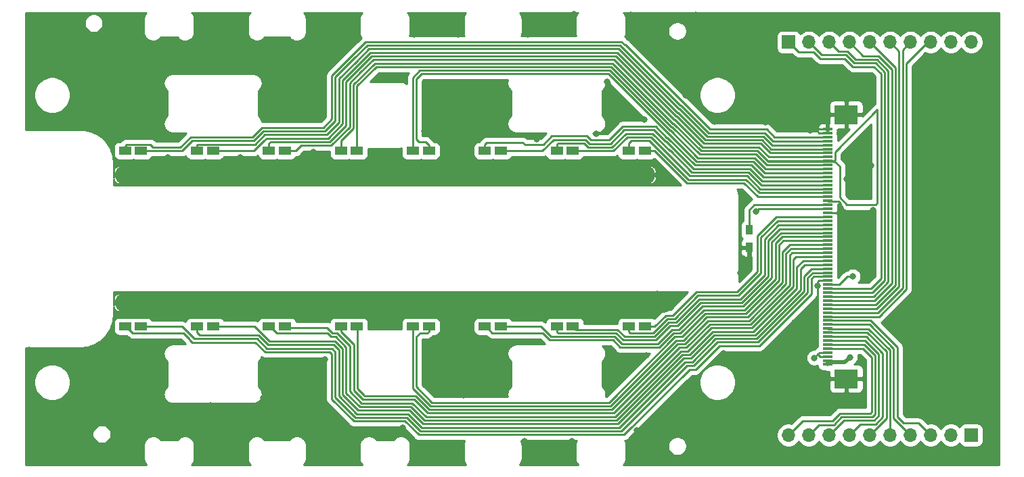
<source format=gtl>
G04 #@! TF.GenerationSoftware,KiCad,Pcbnew,(5.1.6-0-10_14)*
G04 #@! TF.CreationDate,2021-08-31T10:25:01+09:00*
G04 #@! TF.ProjectId,photo-dual,70686f74-6f2d-4647-9561-6c2e6b696361,rev?*
G04 #@! TF.SameCoordinates,Original*
G04 #@! TF.FileFunction,Copper,L1,Top*
G04 #@! TF.FilePolarity,Positive*
%FSLAX46Y46*%
G04 Gerber Fmt 4.6, Leading zero omitted, Abs format (unit mm)*
G04 Created by KiCad (PCBNEW (5.1.6-0-10_14)) date 2021-08-31 10:25:01*
%MOMM*%
%LPD*%
G01*
G04 APERTURE LIST*
G04 #@! TA.AperFunction,SMDPad,CuDef*
%ADD10R,1.600000X1.000000*%
G04 #@! TD*
G04 #@! TA.AperFunction,SMDPad,CuDef*
%ADD11R,0.900000X1.200000*%
G04 #@! TD*
G04 #@! TA.AperFunction,SMDPad,CuDef*
%ADD12R,1.250000X0.300000*%
G04 #@! TD*
G04 #@! TA.AperFunction,SMDPad,CuDef*
%ADD13R,3.000000X2.400000*%
G04 #@! TD*
G04 #@! TA.AperFunction,ComponentPad*
%ADD14R,1.700000X1.700000*%
G04 #@! TD*
G04 #@! TA.AperFunction,ComponentPad*
%ADD15O,1.700000X1.700000*%
G04 #@! TD*
G04 #@! TA.AperFunction,ViaPad*
%ADD16C,0.800000*%
G04 #@! TD*
G04 #@! TA.AperFunction,Conductor*
%ADD17C,0.250000*%
G04 #@! TD*
G04 #@! TA.AperFunction,Conductor*
%ADD18C,0.508000*%
G04 #@! TD*
G04 #@! TA.AperFunction,Conductor*
%ADD19C,2.540000*%
G04 #@! TD*
G04 #@! TA.AperFunction,Conductor*
%ADD20C,0.254000*%
G04 #@! TD*
G04 APERTURE END LIST*
D10*
X162921211Y-89002066D03*
X162921211Y-92002066D03*
X108921211Y-111001633D03*
X108921211Y-108001633D03*
X162921211Y-108001633D03*
X162921211Y-111001633D03*
X160921211Y-111001633D03*
X160921211Y-108001633D03*
X153921211Y-108001633D03*
X153921211Y-111001633D03*
X151921211Y-111001633D03*
X151921211Y-108001633D03*
X144921211Y-108001633D03*
X144921211Y-111001633D03*
X142921211Y-111001633D03*
X142921211Y-108001633D03*
X135921211Y-108001633D03*
X135921211Y-111001633D03*
X117921211Y-111001633D03*
X117921211Y-108001633D03*
X106921211Y-108001633D03*
X106921211Y-111001633D03*
X115921211Y-108001633D03*
X115921211Y-111001633D03*
X126921211Y-111001633D03*
X126921211Y-108001633D03*
X124921211Y-108001633D03*
X124921211Y-111001633D03*
X99921211Y-111001633D03*
X99921211Y-108001633D03*
X133921211Y-111001633D03*
X133921211Y-108001633D03*
X97921211Y-108001633D03*
X97921211Y-111001633D03*
X160921211Y-92002066D03*
X160921211Y-89002066D03*
X99921211Y-92002066D03*
X99921211Y-89002066D03*
X135921211Y-89002066D03*
X135921211Y-92002066D03*
X115921211Y-89002066D03*
X115921211Y-92002066D03*
X117921211Y-92002066D03*
X117921211Y-89002066D03*
X142921211Y-92002066D03*
X142921211Y-89002066D03*
X106921211Y-89002066D03*
X106921211Y-92002066D03*
X124921211Y-89002066D03*
X124921211Y-92002066D03*
X133921211Y-92002066D03*
X133921211Y-89002066D03*
X126921211Y-92002066D03*
X126921211Y-89002066D03*
X153921211Y-89002066D03*
X153921211Y-92002066D03*
X144921211Y-89002066D03*
X144921211Y-92002066D03*
X151921211Y-92002066D03*
X151921211Y-89002066D03*
X97921211Y-89002066D03*
X97921211Y-92002066D03*
X108921211Y-92002066D03*
X108921211Y-89002066D03*
D11*
X176000000Y-101100000D03*
X176000000Y-98900000D03*
D12*
X185810000Y-115770000D03*
X185810000Y-115270000D03*
X185810000Y-114770000D03*
X185810000Y-114270000D03*
X185810000Y-113770000D03*
X185810000Y-113270000D03*
X185810000Y-112770000D03*
X185810000Y-112270000D03*
X185810000Y-111770000D03*
X185810000Y-111270000D03*
X185810000Y-110770000D03*
X185810000Y-110270000D03*
X185810000Y-109770000D03*
X185810000Y-109270000D03*
X185810000Y-108770000D03*
X185810000Y-108270000D03*
X185810000Y-107770000D03*
X185810000Y-107270000D03*
X185810000Y-106770000D03*
X185810000Y-106270000D03*
X185810000Y-105770000D03*
X185810000Y-105270000D03*
X185810000Y-104770000D03*
X185810000Y-104270000D03*
X185810000Y-103770000D03*
X185810000Y-103270000D03*
X185810000Y-102770000D03*
X185810000Y-102270000D03*
X185810000Y-101770000D03*
X185810000Y-101270000D03*
X185810000Y-100770000D03*
X185810000Y-100270000D03*
X185810000Y-99770000D03*
X185810000Y-99270000D03*
X185810000Y-98770000D03*
X185810000Y-98270000D03*
X185810000Y-97770000D03*
X185810000Y-97270000D03*
X185810000Y-96770000D03*
X185810000Y-96270000D03*
X185810000Y-95770000D03*
X185810000Y-95270000D03*
X185810000Y-94770000D03*
X185810000Y-94270000D03*
X185810000Y-93770000D03*
X185810000Y-93270000D03*
X185810000Y-92770000D03*
X185810000Y-92270000D03*
X185810000Y-91770000D03*
X185810000Y-91270000D03*
X185810000Y-90770000D03*
X185810000Y-90270000D03*
X185810000Y-89770000D03*
X185810000Y-89270000D03*
X185810000Y-88770000D03*
X185810000Y-88270000D03*
X185810000Y-87770000D03*
X185810000Y-87270000D03*
X185810000Y-86770000D03*
X185810000Y-86270000D03*
D13*
X188135000Y-117570000D03*
X188135000Y-84470000D03*
D14*
X180905000Y-75372000D03*
D15*
X183445000Y-75372000D03*
X185985000Y-75372000D03*
X188525000Y-75372000D03*
X191065000Y-75372000D03*
X193605000Y-75372000D03*
X196145000Y-75372000D03*
X198685000Y-75372000D03*
X201225000Y-75372000D03*
X203765000Y-75372000D03*
X180905000Y-124628000D03*
X183445000Y-124628000D03*
X185985000Y-124628000D03*
X188525000Y-124628000D03*
X191065000Y-124628000D03*
X193605000Y-124628000D03*
X196145000Y-124628000D03*
X198685000Y-124628000D03*
X201225000Y-124628000D03*
D14*
X203765000Y-124628000D03*
D16*
X175380000Y-102990000D03*
X184584998Y-105904268D03*
X182910000Y-117680000D03*
X165340000Y-107940000D03*
X166260000Y-92490000D03*
X187450000Y-96180000D03*
X85940000Y-85930000D03*
X85810000Y-79280000D03*
X85890000Y-72890000D03*
X88650000Y-75730000D03*
X91750000Y-79320000D03*
X91930000Y-72670000D03*
X91840000Y-85750000D03*
X95120000Y-82600000D03*
X98580000Y-79450000D03*
X98490000Y-72580000D03*
X98490000Y-72580000D03*
X95560000Y-75730000D03*
X101680000Y-82380000D03*
X98320000Y-85970000D03*
X103260000Y-89860000D03*
X99950000Y-90980000D03*
X108930000Y-90930000D03*
X117910000Y-90870000D03*
X126900000Y-90870000D03*
X135930000Y-90860000D03*
X144920000Y-90870000D03*
X153890000Y-90840000D03*
X162930000Y-90850000D03*
X103600000Y-92440000D03*
X112220000Y-92850000D03*
X121450000Y-92810000D03*
X130110000Y-92690000D03*
X139470000Y-92790000D03*
X148400000Y-92950000D03*
X157900000Y-92720000D03*
X157800000Y-90360000D03*
X148420000Y-90240000D03*
X139500000Y-89510000D03*
X130180000Y-89100000D03*
X121450000Y-89180000D03*
X112340000Y-89810000D03*
X102050000Y-86010000D03*
X102610000Y-75790000D03*
X107580000Y-72610000D03*
X112700000Y-72590000D03*
X109590000Y-76710000D03*
X105740000Y-78650000D03*
X113870000Y-78910000D03*
X116680000Y-75320000D03*
X121240000Y-72340000D03*
X126240000Y-72240000D03*
X123960000Y-75010000D03*
X120560000Y-78210000D03*
X116480000Y-80500000D03*
X115710000Y-84480000D03*
X122260000Y-84580000D03*
X129590000Y-79810000D03*
X132650000Y-79810000D03*
X134250000Y-72170000D03*
X139610000Y-74380000D03*
X136730000Y-73450000D03*
X139610000Y-72110000D03*
X134080000Y-74410000D03*
X135650000Y-80540000D03*
X135370000Y-86530000D03*
X138500000Y-83500000D03*
X145320000Y-80410000D03*
X145390000Y-86670000D03*
X142510000Y-83540000D03*
X140610000Y-80480000D03*
X140330000Y-86630000D03*
X145790000Y-83410000D03*
X135480000Y-83440000D03*
X149410000Y-87510000D03*
X156860000Y-86890000D03*
X162880000Y-85110000D03*
X158240000Y-80320000D03*
X157970000Y-83080000D03*
X160430000Y-83470000D03*
X158720000Y-85510000D03*
X148050000Y-72080000D03*
X154110000Y-71900000D03*
X154020000Y-74290000D03*
X148350000Y-74420000D03*
X150760000Y-73180000D03*
X161190000Y-71940000D03*
X161090000Y-74940000D03*
X164830000Y-78450000D03*
X168080000Y-82080000D03*
X171710000Y-85350000D03*
X178060000Y-85430000D03*
X179640000Y-86150000D03*
X183600000Y-86460000D03*
X164870000Y-73750000D03*
X169340000Y-71930000D03*
X168470000Y-75840000D03*
X169510000Y-78500000D03*
X173610000Y-72320000D03*
X172940000Y-75740000D03*
X174360000Y-80180000D03*
X175740000Y-83340000D03*
X180660000Y-81830000D03*
X185130000Y-83220000D03*
X190110000Y-81860000D03*
X184830000Y-81220000D03*
X179680000Y-78710000D03*
X177240000Y-75330000D03*
X180190000Y-72470000D03*
X186280000Y-72510000D03*
X194410000Y-72510000D03*
X196160000Y-127760000D03*
X189400000Y-127690000D03*
X183930000Y-127500000D03*
X178330000Y-127630000D03*
X168490000Y-127600000D03*
X173150000Y-124830000D03*
X168690000Y-121910000D03*
X178540000Y-121870000D03*
X178350000Y-115460000D03*
X181710000Y-110490000D03*
X184820000Y-119160000D03*
X180710000Y-117970000D03*
X172740000Y-114340000D03*
X168790000Y-117680000D03*
X174380000Y-119840000D03*
X161960000Y-124030000D03*
X161250000Y-127460000D03*
X165470000Y-121210000D03*
X166140000Y-124810000D03*
X178250000Y-124570000D03*
X147890000Y-125380000D03*
X153840000Y-125380000D03*
X153840000Y-127940000D03*
X147980000Y-127990000D03*
X150800000Y-126810000D03*
X158310000Y-118870000D03*
X163090000Y-114610000D03*
X158400000Y-113920000D03*
X160220000Y-116390000D03*
X145330000Y-119520000D03*
X145500000Y-113660000D03*
X135430000Y-113430000D03*
X135430000Y-118380000D03*
X140250000Y-119640000D03*
X138030000Y-115860000D03*
X140850000Y-113170000D03*
X143290000Y-116680000D03*
X140890000Y-110040000D03*
X137900000Y-109960000D03*
X162070000Y-109110000D03*
X153070000Y-109120000D03*
X144120000Y-109180000D03*
X135120000Y-109110000D03*
X126150000Y-109120000D03*
X116940000Y-109120000D03*
X107870000Y-109170000D03*
X103320000Y-107060000D03*
X112760000Y-107270000D03*
X121260000Y-107190000D03*
X130670000Y-107250000D03*
X139810000Y-107220000D03*
X148560000Y-107330000D03*
X157850000Y-107290000D03*
X157510000Y-109770000D03*
X122900000Y-115180000D03*
X115450000Y-115280000D03*
X115190000Y-119990000D03*
X122710000Y-119800000D03*
X118690000Y-117500000D03*
X95950000Y-112820000D03*
X85880000Y-113950000D03*
X93000000Y-114260000D03*
X85810000Y-120840000D03*
X93190000Y-120580000D03*
X89480000Y-115280000D03*
X89360000Y-121110000D03*
X85920000Y-124360000D03*
X85810000Y-127890000D03*
X89920000Y-127820000D03*
X95820000Y-127890000D03*
X90180000Y-124520000D03*
X96270000Y-117290000D03*
X98360000Y-121760000D03*
X99830000Y-127330000D03*
X102260000Y-114630000D03*
X101360000Y-118580000D03*
X103690000Y-122760000D03*
X98120000Y-124950000D03*
X108630000Y-120910000D03*
X107110000Y-127710000D03*
X106920000Y-124280000D03*
X112960000Y-124330000D03*
X113010000Y-127470000D03*
X109920000Y-126040000D03*
X118900000Y-123090000D03*
X120680000Y-125210000D03*
X127180000Y-125180000D03*
X121050000Y-128050000D03*
X126840000Y-127990000D03*
X123970000Y-126540000D03*
X123470000Y-122810000D03*
X132650000Y-123680000D03*
X134020000Y-127970000D03*
X139690000Y-125660000D03*
X139790000Y-127970000D03*
X134290000Y-125730000D03*
X137070000Y-126900000D03*
X175100000Y-95390000D03*
X174860000Y-104320000D03*
X187980000Y-86550000D03*
X188160000Y-92500000D03*
X187860000Y-98670000D03*
X191460000Y-96460000D03*
X191220000Y-90880000D03*
X190860000Y-86580000D03*
X188100000Y-89760000D03*
X189300000Y-94610000D03*
X197040000Y-85610000D03*
X197160000Y-92200000D03*
X197220000Y-99040000D03*
X101370000Y-107980000D03*
X110500000Y-107980000D03*
X119360000Y-107990000D03*
X128330000Y-107980000D03*
X137410000Y-107970000D03*
X146410000Y-107990000D03*
X155350000Y-108000000D03*
X164480000Y-106900000D03*
X206300000Y-72500000D03*
X201760000Y-72550000D03*
X202150000Y-127500000D03*
X206380000Y-127580000D03*
X206630000Y-124100000D03*
X198550000Y-107540000D03*
X199090000Y-96000000D03*
X198990000Y-88940000D03*
X206690000Y-118210000D03*
X206690000Y-110880000D03*
X206590000Y-102810000D03*
X206500000Y-95960000D03*
X206620000Y-88420000D03*
X206820000Y-80030000D03*
X206900000Y-75670000D03*
X198460000Y-77980000D03*
X196890000Y-81420000D03*
X199540000Y-83450000D03*
X193550000Y-110270000D03*
X199980000Y-111960000D03*
X197510000Y-110320000D03*
X195820000Y-118640000D03*
X198670000Y-121890000D03*
X188600000Y-114850000D03*
X188970000Y-104740000D03*
X184126010Y-114946010D03*
X176822653Y-96592653D03*
D17*
X188135000Y-84470000D02*
X186470000Y-84470000D01*
X186470000Y-84470000D02*
X185020000Y-84470000D01*
X185020000Y-84470000D02*
X184540000Y-84950000D01*
X185810000Y-86770000D02*
X184750000Y-86770000D01*
X184750000Y-86770000D02*
X184540000Y-86560000D01*
X184600000Y-86270000D02*
X184540000Y-86210000D01*
X185810000Y-86270000D02*
X184600000Y-86270000D01*
X184540000Y-86210000D02*
X184540000Y-84950000D01*
X184540000Y-86560000D02*
X184540000Y-86210000D01*
D18*
X176000000Y-102370000D02*
X175380000Y-102990000D01*
X176000000Y-101100000D02*
X176000000Y-102370000D01*
D17*
X184584998Y-105375002D02*
X184584998Y-105904268D01*
X184690000Y-105270000D02*
X184584998Y-105375002D01*
X185810000Y-105270000D02*
X184690000Y-105270000D01*
D18*
X183020000Y-117570000D02*
X182910000Y-117680000D01*
X188135000Y-117570000D02*
X183020000Y-117570000D01*
X162921211Y-108001633D02*
X165278367Y-108001633D01*
X165772066Y-92002066D02*
X166260000Y-92490000D01*
X162921211Y-92002066D02*
X165772066Y-92002066D01*
D17*
X187450000Y-95614315D02*
X187130684Y-95294999D01*
X187450000Y-96180000D02*
X187450000Y-95614315D01*
X185834999Y-95294999D02*
X185810000Y-95270000D01*
X187130684Y-95294999D02*
X185834999Y-95294999D01*
X185810000Y-96770000D02*
X187220000Y-96770000D01*
X187450000Y-96540000D02*
X187450000Y-96180000D01*
X187220000Y-96770000D02*
X187450000Y-96540000D01*
D19*
X97921211Y-108001633D02*
X165278367Y-108001633D01*
X97921211Y-92002066D02*
X162921211Y-92002066D01*
D17*
X164169803Y-111001633D02*
X162921211Y-111001633D01*
X165944256Y-109600000D02*
X165944247Y-109599991D01*
X166460000Y-109600000D02*
X165944256Y-109600000D01*
X177010000Y-99660000D02*
X177010000Y-104160000D01*
X174490000Y-106680000D02*
X169380000Y-106680000D01*
X165571445Y-109599991D02*
X164169803Y-111001633D01*
X179400000Y-97270000D02*
X177010000Y-99660000D01*
X165944247Y-109599991D02*
X165571445Y-109599991D01*
X169380000Y-106680000D02*
X166460000Y-109600000D01*
X177010000Y-104160000D02*
X174490000Y-106680000D01*
X185810000Y-97270000D02*
X179400000Y-97270000D01*
X159516626Y-111376624D02*
X154296202Y-111376624D01*
X160416644Y-112276644D02*
X159516626Y-111376624D01*
X164167613Y-112276643D02*
X160416644Y-112276644D01*
X165944238Y-110500018D02*
X164167613Y-112276643D01*
X166832802Y-110500018D02*
X165944238Y-110500018D01*
X169752802Y-107580018D02*
X166832802Y-110500018D01*
X154296202Y-111376624D02*
X153921211Y-111001633D01*
X174862802Y-107580018D02*
X169752802Y-107580018D01*
X177910018Y-104532802D02*
X174862802Y-107580018D01*
X179672820Y-98270000D02*
X177910019Y-100032801D01*
X177910019Y-100032801D02*
X177910018Y-104532802D01*
X185810000Y-98270000D02*
X179672820Y-98270000D01*
X149948345Y-111001633D02*
X144921211Y-111001633D01*
X151223356Y-112276644D02*
X149948345Y-111001633D01*
X159143826Y-112276644D02*
X151223356Y-112276644D01*
X160043846Y-113176662D02*
X159143826Y-112276644D01*
X164540415Y-113176661D02*
X160043846Y-113176662D01*
X167205604Y-111400036D02*
X166317040Y-111400036D01*
X166317040Y-111400036D02*
X164540415Y-113176661D01*
X179945640Y-99270000D02*
X178810037Y-100405603D01*
X178810036Y-104905604D02*
X175235604Y-108480036D01*
X175235604Y-108480036D02*
X170125603Y-108480037D01*
X170125603Y-108480037D02*
X167205604Y-111400036D01*
X178810037Y-100405603D02*
X178810036Y-104905604D01*
X185810000Y-99270000D02*
X179945640Y-99270000D01*
X135921211Y-111638789D02*
X135921211Y-111001633D01*
X134371221Y-118564811D02*
X134371221Y-112298779D01*
X136326410Y-120520000D02*
X134371221Y-118564811D01*
X167578406Y-112300054D02*
X166689842Y-112300054D01*
X134371221Y-112298779D02*
X134843366Y-111826634D01*
X158469896Y-120520000D02*
X136326410Y-120520000D01*
X179710055Y-105278405D02*
X175608406Y-109380054D01*
X135733366Y-111826634D02*
X135921211Y-111638789D01*
X175608406Y-109380054D02*
X170498405Y-109380055D01*
X179710056Y-100799944D02*
X179710055Y-105278405D01*
X166689842Y-112300054D02*
X158469896Y-120520000D01*
X180240000Y-100270000D02*
X179710056Y-100799944D01*
X170498405Y-109380055D02*
X167578406Y-112300054D01*
X134843366Y-111826634D02*
X135733366Y-111826634D01*
X185810000Y-100270000D02*
X180240000Y-100270000D01*
X135953609Y-121420019D02*
X134233590Y-119700000D01*
X158842696Y-121420018D02*
X135953609Y-121420019D01*
X167951208Y-113200072D02*
X167062644Y-113200072D01*
X175981208Y-110280072D02*
X170871208Y-110280072D01*
X170871208Y-110280072D02*
X167951208Y-113200072D01*
X180610073Y-105651207D02*
X175981208Y-110280072D01*
X185810000Y-101270000D02*
X181230074Y-101270000D01*
X180610074Y-101890000D02*
X180610073Y-105651207D01*
X167062644Y-113200072D02*
X158842696Y-121420018D01*
X181230074Y-101270000D02*
X180610074Y-101890000D01*
X134233590Y-119700000D02*
X127840000Y-119700000D01*
X127840000Y-119640000D02*
X126960010Y-118760010D01*
X127840000Y-119700000D02*
X127840000Y-119640000D01*
X126960010Y-111040432D02*
X126921211Y-111001633D01*
X126960010Y-118760010D02*
X126960010Y-111040432D01*
X124483590Y-111900000D02*
X126021193Y-113437603D01*
X126021193Y-119164013D02*
X127467200Y-120610020D01*
X126021193Y-113437603D02*
X126021193Y-119164013D01*
X127467200Y-120610020D02*
X128750000Y-120610020D01*
X133870794Y-120610020D02*
X135580813Y-122320037D01*
X128750000Y-120610020D02*
X133870794Y-120610020D01*
X135580813Y-122320037D02*
X138310001Y-122320036D01*
X138310001Y-122320036D02*
X159215500Y-122320036D01*
X159215500Y-122320036D02*
X167435446Y-114100090D01*
X167435446Y-114100090D02*
X168324010Y-114100090D01*
X168324010Y-114100090D02*
X171244009Y-111180091D01*
X171244009Y-111180091D02*
X176294008Y-111180090D01*
X181830000Y-102270000D02*
X181510092Y-102589908D01*
X182140092Y-102270000D02*
X181830000Y-102270000D01*
X126021193Y-113437603D02*
X124410224Y-111826634D01*
X133870794Y-120610020D02*
X127467199Y-120610019D01*
X135580812Y-122320037D02*
X133870794Y-120610020D01*
X167435446Y-114100090D02*
X159215498Y-122320036D01*
X181510092Y-102589908D02*
X181510091Y-106024009D01*
X126021193Y-119164011D02*
X126021193Y-113437603D01*
X127467199Y-120610019D02*
X126021193Y-119164011D01*
X168324008Y-114100090D02*
X167435446Y-114100090D01*
X159215498Y-122320036D02*
X135580812Y-122320037D01*
X171244010Y-111180090D02*
X168324008Y-114100090D01*
X176354008Y-111180090D02*
X171244010Y-111180090D01*
X181510091Y-106024009D02*
X176354008Y-111180090D01*
X185810000Y-102270000D02*
X184520000Y-102270000D01*
X184520000Y-102270000D02*
X182140092Y-102270000D01*
X123861210Y-111826634D02*
X123174576Y-111140000D01*
X124410224Y-111826634D02*
X123861210Y-111826634D01*
X118059578Y-111140000D02*
X117921211Y-111001633D01*
X123174576Y-111140000D02*
X118059578Y-111140000D01*
X114131633Y-111001633D02*
X108921211Y-111001633D01*
X116000010Y-112870010D02*
X114131633Y-111001633D01*
X125121175Y-113810405D02*
X124180780Y-112870010D01*
X125121175Y-119536815D02*
X125121175Y-113810405D01*
X127094400Y-121510040D02*
X125121175Y-119536815D01*
X176726812Y-112080108D02*
X171616811Y-112080109D01*
X159588302Y-123220054D02*
X135208015Y-123220055D01*
X133497998Y-121510040D02*
X127094400Y-121510040D01*
X135208015Y-123220055D02*
X133497998Y-121510040D01*
X168696812Y-115000108D02*
X167808247Y-115000109D01*
X171616811Y-112080109D02*
X168696812Y-115000108D01*
X124180780Y-112870010D02*
X116000010Y-112870010D01*
X182410109Y-106396811D02*
X176726812Y-112080108D01*
X167808247Y-115000109D02*
X159588302Y-123220054D01*
X185810000Y-103270000D02*
X182910110Y-103270000D01*
X182910110Y-103270000D02*
X182410110Y-103770000D01*
X182410110Y-103770000D02*
X182410109Y-106396811D01*
X177099613Y-112980127D02*
X176860127Y-112980127D01*
X183310128Y-104880000D02*
X183310127Y-106769613D01*
X183920128Y-104270000D02*
X183310128Y-104880000D01*
X183310127Y-106769613D02*
X177099613Y-112980127D01*
X176860127Y-112980127D02*
X177039612Y-112980126D01*
X184510000Y-104270000D02*
X183920128Y-104270000D01*
X185810000Y-104270000D02*
X184510000Y-104270000D01*
X105011633Y-111001633D02*
X99921211Y-111001633D01*
X115627210Y-113770030D02*
X114417190Y-112560010D01*
X114417190Y-112560010D02*
X106540010Y-112560010D01*
X123807980Y-113770030D02*
X115627210Y-113770030D01*
X124221157Y-114191157D02*
X123807980Y-113777980D01*
X126721600Y-122410060D02*
X124221157Y-119909617D01*
X106540010Y-112560010D02*
X106540010Y-112530010D01*
X169069614Y-115900126D02*
X168181049Y-115900127D01*
X133125202Y-122410060D02*
X126721600Y-122410060D01*
X106540010Y-112530010D02*
X105011633Y-111001633D01*
X124221157Y-119909617D02*
X124221157Y-114191157D01*
X134835217Y-124120073D02*
X133125202Y-122410060D01*
X123807980Y-113777980D02*
X123807980Y-113770030D01*
X159961104Y-124120072D02*
X134835217Y-124120073D01*
X171989613Y-112980127D02*
X169069614Y-115900126D01*
X168181049Y-115900127D02*
X159961104Y-124120072D01*
X176860127Y-112980127D02*
X171989613Y-112980127D01*
X164169803Y-89002066D02*
X162921211Y-89002066D01*
X168207737Y-93040000D02*
X164169803Y-89002066D01*
X177090000Y-94770000D02*
X175360000Y-93040000D01*
X175360000Y-93040000D02*
X168207737Y-93040000D01*
X185810000Y-94770000D02*
X177090000Y-94770000D01*
X159017936Y-89002066D02*
X153921211Y-89002066D01*
X160740010Y-87279990D02*
X159017936Y-89002066D01*
X175732802Y-92139982D02*
X168580538Y-92139981D01*
X163720548Y-87279991D02*
X160740010Y-87279990D01*
X168580538Y-92139981D02*
X163720548Y-87279991D01*
X177362820Y-93770000D02*
X175732802Y-92139982D01*
X185810000Y-93770000D02*
X177362820Y-93770000D01*
X177635640Y-92770000D02*
X184220000Y-92770000D01*
X176105604Y-91239964D02*
X177635640Y-92770000D01*
X184220000Y-92770000D02*
X185810000Y-92770000D01*
X169026373Y-91239963D02*
X176105604Y-91239964D01*
X165514883Y-87801506D02*
X165587917Y-87801507D01*
X158645135Y-88102046D02*
X160367211Y-86379972D01*
X156022046Y-88102046D02*
X158645135Y-88102046D01*
X165587917Y-87801507D02*
X169026373Y-91239963D01*
X164093350Y-86379973D02*
X165514883Y-87801506D01*
X144921211Y-89002066D02*
X150087934Y-89002066D01*
X151500010Y-87589990D02*
X155509990Y-87589990D01*
X160367211Y-86379972D02*
X164093350Y-86379973D01*
X150087934Y-89002066D02*
X151500010Y-87589990D01*
X155509990Y-87589990D02*
X156022046Y-88102046D01*
X134371221Y-79985189D02*
X134371221Y-87528779D01*
X134986320Y-79370090D02*
X134371221Y-79985189D01*
X158356287Y-79370090D02*
X134986320Y-79370090D01*
X165887686Y-86901489D02*
X158356287Y-79370090D01*
X165960719Y-86901489D02*
X165887686Y-86901489D01*
X176478406Y-90339946D02*
X169399175Y-90339945D01*
X169399175Y-90339945D02*
X165960719Y-86901489D01*
X177908460Y-91770000D02*
X176478406Y-90339946D01*
X185810000Y-91770000D02*
X177908460Y-91770000D01*
X135921211Y-89002066D02*
X135921211Y-88271211D01*
X135921211Y-88271211D02*
X135500000Y-87850000D01*
X134692442Y-87850000D02*
X134371221Y-87528779D01*
X135500000Y-87850000D02*
X134692442Y-87850000D01*
X129338390Y-78470070D02*
X126921211Y-80887249D01*
X126921211Y-80887249D02*
X126921211Y-89002066D01*
X158729087Y-78470070D02*
X129338390Y-78470070D01*
X166260487Y-86001470D02*
X158729087Y-78470070D01*
X185810000Y-90770000D02*
X178181280Y-90770000D01*
X166347881Y-86001471D02*
X166260487Y-86001470D01*
X176851206Y-89439928D02*
X169786337Y-89439927D01*
X178181280Y-90770000D02*
X176851206Y-89439928D01*
X169786337Y-89439927D02*
X166347881Y-86001471D01*
X123683571Y-88330019D02*
X119959981Y-88330019D01*
X119959981Y-88330019D02*
X119287934Y-89002066D01*
X126021193Y-80505987D02*
X126021191Y-85992399D01*
X127335663Y-79199977D02*
X127327202Y-79199978D01*
X128965590Y-77570050D02*
X127335663Y-79199977D01*
X127327202Y-79199978D02*
X126021193Y-80505987D01*
X119287934Y-89002066D02*
X117921211Y-89002066D01*
X159101887Y-77570050D02*
X128965590Y-77570050D01*
X166633289Y-85101452D02*
X159101887Y-77570050D01*
X126021191Y-85992399D02*
X123683571Y-88330019D01*
X170159139Y-88539909D02*
X166720683Y-85101453D01*
X178454100Y-89770000D02*
X177224010Y-88539910D01*
X166720683Y-85101453D02*
X166633289Y-85101452D01*
X177224010Y-88539910D02*
X170159139Y-88539909D01*
X185810000Y-89770000D02*
X178454100Y-89770000D01*
X177596812Y-87639892D02*
X178726920Y-88770000D01*
X159474687Y-76670030D02*
X167006091Y-84201434D01*
X167006091Y-84201434D02*
X167093485Y-84201435D01*
X128592790Y-76670030D02*
X159474687Y-76670030D01*
X126962862Y-78299958D02*
X128592790Y-76670030D01*
X170531941Y-87639891D02*
X177596812Y-87639892D01*
X126954402Y-78299958D02*
X126962862Y-78299958D01*
X125121175Y-80133185D02*
X126954402Y-78299958D01*
X125121173Y-85619597D02*
X125121175Y-80133185D01*
X123310770Y-87430000D02*
X125121173Y-85619597D01*
X115600000Y-87430000D02*
X123310770Y-87430000D01*
X167093485Y-84201435D02*
X170531941Y-87639891D01*
X178726920Y-88770000D02*
X184250000Y-88770000D01*
X184250000Y-88770000D02*
X185810000Y-88770000D01*
X115600000Y-87430000D02*
X115320000Y-87710000D01*
X115320000Y-87718275D02*
X115320000Y-87710000D01*
X114036209Y-89002066D02*
X115320000Y-87718275D01*
X108921211Y-89002066D02*
X114036209Y-89002066D01*
X106332945Y-87727055D02*
X105057934Y-89002066D01*
X105057934Y-89002066D02*
X99921211Y-89002066D01*
X115227190Y-86529990D02*
X114030125Y-87727055D01*
X122937960Y-86529990D02*
X115227190Y-86529990D01*
X124221155Y-85246795D02*
X122937960Y-86529990D01*
X126590060Y-77399940D02*
X126581600Y-77399940D01*
X159847487Y-75770010D02*
X128219990Y-75770010D01*
X167378893Y-83301416D02*
X159847487Y-75770010D01*
X124221157Y-79760383D02*
X124221155Y-85246795D01*
X114030125Y-87727055D02*
X106332945Y-87727055D01*
X185810000Y-87770000D02*
X178999740Y-87770000D01*
X167466287Y-83301417D02*
X167378893Y-83301416D01*
X170904743Y-86739873D02*
X167466287Y-83301417D01*
X178999740Y-87770000D02*
X177969614Y-86739874D01*
X126581600Y-77399940D02*
X124221157Y-79760383D01*
X128219990Y-75770010D02*
X126590060Y-77399940D01*
X177969614Y-86739874D02*
X170904743Y-86739873D01*
D18*
X188600000Y-114850000D02*
X187950000Y-115500000D01*
X186040000Y-115500000D02*
X185914001Y-115374001D01*
X185914001Y-115374001D02*
X185810000Y-115374001D01*
X187950000Y-115500000D02*
X186040000Y-115500000D01*
X185810000Y-115478002D02*
X185914001Y-115374001D01*
X185810000Y-115770000D02*
X185810000Y-115478002D01*
D17*
X187885000Y-105135000D02*
X187905000Y-105135000D01*
X187250000Y-105770000D02*
X187885000Y-105135000D01*
X185810000Y-105770000D02*
X187250000Y-105770000D01*
X188280000Y-104740000D02*
X188970000Y-104740000D01*
X187885000Y-105135000D02*
X188280000Y-104740000D01*
X185810000Y-114270000D02*
X184802020Y-114270000D01*
X184860000Y-114770000D02*
X184581010Y-114491010D01*
X185810000Y-114770000D02*
X184860000Y-114770000D01*
X184581010Y-114491010D02*
X184126010Y-114946010D01*
X184802020Y-114270000D02*
X184581010Y-114491010D01*
X195640065Y-78049935D02*
X198318000Y-75372000D01*
X198318000Y-75372000D02*
X198685000Y-75372000D01*
X195640064Y-106358396D02*
X195640065Y-78049935D01*
X192228460Y-109770000D02*
X185810000Y-109770000D01*
X195640064Y-106358396D02*
X192228460Y-109770000D01*
X192092050Y-109270000D02*
X195190055Y-106171995D01*
X195190056Y-76326944D02*
X196145000Y-75372000D01*
X195190055Y-106171995D02*
X195190056Y-76326944D01*
X185810000Y-109270000D02*
X192092050Y-109270000D01*
X194740046Y-105985594D02*
X194740047Y-76507047D01*
X194740047Y-76507047D02*
X193605000Y-75372000D01*
X191955640Y-108770000D02*
X194740046Y-105985594D01*
X185810000Y-108770000D02*
X191955640Y-108770000D01*
X194290037Y-105799193D02*
X194290038Y-78597038D01*
X191819230Y-108270000D02*
X194290037Y-105799193D01*
X194290038Y-78597038D02*
X191065000Y-75372000D01*
X185810000Y-108270000D02*
X191819230Y-108270000D01*
X192166590Y-77110000D02*
X190263000Y-77110000D01*
X193840029Y-78783439D02*
X192166590Y-77110000D01*
X190263000Y-77110000D02*
X188525000Y-75372000D01*
X193840028Y-105612792D02*
X193840029Y-78783439D01*
X191682820Y-107770000D02*
X193840028Y-105612792D01*
X185810000Y-107770000D02*
X191682820Y-107770000D01*
X187160001Y-76547001D02*
X185985000Y-75372000D01*
X188277001Y-76547001D02*
X187160001Y-76547001D01*
X189290010Y-77560010D02*
X188277001Y-76547001D01*
X191980190Y-77560010D02*
X189290010Y-77560010D01*
X193390020Y-78969840D02*
X191980190Y-77560010D01*
X191546410Y-107270000D02*
X193390019Y-105426391D01*
X193390019Y-105426391D02*
X193390020Y-78969840D01*
X185810000Y-107270000D02*
X191546410Y-107270000D01*
X185070011Y-76997011D02*
X183445000Y-75372000D01*
X188090601Y-76997011D02*
X185070011Y-76997011D01*
X189103610Y-78010020D02*
X188090601Y-76997011D01*
X192940010Y-79156240D02*
X191793790Y-78010020D01*
X185810000Y-106770000D02*
X191410000Y-106770000D01*
X192940010Y-105239990D02*
X192940010Y-79156240D01*
X191410000Y-106770000D02*
X192940010Y-105239990D01*
X191793790Y-78010020D02*
X189103610Y-78010020D01*
X185810000Y-106270000D02*
X191222820Y-106270000D01*
X184048295Y-76611705D02*
X182144705Y-76611705D01*
X188917209Y-78460029D02*
X187904201Y-77447021D01*
X184883610Y-77447020D02*
X184048295Y-76611705D01*
X187904201Y-77447021D02*
X184883610Y-77447020D01*
X192490000Y-84620000D02*
X192490000Y-79342640D01*
X192490000Y-79342640D02*
X191607390Y-78460030D01*
X192480018Y-105012802D02*
X192480019Y-84629981D01*
X182144705Y-76611705D02*
X180905000Y-75372000D01*
X192480019Y-84629981D02*
X192490000Y-84620000D01*
X191222820Y-106270000D02*
X192480018Y-105012802D01*
X191607390Y-78460030D02*
X188917209Y-78460029D01*
X191038460Y-110770000D02*
X194055010Y-113786550D01*
X185810000Y-110770000D02*
X191038460Y-110770000D01*
X194055010Y-122538010D02*
X196145000Y-124628000D01*
X194055010Y-113786550D02*
X194055010Y-122538010D01*
X191174870Y-110270000D02*
X194505020Y-113600150D01*
X185810000Y-110270000D02*
X191174870Y-110270000D01*
X194505020Y-113600150D02*
X194505020Y-122351610D01*
X194505020Y-122351610D02*
X195293410Y-123140000D01*
X197197000Y-123140000D02*
X198685000Y-124628000D01*
X195293410Y-123140000D02*
X197197000Y-123140000D01*
X190765640Y-111770000D02*
X185810000Y-111770000D01*
X190765640Y-111770000D02*
X193154990Y-114159350D01*
X193154990Y-122538010D02*
X191065000Y-124628000D01*
X193154990Y-114159350D02*
X193154990Y-122538010D01*
X190927049Y-111294999D02*
X193605000Y-113972950D01*
X193605000Y-113972950D02*
X193605000Y-124628000D01*
X185834999Y-111294999D02*
X190927049Y-111294999D01*
X185810000Y-111270000D02*
X185834999Y-111294999D01*
X190356410Y-113270000D02*
X185810000Y-113270000D01*
X191760009Y-114673599D02*
X190356410Y-113270000D01*
X191760009Y-114673599D02*
X191760009Y-122023761D01*
X191760009Y-122023761D02*
X191443790Y-122339980D01*
X187550020Y-122339980D02*
X186660000Y-123230000D01*
X186660000Y-123230000D02*
X186660000Y-123316590D01*
X191443790Y-122339980D02*
X187550020Y-122339980D01*
X184756410Y-123316590D02*
X183445000Y-124628000D01*
X186660000Y-123316590D02*
X184756410Y-123316590D01*
X186387010Y-122866580D02*
X182666419Y-122866581D01*
X187363619Y-121889971D02*
X186387010Y-122866580D01*
X191310000Y-121690000D02*
X191110030Y-121889970D01*
X191310000Y-114860000D02*
X191310000Y-121690000D01*
X182666419Y-122866581D02*
X180905000Y-124628000D01*
X191110030Y-121889970D02*
X187363619Y-121889971D01*
X190220000Y-113770000D02*
X191310000Y-114860000D01*
X185810000Y-113770000D02*
X190220000Y-113770000D01*
X190492820Y-112770000D02*
X185810000Y-112770000D01*
X192210018Y-114487198D02*
X192210018Y-122210162D01*
X190492820Y-112770000D02*
X192210018Y-114487198D01*
X187823010Y-122789990D02*
X185985000Y-124628000D01*
X191630190Y-122789990D02*
X187823010Y-122789990D01*
X192210018Y-122210162D02*
X191630190Y-122789990D01*
X190629230Y-112270000D02*
X185810000Y-112270000D01*
X190629230Y-112270000D02*
X192704980Y-114345750D01*
X192704980Y-114345750D02*
X192704980Y-122351610D01*
X192704980Y-122351610D02*
X191816590Y-123240000D01*
X189913000Y-123240000D02*
X188525000Y-124628000D01*
X191816590Y-123240000D02*
X189913000Y-123240000D01*
X177145306Y-96270000D02*
X176822653Y-96592653D01*
X185810000Y-96270000D02*
X177145306Y-96270000D01*
X185810000Y-95770000D02*
X176620000Y-95770000D01*
X176000000Y-96390000D02*
X176000000Y-98900000D01*
X176620000Y-95770000D02*
X176000000Y-96390000D01*
X167019204Y-110950026D02*
X166130640Y-110950026D01*
X166130640Y-110950026D02*
X164354012Y-112726652D01*
X169939202Y-108030028D02*
X167019204Y-110950026D01*
X175049202Y-108030028D02*
X169939202Y-108030028D01*
X179809232Y-98770000D02*
X178360027Y-100219205D01*
X178360027Y-104719203D02*
X175049202Y-108030028D01*
X178360027Y-100219205D02*
X178360027Y-104719203D01*
X164354012Y-112726652D02*
X160230244Y-112726652D01*
X185810000Y-98770000D02*
X179809232Y-98770000D01*
X159330226Y-111826634D02*
X152056634Y-111826634D01*
X160230244Y-112726652D02*
X159330226Y-111826634D01*
X151921211Y-111691211D02*
X151921211Y-111001633D01*
X152056634Y-111826634D02*
X151921211Y-111691211D01*
X143861210Y-111826634D02*
X143036209Y-111001633D01*
X159857446Y-113626671D02*
X158957428Y-112726654D01*
X150136936Y-111826634D02*
X143861210Y-111826634D01*
X166503441Y-111850045D02*
X164726814Y-113626670D01*
X158957428Y-112726654D02*
X151036955Y-112726653D01*
X179260045Y-105092005D02*
X175422004Y-108930046D01*
X143036209Y-111001633D02*
X142921211Y-111001633D01*
X164726814Y-113626670D02*
X159857446Y-113626671D01*
X167392006Y-111850044D02*
X166503441Y-111850045D01*
X175422004Y-108930046D02*
X170312004Y-108930046D01*
X151036955Y-112726653D02*
X150136936Y-111826634D01*
X179260046Y-100613546D02*
X179260045Y-105092005D01*
X180103592Y-99770000D02*
X179260046Y-100613546D01*
X170312004Y-108930046D02*
X167392006Y-111850044D01*
X185810000Y-99770000D02*
X180103592Y-99770000D01*
X136140009Y-120970009D02*
X133921211Y-118751211D01*
X158656295Y-120970010D02*
X136140009Y-120970009D01*
X133921211Y-118751211D02*
X133921211Y-111001633D01*
X167764808Y-112750062D02*
X166876243Y-112750063D01*
X175794808Y-109830062D02*
X170684807Y-109830063D01*
X180160064Y-105464806D02*
X175794808Y-109830062D01*
X170684807Y-109830063D02*
X167764808Y-112750062D01*
X180160065Y-101703601D02*
X180160064Y-105464806D01*
X181093666Y-100770000D02*
X180160065Y-101703601D01*
X166876243Y-112750063D02*
X158656295Y-120970010D01*
X185810000Y-100770000D02*
X181093666Y-100770000D01*
X159029095Y-121870027D02*
X135767211Y-121870027D01*
X135767211Y-121870027D02*
X134047194Y-120150010D01*
X168137608Y-113650080D02*
X167249045Y-113650081D01*
X167249045Y-113650081D02*
X159029095Y-121870027D01*
X171057609Y-110730081D02*
X168137608Y-113650080D01*
X176167608Y-110730080D02*
X171057609Y-110730081D01*
X134047194Y-120150010D02*
X127643600Y-120150010D01*
X181060082Y-105837608D02*
X176167608Y-110730080D01*
X181366484Y-101770000D02*
X181060082Y-102076402D01*
X181060082Y-102076402D02*
X181060082Y-105837608D01*
X185810000Y-101770000D02*
X181366484Y-101770000D01*
X127643600Y-120150010D02*
X126510000Y-119016410D01*
X126510000Y-119016410D02*
X126510000Y-113290000D01*
X124921211Y-111701211D02*
X124921211Y-111001633D01*
X126510000Y-113290000D02*
X124921211Y-111701211D01*
X116861210Y-111826634D02*
X116036209Y-111001633D01*
X123674810Y-112276644D02*
X123224800Y-111826634D01*
X124223824Y-112276644D02*
X123674810Y-112276644D01*
X125571184Y-113624004D02*
X124223824Y-112276644D01*
X116036209Y-111001633D02*
X115921211Y-111001633D01*
X185810000Y-102770000D02*
X182773700Y-102770000D01*
X135394411Y-122770046D02*
X133684395Y-121060030D01*
X123224800Y-111826634D02*
X116861210Y-111826634D01*
X133684395Y-121060030D02*
X127280799Y-121060029D01*
X159401900Y-122770046D02*
X135394411Y-122770046D01*
X182773700Y-102770000D02*
X181960101Y-103583599D01*
X167621846Y-114550100D02*
X159401900Y-122770046D01*
X125571185Y-119350415D02*
X125571184Y-113624004D01*
X168510410Y-114550100D02*
X167621846Y-114550100D01*
X181960100Y-106210410D02*
X176540408Y-111630100D01*
X127280799Y-121060029D02*
X125571185Y-119350415D01*
X171430410Y-111630100D02*
X168510410Y-114550100D01*
X176540408Y-111630100D02*
X171430410Y-111630100D01*
X181960101Y-103583599D02*
X181960100Y-106210410D01*
X106921211Y-111771211D02*
X106921211Y-111001633D01*
X107250000Y-112100000D02*
X106921211Y-111771211D01*
X115813610Y-113320020D02*
X114593590Y-112100000D01*
X124671165Y-113996805D02*
X123994380Y-113320020D01*
X124671165Y-119723215D02*
X124671165Y-113996805D01*
X126907999Y-121960049D02*
X124671165Y-119723215D01*
X182860118Y-106583212D02*
X176913211Y-112530117D01*
X135021615Y-123670064D02*
X133311600Y-121960050D01*
X176913211Y-112530117D02*
X171803213Y-112530117D01*
X133311600Y-121960050D02*
X126907999Y-121960049D01*
X159774701Y-123670063D02*
X135021615Y-123670064D01*
X167994649Y-115450117D02*
X159774701Y-123670063D01*
X123994380Y-113320020D02*
X115813610Y-113320020D01*
X168883211Y-115450117D02*
X167994649Y-115450117D01*
X182860119Y-104693599D02*
X182860118Y-106583212D01*
X171803213Y-112530117D02*
X168883211Y-115450117D01*
X114593590Y-112100000D02*
X107250000Y-112100000D01*
X183783718Y-103770000D02*
X182860119Y-104693599D01*
X185810000Y-103770000D02*
X183783718Y-103770000D01*
X105200224Y-111826634D02*
X98861210Y-111826634D01*
X105990000Y-112646410D02*
X105990000Y-112616410D01*
X106353610Y-113010020D02*
X105990000Y-112646410D01*
X114230790Y-113010020D02*
X106353610Y-113010020D01*
X115440809Y-114220039D02*
X114230790Y-113010020D01*
X123771147Y-114471147D02*
X123520040Y-114220040D01*
X98861210Y-111826634D02*
X98036209Y-111001633D01*
X105990000Y-112616410D02*
X105200224Y-111826634D01*
X123520040Y-114220040D02*
X115440809Y-114220039D01*
X132938804Y-122860070D02*
X126535199Y-122860069D01*
X134648817Y-124570082D02*
X132938804Y-122860070D01*
X123771147Y-120096017D02*
X123771147Y-114471147D01*
X168533138Y-116383860D02*
X160346916Y-124570082D01*
X169286140Y-116383860D02*
X168533138Y-116383860D01*
X98036209Y-111001633D02*
X97921211Y-111001633D01*
X184056538Y-104770000D02*
X183760137Y-105066401D01*
X160346916Y-124570082D02*
X134648817Y-124570082D01*
X177286013Y-113430137D02*
X172239863Y-113430137D01*
X183760136Y-106956014D02*
X177286013Y-113430137D01*
X183760137Y-105066401D02*
X183760136Y-106956014D01*
X172239863Y-113430137D02*
X169286140Y-116383860D01*
X126535199Y-122860069D02*
X123771147Y-120096017D01*
X185810000Y-104770000D02*
X184056538Y-104770000D01*
X163540000Y-87780000D02*
X163490000Y-87730000D01*
X163584147Y-87780000D02*
X163540000Y-87780000D01*
X168394138Y-92589991D02*
X163584147Y-87780000D01*
X177226410Y-94270000D02*
X175546401Y-92589991D01*
X175546401Y-92589991D02*
X168394138Y-92589991D01*
X185810000Y-94270000D02*
X177226410Y-94270000D01*
X163490000Y-87730000D02*
X161260000Y-87730000D01*
X160921211Y-88068789D02*
X160921211Y-89002066D01*
X161260000Y-87730000D02*
X160921211Y-88068789D01*
X177499230Y-93270000D02*
X175919203Y-91689973D01*
X175919203Y-91689973D02*
X168839972Y-91689972D01*
X185810000Y-93270000D02*
X177499230Y-93270000D01*
X168839972Y-91689972D02*
X166140000Y-88990000D01*
X151921211Y-88188789D02*
X152070000Y-88040000D01*
X151921211Y-89002066D02*
X151921211Y-88188789D01*
X166066967Y-88990000D02*
X166140000Y-88990000D01*
X163906948Y-86829981D02*
X166066967Y-88990000D01*
X158831536Y-88552056D02*
X160553611Y-86829981D01*
X155835646Y-88552056D02*
X158831536Y-88552056D01*
X160553611Y-86829981D02*
X163906948Y-86829981D01*
X155323590Y-88040000D02*
X155835646Y-88552056D01*
X152070000Y-88040000D02*
X155323590Y-88040000D01*
X143140000Y-87960000D02*
X142921211Y-88178789D01*
X147670000Y-87960000D02*
X143140000Y-87960000D01*
X151313609Y-87139981D02*
X150218589Y-88235001D01*
X160180811Y-85929963D02*
X158495773Y-87615001D01*
X165774318Y-87351498D02*
X165701285Y-87351498D01*
X165701285Y-87351498D02*
X164279749Y-85929964D01*
X185810000Y-92270000D02*
X177772050Y-92270000D01*
X158495773Y-87615001D02*
X156171411Y-87615001D01*
X150218589Y-88235001D02*
X147945001Y-88235001D01*
X156171411Y-87615001D02*
X155696390Y-87139980D01*
X147945001Y-88235001D02*
X147670000Y-87960000D01*
X169212775Y-90789955D02*
X165774318Y-87351498D01*
X164279749Y-85929964D02*
X160180811Y-85929963D01*
X142921211Y-88178789D02*
X142921211Y-89002066D01*
X176292003Y-90789955D02*
X169212775Y-90789955D01*
X177772050Y-92270000D02*
X176292003Y-90789955D01*
X155696390Y-87139980D02*
X151313609Y-87139981D01*
X158542687Y-78920080D02*
X134799920Y-78920080D01*
X133921211Y-79798789D02*
X133921211Y-89002066D01*
X166074086Y-86451479D02*
X158542687Y-78920080D01*
X185810000Y-91270000D02*
X178044869Y-91270000D01*
X166161479Y-86451479D02*
X166074086Y-86451479D01*
X169599936Y-89889936D02*
X166161479Y-86451479D01*
X176664806Y-89889937D02*
X169599936Y-89889936D01*
X134799920Y-78920080D02*
X133921211Y-79798789D01*
X178044869Y-91270000D02*
X176664806Y-89889937D01*
X124921211Y-87728789D02*
X124921211Y-89002066D01*
X126471200Y-86178798D02*
X124921211Y-87728789D01*
X129151990Y-78020060D02*
X126471201Y-80700849D01*
X166534281Y-85551461D02*
X166446888Y-85551461D01*
X169972738Y-88989918D02*
X166534281Y-85551461D01*
X177037609Y-88989919D02*
X169972738Y-88989918D01*
X158915487Y-78020060D02*
X129151990Y-78020060D01*
X185810000Y-90270000D02*
X178317688Y-90270000D01*
X186695001Y-90245001D02*
X178292691Y-90245001D01*
X178292691Y-90245001D02*
X177037609Y-88989919D01*
X126471201Y-80700849D02*
X126471200Y-86178798D01*
X192030010Y-95512990D02*
X192030010Y-84443580D01*
X186760001Y-89130001D02*
X186760001Y-90180001D01*
X192039990Y-83850012D02*
X186760001Y-89130001D01*
X186760001Y-90180001D02*
X186695001Y-90245001D01*
X192039990Y-84433600D02*
X192039990Y-83850012D01*
X191808001Y-95734999D02*
X192030010Y-95512990D01*
X192030010Y-84443580D02*
X192039990Y-84433600D01*
X188207094Y-95734999D02*
X191808001Y-95734999D01*
X166446888Y-85551461D02*
X158915487Y-78020060D01*
X187317085Y-90917083D02*
X187317085Y-94844990D01*
X187317085Y-94844990D02*
X188207094Y-95734999D01*
X178317688Y-90270000D02*
X178342687Y-90294999D01*
X186695001Y-90294999D02*
X187317085Y-90917083D01*
X178342687Y-90294999D02*
X186695001Y-90294999D01*
X115921211Y-88088789D02*
X115921211Y-89002066D01*
X116129990Y-87880010D02*
X115921211Y-88088789D01*
X123497170Y-87880010D02*
X116129990Y-87880010D01*
X125571184Y-85805996D02*
X123497170Y-87880010D01*
X127060770Y-78830000D02*
X125571184Y-80319586D01*
X127069230Y-78830000D02*
X127060770Y-78830000D01*
X128779190Y-77120040D02*
X127069230Y-78830000D01*
X159288287Y-77120040D02*
X128779190Y-77120040D01*
X178590510Y-89270000D02*
X177410411Y-88089901D01*
X166907083Y-84651443D02*
X166819690Y-84651443D01*
X125571184Y-80319586D02*
X125571184Y-85805996D01*
X166819690Y-84651443D02*
X159288287Y-77120040D01*
X170345540Y-88089900D02*
X166907083Y-84651443D01*
X177410411Y-88089901D02*
X170345540Y-88089900D01*
X185810000Y-89270000D02*
X178590510Y-89270000D01*
X106996212Y-88177065D02*
X106921211Y-88252066D01*
X123124370Y-86979990D02*
X115413600Y-86979990D01*
X115413600Y-86979990D02*
X114216525Y-88177065D01*
X124671164Y-85433196D02*
X123124370Y-86979990D01*
X167192492Y-83751425D02*
X159661087Y-76220020D01*
X128406389Y-76220021D02*
X126776462Y-77849948D01*
X170718343Y-87189883D02*
X167279885Y-83751425D01*
X126768001Y-77849949D02*
X124671166Y-79946784D01*
X106921211Y-88252066D02*
X106921211Y-89002066D01*
X114216525Y-88177065D02*
X106996212Y-88177065D01*
X159661087Y-76220020D02*
X128406389Y-76220021D01*
X167279885Y-83751425D02*
X167192492Y-83751425D01*
X126776462Y-77849948D02*
X126768001Y-77849949D01*
X124671166Y-79946784D02*
X124671164Y-85433196D01*
X177783213Y-87189883D02*
X170718343Y-87189883D01*
X178863330Y-88270000D02*
X177783213Y-87189883D01*
X185810000Y-88270000D02*
X178863330Y-88270000D01*
X97921211Y-88358789D02*
X97921211Y-89002066D01*
X98102935Y-88177065D02*
X97921211Y-88358789D01*
X101067065Y-88177065D02*
X98102935Y-88177065D01*
X106106806Y-87277045D02*
X104831795Y-88552056D01*
X115040789Y-86079981D02*
X113843725Y-87277045D01*
X179136150Y-87270000D02*
X178156013Y-86289865D01*
X122721166Y-86079980D02*
X115040789Y-86079981D01*
X101442056Y-88552056D02*
X101067065Y-88177065D01*
X123771146Y-85030000D02*
X122721166Y-86079980D01*
X160033887Y-75320000D02*
X128025132Y-75320000D01*
X104831795Y-88552056D02*
X101442056Y-88552056D01*
X113843725Y-87277045D02*
X106106806Y-87277045D01*
X160393887Y-75680000D02*
X160033887Y-75320000D01*
X128025132Y-75320000D02*
X123771148Y-79573984D01*
X171091145Y-86289865D02*
X160481280Y-75680000D01*
X178156013Y-86289865D02*
X171091145Y-86289865D01*
X160481280Y-75680000D02*
X160393887Y-75680000D01*
X123771148Y-79573984D02*
X123771146Y-85030000D01*
X185810000Y-87270000D02*
X179136150Y-87270000D01*
X160921211Y-111681211D02*
X160921211Y-111001633D01*
X161066635Y-111826635D02*
X160921211Y-111681211D01*
X169566400Y-107130010D02*
X166646410Y-110050000D01*
X162803365Y-111826635D02*
X161066635Y-111826635D01*
X162803367Y-111826633D02*
X162803365Y-111826635D01*
X163981212Y-111826633D02*
X162803367Y-111826633D01*
X166646410Y-110050000D02*
X165757846Y-110050000D01*
X174676400Y-107130010D02*
X169566400Y-107130010D01*
X177460009Y-104346401D02*
X174676400Y-107130010D01*
X177460010Y-99846400D02*
X177460009Y-104346401D01*
X165757846Y-110050000D02*
X163981212Y-111826633D01*
X179536410Y-97770000D02*
X177460010Y-99846400D01*
X185810000Y-97770000D02*
X179536410Y-97770000D01*
D20*
G36*
X207214000Y-128315000D02*
G01*
X160268942Y-128315000D01*
X160293576Y-128290876D01*
X160299673Y-128283507D01*
X160361348Y-128207887D01*
X160395708Y-128156171D01*
X160430783Y-128104944D01*
X160435332Y-128096531D01*
X160481144Y-128010370D01*
X160504808Y-127952954D01*
X160529258Y-127895911D01*
X160532086Y-127886775D01*
X160560291Y-127793357D01*
X160572353Y-127732437D01*
X160585259Y-127671720D01*
X160586259Y-127662208D01*
X160595781Y-127565091D01*
X160595781Y-127565088D01*
X160599050Y-127531898D01*
X160599050Y-125884340D01*
X165825682Y-125884340D01*
X165825682Y-126115660D01*
X165870810Y-126342536D01*
X165959333Y-126556248D01*
X166087848Y-126748584D01*
X166251416Y-126912152D01*
X166443752Y-127040667D01*
X166657464Y-127129190D01*
X166884340Y-127174318D01*
X167115660Y-127174318D01*
X167342536Y-127129190D01*
X167556248Y-127040667D01*
X167748584Y-126912152D01*
X167912152Y-126748584D01*
X168040667Y-126556248D01*
X168129190Y-126342536D01*
X168174318Y-126115660D01*
X168174318Y-125884340D01*
X168129190Y-125657464D01*
X168040667Y-125443752D01*
X167912152Y-125251416D01*
X167748584Y-125087848D01*
X167556248Y-124959333D01*
X167342536Y-124870810D01*
X167115660Y-124825682D01*
X166884340Y-124825682D01*
X166657464Y-124870810D01*
X166443752Y-124959333D01*
X166251416Y-125087848D01*
X166087848Y-125251416D01*
X165959333Y-125443752D01*
X165870810Y-125657464D01*
X165825682Y-125884340D01*
X160599050Y-125884340D01*
X160599050Y-125864604D01*
X160595965Y-125833287D01*
X160595982Y-125828550D01*
X160595015Y-125819035D01*
X160590160Y-125774346D01*
X160589138Y-125763968D01*
X160588974Y-125763427D01*
X160584476Y-125722023D01*
X160571783Y-125661267D01*
X160559934Y-125600307D01*
X160557138Y-125591160D01*
X160527957Y-125498044D01*
X160503691Y-125440876D01*
X160480240Y-125383412D01*
X160475721Y-125374983D01*
X160447826Y-125323820D01*
X160495902Y-125319085D01*
X160639163Y-125275628D01*
X160771192Y-125205056D01*
X160886917Y-125110083D01*
X160910720Y-125081079D01*
X168217729Y-117774070D01*
X169706099Y-117774070D01*
X169706099Y-118225930D01*
X169794253Y-118669106D01*
X169967171Y-119086569D01*
X170218211Y-119462277D01*
X170537723Y-119781789D01*
X170913431Y-120032829D01*
X171330894Y-120205747D01*
X171774070Y-120293901D01*
X172225930Y-120293901D01*
X172669106Y-120205747D01*
X173086569Y-120032829D01*
X173462277Y-119781789D01*
X173781789Y-119462277D01*
X174032829Y-119086569D01*
X174163955Y-118770000D01*
X185996928Y-118770000D01*
X186009188Y-118894482D01*
X186045498Y-119014180D01*
X186104463Y-119124494D01*
X186183815Y-119221185D01*
X186280506Y-119300537D01*
X186390820Y-119359502D01*
X186510518Y-119395812D01*
X186635000Y-119408072D01*
X187849250Y-119405000D01*
X188008000Y-119246250D01*
X188008000Y-117697000D01*
X188262000Y-117697000D01*
X188262000Y-119246250D01*
X188420750Y-119405000D01*
X189635000Y-119408072D01*
X189759482Y-119395812D01*
X189879180Y-119359502D01*
X189989494Y-119300537D01*
X190086185Y-119221185D01*
X190165537Y-119124494D01*
X190224502Y-119014180D01*
X190260812Y-118894482D01*
X190273072Y-118770000D01*
X190270000Y-117855750D01*
X190111250Y-117697000D01*
X188262000Y-117697000D01*
X188008000Y-117697000D01*
X186158750Y-117697000D01*
X186000000Y-117855750D01*
X185996928Y-118770000D01*
X174163955Y-118770000D01*
X174205747Y-118669106D01*
X174293901Y-118225930D01*
X174293901Y-117774070D01*
X174205747Y-117330894D01*
X174032829Y-116913431D01*
X173781789Y-116537723D01*
X173462277Y-116218211D01*
X173086569Y-115967171D01*
X172669106Y-115794253D01*
X172225930Y-115706099D01*
X171774070Y-115706099D01*
X171330894Y-115794253D01*
X170913431Y-115967171D01*
X170537723Y-116218211D01*
X170218211Y-116537723D01*
X169967171Y-116913431D01*
X169794253Y-117330894D01*
X169706099Y-117774070D01*
X168217729Y-117774070D01*
X168847940Y-117143860D01*
X169248818Y-117143860D01*
X169286140Y-117147536D01*
X169323462Y-117143860D01*
X169323473Y-117143860D01*
X169435126Y-117132863D01*
X169578387Y-117089406D01*
X169710416Y-117018834D01*
X169826141Y-116923861D01*
X169849944Y-116894857D01*
X172554665Y-114190137D01*
X177248691Y-114190137D01*
X177286013Y-114193813D01*
X177323335Y-114190137D01*
X177323346Y-114190137D01*
X177434999Y-114179140D01*
X177578260Y-114135683D01*
X177710289Y-114065111D01*
X177826014Y-113970138D01*
X177849817Y-113941134D01*
X184271143Y-107519809D01*
X184300136Y-107496015D01*
X184323930Y-107467022D01*
X184323935Y-107467017D01*
X184395110Y-107380290D01*
X184465682Y-107248261D01*
X184509139Y-107105000D01*
X184523813Y-106956014D01*
X184520135Y-106918672D01*
X184520136Y-105530000D01*
X184555792Y-105530000D01*
X184546928Y-105620000D01*
X184546928Y-105920000D01*
X184556777Y-106020000D01*
X184546928Y-106120000D01*
X184546928Y-106420000D01*
X184556777Y-106520000D01*
X184546928Y-106620000D01*
X184546928Y-106920000D01*
X184556777Y-107020000D01*
X184546928Y-107120000D01*
X184546928Y-107420000D01*
X184556777Y-107520000D01*
X184546928Y-107620000D01*
X184546928Y-107920000D01*
X184556777Y-108020000D01*
X184546928Y-108120000D01*
X184546928Y-108420000D01*
X184556777Y-108520000D01*
X184546928Y-108620000D01*
X184546928Y-108920000D01*
X184556777Y-109020000D01*
X184546928Y-109120000D01*
X184546928Y-109420000D01*
X184556777Y-109520000D01*
X184546928Y-109620000D01*
X184546928Y-109920000D01*
X184556777Y-110020000D01*
X184546928Y-110120000D01*
X184546928Y-110420000D01*
X184556777Y-110520000D01*
X184546928Y-110620000D01*
X184546928Y-110920000D01*
X184556777Y-111020000D01*
X184546928Y-111120000D01*
X184546928Y-111420000D01*
X184556777Y-111520000D01*
X184546928Y-111620000D01*
X184546928Y-111920000D01*
X184556777Y-112020000D01*
X184546928Y-112120000D01*
X184546928Y-112420000D01*
X184556777Y-112520000D01*
X184546928Y-112620000D01*
X184546928Y-112920000D01*
X184556777Y-113020000D01*
X184546928Y-113120000D01*
X184546928Y-113420000D01*
X184556777Y-113520000D01*
X184553711Y-113551126D01*
X184509773Y-113564454D01*
X184377744Y-113635026D01*
X184262019Y-113729999D01*
X184238216Y-113759003D01*
X184086209Y-113911010D01*
X184024071Y-113911010D01*
X183824112Y-113950784D01*
X183635754Y-114028805D01*
X183466236Y-114142073D01*
X183322073Y-114286236D01*
X183208805Y-114455754D01*
X183130784Y-114644112D01*
X183091010Y-114844071D01*
X183091010Y-115047949D01*
X183130784Y-115247908D01*
X183208805Y-115436266D01*
X183322073Y-115605784D01*
X183466236Y-115749947D01*
X183635754Y-115863215D01*
X183824112Y-115941236D01*
X184024071Y-115981010D01*
X184227949Y-115981010D01*
X184427908Y-115941236D01*
X184546928Y-115891936D01*
X184546928Y-115920000D01*
X184559188Y-116044482D01*
X184595498Y-116164180D01*
X184654463Y-116274494D01*
X184733815Y-116371185D01*
X184830506Y-116450537D01*
X184940820Y-116509502D01*
X185060518Y-116545812D01*
X185185000Y-116558072D01*
X185398495Y-116558072D01*
X185468149Y-116595303D01*
X185635726Y-116646136D01*
X185810000Y-116663301D01*
X185984273Y-116646136D01*
X185997842Y-116642020D01*
X186000000Y-117284250D01*
X186158750Y-117443000D01*
X188008000Y-117443000D01*
X188008000Y-117423000D01*
X188262000Y-117423000D01*
X188262000Y-117443000D01*
X190111250Y-117443000D01*
X190270000Y-117284250D01*
X190273072Y-116370000D01*
X190260812Y-116245518D01*
X190224502Y-116125820D01*
X190165537Y-116015506D01*
X190086185Y-115918815D01*
X189989494Y-115839463D01*
X189879180Y-115780498D01*
X189759482Y-115744188D01*
X189635000Y-115731928D01*
X189141182Y-115733177D01*
X189259774Y-115653937D01*
X189403937Y-115509774D01*
X189517205Y-115340256D01*
X189595226Y-115151898D01*
X189635000Y-114951939D01*
X189635000Y-114748061D01*
X189595226Y-114548102D01*
X189587728Y-114530000D01*
X189905199Y-114530000D01*
X190550000Y-115174802D01*
X190550001Y-121129970D01*
X187400954Y-121129972D01*
X187363619Y-121126295D01*
X187214633Y-121140968D01*
X187071372Y-121184425D01*
X186939343Y-121254997D01*
X186852616Y-121326172D01*
X186852611Y-121326177D01*
X186823618Y-121349971D01*
X186799824Y-121378964D01*
X186072209Y-122106580D01*
X182703754Y-122106582D01*
X182666419Y-122102905D01*
X182517433Y-122117578D01*
X182374172Y-122161035D01*
X182242143Y-122231607D01*
X182155416Y-122302782D01*
X182155411Y-122302787D01*
X182126418Y-122326581D01*
X182102624Y-122355574D01*
X181271408Y-123186790D01*
X181051260Y-123143000D01*
X180758740Y-123143000D01*
X180471842Y-123200068D01*
X180201589Y-123312010D01*
X179958368Y-123474525D01*
X179751525Y-123681368D01*
X179589010Y-123924589D01*
X179477068Y-124194842D01*
X179420000Y-124481740D01*
X179420000Y-124774260D01*
X179477068Y-125061158D01*
X179589010Y-125331411D01*
X179751525Y-125574632D01*
X179958368Y-125781475D01*
X180201589Y-125943990D01*
X180471842Y-126055932D01*
X180758740Y-126113000D01*
X181051260Y-126113000D01*
X181338158Y-126055932D01*
X181608411Y-125943990D01*
X181851632Y-125781475D01*
X182058475Y-125574632D01*
X182175000Y-125400240D01*
X182291525Y-125574632D01*
X182498368Y-125781475D01*
X182741589Y-125943990D01*
X183011842Y-126055932D01*
X183298740Y-126113000D01*
X183591260Y-126113000D01*
X183878158Y-126055932D01*
X184148411Y-125943990D01*
X184391632Y-125781475D01*
X184598475Y-125574632D01*
X184715000Y-125400240D01*
X184831525Y-125574632D01*
X185038368Y-125781475D01*
X185281589Y-125943990D01*
X185551842Y-126055932D01*
X185838740Y-126113000D01*
X186131260Y-126113000D01*
X186418158Y-126055932D01*
X186688411Y-125943990D01*
X186931632Y-125781475D01*
X187138475Y-125574632D01*
X187255000Y-125400240D01*
X187371525Y-125574632D01*
X187578368Y-125781475D01*
X187821589Y-125943990D01*
X188091842Y-126055932D01*
X188378740Y-126113000D01*
X188671260Y-126113000D01*
X188958158Y-126055932D01*
X189228411Y-125943990D01*
X189471632Y-125781475D01*
X189678475Y-125574632D01*
X189795000Y-125400240D01*
X189911525Y-125574632D01*
X190118368Y-125781475D01*
X190361589Y-125943990D01*
X190631842Y-126055932D01*
X190918740Y-126113000D01*
X191211260Y-126113000D01*
X191498158Y-126055932D01*
X191768411Y-125943990D01*
X192011632Y-125781475D01*
X192218475Y-125574632D01*
X192335000Y-125400240D01*
X192451525Y-125574632D01*
X192658368Y-125781475D01*
X192901589Y-125943990D01*
X193171842Y-126055932D01*
X193458740Y-126113000D01*
X193751260Y-126113000D01*
X194038158Y-126055932D01*
X194308411Y-125943990D01*
X194551632Y-125781475D01*
X194758475Y-125574632D01*
X194875000Y-125400240D01*
X194991525Y-125574632D01*
X195198368Y-125781475D01*
X195441589Y-125943990D01*
X195711842Y-126055932D01*
X195998740Y-126113000D01*
X196291260Y-126113000D01*
X196578158Y-126055932D01*
X196848411Y-125943990D01*
X197091632Y-125781475D01*
X197298475Y-125574632D01*
X197415000Y-125400240D01*
X197531525Y-125574632D01*
X197738368Y-125781475D01*
X197981589Y-125943990D01*
X198251842Y-126055932D01*
X198538740Y-126113000D01*
X198831260Y-126113000D01*
X199118158Y-126055932D01*
X199388411Y-125943990D01*
X199631632Y-125781475D01*
X199838475Y-125574632D01*
X199955000Y-125400240D01*
X200071525Y-125574632D01*
X200278368Y-125781475D01*
X200521589Y-125943990D01*
X200791842Y-126055932D01*
X201078740Y-126113000D01*
X201371260Y-126113000D01*
X201658158Y-126055932D01*
X201928411Y-125943990D01*
X202171632Y-125781475D01*
X202303487Y-125649620D01*
X202325498Y-125722180D01*
X202384463Y-125832494D01*
X202463815Y-125929185D01*
X202560506Y-126008537D01*
X202670820Y-126067502D01*
X202790518Y-126103812D01*
X202915000Y-126116072D01*
X204615000Y-126116072D01*
X204739482Y-126103812D01*
X204859180Y-126067502D01*
X204969494Y-126008537D01*
X205066185Y-125929185D01*
X205145537Y-125832494D01*
X205204502Y-125722180D01*
X205240812Y-125602482D01*
X205253072Y-125478000D01*
X205253072Y-123778000D01*
X205240812Y-123653518D01*
X205204502Y-123533820D01*
X205145537Y-123423506D01*
X205066185Y-123326815D01*
X204969494Y-123247463D01*
X204859180Y-123188498D01*
X204739482Y-123152188D01*
X204615000Y-123139928D01*
X202915000Y-123139928D01*
X202790518Y-123152188D01*
X202670820Y-123188498D01*
X202560506Y-123247463D01*
X202463815Y-123326815D01*
X202384463Y-123423506D01*
X202325498Y-123533820D01*
X202303487Y-123606380D01*
X202171632Y-123474525D01*
X201928411Y-123312010D01*
X201658158Y-123200068D01*
X201371260Y-123143000D01*
X201078740Y-123143000D01*
X200791842Y-123200068D01*
X200521589Y-123312010D01*
X200278368Y-123474525D01*
X200071525Y-123681368D01*
X199955000Y-123855760D01*
X199838475Y-123681368D01*
X199631632Y-123474525D01*
X199388411Y-123312010D01*
X199118158Y-123200068D01*
X198831260Y-123143000D01*
X198538740Y-123143000D01*
X198318592Y-123186791D01*
X197760804Y-122629003D01*
X197737001Y-122599999D01*
X197621276Y-122505026D01*
X197489247Y-122434454D01*
X197345986Y-122390997D01*
X197234333Y-122380000D01*
X197234322Y-122380000D01*
X197197000Y-122376324D01*
X197159678Y-122380000D01*
X195608212Y-122380000D01*
X195265020Y-122036809D01*
X195265020Y-113637472D01*
X195268696Y-113600149D01*
X195265020Y-113562826D01*
X195265020Y-113562817D01*
X195254023Y-113451164D01*
X195210566Y-113307903D01*
X195139994Y-113175874D01*
X195045021Y-113060149D01*
X195016024Y-113036352D01*
X192470459Y-110490788D01*
X192520707Y-110475546D01*
X192652736Y-110404974D01*
X192768461Y-110310001D01*
X192792264Y-110280997D01*
X196151071Y-106922191D01*
X196180064Y-106898397D01*
X196203858Y-106869404D01*
X196203863Y-106869399D01*
X196275038Y-106782672D01*
X196345610Y-106650643D01*
X196389067Y-106507382D01*
X196403740Y-106358396D01*
X196400063Y-106321061D01*
X196400065Y-78364736D01*
X198048922Y-76715880D01*
X198251842Y-76799932D01*
X198538740Y-76857000D01*
X198831260Y-76857000D01*
X199118158Y-76799932D01*
X199388411Y-76687990D01*
X199631632Y-76525475D01*
X199838475Y-76318632D01*
X199955000Y-76144240D01*
X200071525Y-76318632D01*
X200278368Y-76525475D01*
X200521589Y-76687990D01*
X200791842Y-76799932D01*
X201078740Y-76857000D01*
X201371260Y-76857000D01*
X201658158Y-76799932D01*
X201928411Y-76687990D01*
X202171632Y-76525475D01*
X202378475Y-76318632D01*
X202495000Y-76144240D01*
X202611525Y-76318632D01*
X202818368Y-76525475D01*
X203061589Y-76687990D01*
X203331842Y-76799932D01*
X203618740Y-76857000D01*
X203911260Y-76857000D01*
X204198158Y-76799932D01*
X204468411Y-76687990D01*
X204711632Y-76525475D01*
X204918475Y-76318632D01*
X205080990Y-76075411D01*
X205192932Y-75805158D01*
X205250000Y-75518260D01*
X205250000Y-75225740D01*
X205192932Y-74938842D01*
X205080990Y-74668589D01*
X204918475Y-74425368D01*
X204711632Y-74218525D01*
X204468411Y-74056010D01*
X204198158Y-73944068D01*
X203911260Y-73887000D01*
X203618740Y-73887000D01*
X203331842Y-73944068D01*
X203061589Y-74056010D01*
X202818368Y-74218525D01*
X202611525Y-74425368D01*
X202495000Y-74599760D01*
X202378475Y-74425368D01*
X202171632Y-74218525D01*
X201928411Y-74056010D01*
X201658158Y-73944068D01*
X201371260Y-73887000D01*
X201078740Y-73887000D01*
X200791842Y-73944068D01*
X200521589Y-74056010D01*
X200278368Y-74218525D01*
X200071525Y-74425368D01*
X199955000Y-74599760D01*
X199838475Y-74425368D01*
X199631632Y-74218525D01*
X199388411Y-74056010D01*
X199118158Y-73944068D01*
X198831260Y-73887000D01*
X198538740Y-73887000D01*
X198251842Y-73944068D01*
X197981589Y-74056010D01*
X197738368Y-74218525D01*
X197531525Y-74425368D01*
X197415000Y-74599760D01*
X197298475Y-74425368D01*
X197091632Y-74218525D01*
X196848411Y-74056010D01*
X196578158Y-73944068D01*
X196291260Y-73887000D01*
X195998740Y-73887000D01*
X195711842Y-73944068D01*
X195441589Y-74056010D01*
X195198368Y-74218525D01*
X194991525Y-74425368D01*
X194875000Y-74599760D01*
X194758475Y-74425368D01*
X194551632Y-74218525D01*
X194308411Y-74056010D01*
X194038158Y-73944068D01*
X193751260Y-73887000D01*
X193458740Y-73887000D01*
X193171842Y-73944068D01*
X192901589Y-74056010D01*
X192658368Y-74218525D01*
X192451525Y-74425368D01*
X192335000Y-74599760D01*
X192218475Y-74425368D01*
X192011632Y-74218525D01*
X191768411Y-74056010D01*
X191498158Y-73944068D01*
X191211260Y-73887000D01*
X190918740Y-73887000D01*
X190631842Y-73944068D01*
X190361589Y-74056010D01*
X190118368Y-74218525D01*
X189911525Y-74425368D01*
X189795000Y-74599760D01*
X189678475Y-74425368D01*
X189471632Y-74218525D01*
X189228411Y-74056010D01*
X188958158Y-73944068D01*
X188671260Y-73887000D01*
X188378740Y-73887000D01*
X188091842Y-73944068D01*
X187821589Y-74056010D01*
X187578368Y-74218525D01*
X187371525Y-74425368D01*
X187255000Y-74599760D01*
X187138475Y-74425368D01*
X186931632Y-74218525D01*
X186688411Y-74056010D01*
X186418158Y-73944068D01*
X186131260Y-73887000D01*
X185838740Y-73887000D01*
X185551842Y-73944068D01*
X185281589Y-74056010D01*
X185038368Y-74218525D01*
X184831525Y-74425368D01*
X184715000Y-74599760D01*
X184598475Y-74425368D01*
X184391632Y-74218525D01*
X184148411Y-74056010D01*
X183878158Y-73944068D01*
X183591260Y-73887000D01*
X183298740Y-73887000D01*
X183011842Y-73944068D01*
X182741589Y-74056010D01*
X182498368Y-74218525D01*
X182366513Y-74350380D01*
X182344502Y-74277820D01*
X182285537Y-74167506D01*
X182206185Y-74070815D01*
X182109494Y-73991463D01*
X181999180Y-73932498D01*
X181879482Y-73896188D01*
X181755000Y-73883928D01*
X180055000Y-73883928D01*
X179930518Y-73896188D01*
X179810820Y-73932498D01*
X179700506Y-73991463D01*
X179603815Y-74070815D01*
X179524463Y-74167506D01*
X179465498Y-74277820D01*
X179429188Y-74397518D01*
X179416928Y-74522000D01*
X179416928Y-76222000D01*
X179429188Y-76346482D01*
X179465498Y-76466180D01*
X179524463Y-76576494D01*
X179603815Y-76673185D01*
X179700506Y-76752537D01*
X179810820Y-76811502D01*
X179930518Y-76847812D01*
X180055000Y-76860072D01*
X181318270Y-76860072D01*
X181580905Y-77122707D01*
X181604704Y-77151706D01*
X181633702Y-77175504D01*
X181720429Y-77246679D01*
X181852458Y-77317251D01*
X181995719Y-77360708D01*
X182144705Y-77375382D01*
X182182038Y-77371705D01*
X183733494Y-77371705D01*
X184319815Y-77958027D01*
X184343609Y-77987020D01*
X184372602Y-78010814D01*
X184372607Y-78010819D01*
X184459334Y-78081994D01*
X184591363Y-78152566D01*
X184734624Y-78196022D01*
X184883610Y-78210696D01*
X184920942Y-78207019D01*
X187589400Y-78207021D01*
X188353414Y-78971036D01*
X188377208Y-79000029D01*
X188406201Y-79023823D01*
X188406206Y-79023828D01*
X188492933Y-79095003D01*
X188624962Y-79165575D01*
X188768223Y-79209032D01*
X188917209Y-79223705D01*
X188954544Y-79220028D01*
X191292588Y-79220030D01*
X191730001Y-79657443D01*
X191730000Y-83153950D01*
X191615713Y-83215038D01*
X191528987Y-83286213D01*
X191528983Y-83286217D01*
X191499990Y-83310011D01*
X191476196Y-83339004D01*
X190164725Y-84650475D01*
X190111250Y-84597000D01*
X188262000Y-84597000D01*
X188262000Y-86146250D01*
X188420750Y-86305000D01*
X188509975Y-86305226D01*
X187073072Y-87742129D01*
X187073072Y-87620000D01*
X187063223Y-87520000D01*
X187073072Y-87420000D01*
X187073072Y-87120000D01*
X187062873Y-87016447D01*
X187070000Y-86951750D01*
X187037753Y-86919503D01*
X187024502Y-86875820D01*
X186967447Y-86769080D01*
X187020306Y-86674073D01*
X187037451Y-86620799D01*
X187070000Y-86588250D01*
X187062482Y-86520000D01*
X187070000Y-86451750D01*
X187037451Y-86419201D01*
X187030307Y-86397002D01*
X187070000Y-86397002D01*
X187070000Y-86306972D01*
X187849250Y-86305000D01*
X188008000Y-86146250D01*
X188008000Y-84597000D01*
X186158750Y-84597000D01*
X186000000Y-84755750D01*
X185997219Y-85583531D01*
X185937000Y-85643750D01*
X185937000Y-86417000D01*
X185683000Y-86417000D01*
X185683000Y-85643750D01*
X185524250Y-85485000D01*
X185195746Y-85482018D01*
X185071075Y-85492181D01*
X184950783Y-85526470D01*
X184839491Y-85583568D01*
X184741477Y-85661280D01*
X184660508Y-85756622D01*
X184599694Y-85865927D01*
X184561374Y-85984997D01*
X184550000Y-86088250D01*
X184687081Y-86225331D01*
X184660508Y-86256622D01*
X184599694Y-86365927D01*
X184582549Y-86419201D01*
X184550000Y-86451750D01*
X184556417Y-86510000D01*
X179450952Y-86510000D01*
X178719811Y-85778861D01*
X178696014Y-85749864D01*
X178580289Y-85654891D01*
X178448260Y-85584319D01*
X178304999Y-85540862D01*
X178193346Y-85529865D01*
X178193338Y-85529865D01*
X178156013Y-85526189D01*
X178118690Y-85529865D01*
X171405947Y-85529865D01*
X167650152Y-81774070D01*
X169706099Y-81774070D01*
X169706099Y-82225930D01*
X169794253Y-82669106D01*
X169967171Y-83086569D01*
X170218211Y-83462277D01*
X170537723Y-83781789D01*
X170913431Y-84032829D01*
X171330894Y-84205747D01*
X171774070Y-84293901D01*
X172225930Y-84293901D01*
X172669106Y-84205747D01*
X173086569Y-84032829D01*
X173462277Y-83781789D01*
X173781789Y-83462277D01*
X173910264Y-83270000D01*
X185996928Y-83270000D01*
X186000000Y-84184250D01*
X186158750Y-84343000D01*
X188008000Y-84343000D01*
X188008000Y-82793750D01*
X188262000Y-82793750D01*
X188262000Y-84343000D01*
X190111250Y-84343000D01*
X190270000Y-84184250D01*
X190273072Y-83270000D01*
X190260812Y-83145518D01*
X190224502Y-83025820D01*
X190165537Y-82915506D01*
X190086185Y-82818815D01*
X189989494Y-82739463D01*
X189879180Y-82680498D01*
X189759482Y-82644188D01*
X189635000Y-82631928D01*
X188420750Y-82635000D01*
X188262000Y-82793750D01*
X188008000Y-82793750D01*
X187849250Y-82635000D01*
X186635000Y-82631928D01*
X186510518Y-82644188D01*
X186390820Y-82680498D01*
X186280506Y-82739463D01*
X186183815Y-82818815D01*
X186104463Y-82915506D01*
X186045498Y-83025820D01*
X186009188Y-83145518D01*
X185996928Y-83270000D01*
X173910264Y-83270000D01*
X174032829Y-83086569D01*
X174205747Y-82669106D01*
X174293901Y-82225930D01*
X174293901Y-81774070D01*
X174205747Y-81330894D01*
X174032829Y-80913431D01*
X173781789Y-80537723D01*
X173462277Y-80218211D01*
X173086569Y-79967171D01*
X172669106Y-79794253D01*
X172225930Y-79706099D01*
X171774070Y-79706099D01*
X171330894Y-79794253D01*
X170913431Y-79967171D01*
X170537723Y-80218211D01*
X170218211Y-80537723D01*
X169967171Y-80913431D01*
X169794253Y-81330894D01*
X169706099Y-81774070D01*
X167650152Y-81774070D01*
X161045084Y-75169003D01*
X161021281Y-75139999D01*
X160905556Y-75045026D01*
X160773527Y-74974454D01*
X160758620Y-74969932D01*
X160597691Y-74809003D01*
X160573888Y-74779999D01*
X160458163Y-74685026D01*
X160446597Y-74678844D01*
X160481144Y-74613869D01*
X160504808Y-74556453D01*
X160529258Y-74499410D01*
X160532086Y-74490274D01*
X160560291Y-74396856D01*
X160572353Y-74335936D01*
X160585259Y-74275219D01*
X160586259Y-74265707D01*
X160595781Y-74168590D01*
X160595781Y-74168586D01*
X160599050Y-74135396D01*
X160599050Y-73884340D01*
X165825682Y-73884340D01*
X165825682Y-74115660D01*
X165870810Y-74342536D01*
X165959333Y-74556248D01*
X166087848Y-74748584D01*
X166251416Y-74912152D01*
X166443752Y-75040667D01*
X166657464Y-75129190D01*
X166884340Y-75174318D01*
X167115660Y-75174318D01*
X167342536Y-75129190D01*
X167556248Y-75040667D01*
X167748584Y-74912152D01*
X167912152Y-74748584D01*
X168040667Y-74556248D01*
X168129190Y-74342536D01*
X168174318Y-74115660D01*
X168174318Y-73884340D01*
X168129190Y-73657464D01*
X168040667Y-73443752D01*
X167912152Y-73251416D01*
X167748584Y-73087848D01*
X167556248Y-72959333D01*
X167342536Y-72870810D01*
X167115660Y-72825682D01*
X166884340Y-72825682D01*
X166657464Y-72870810D01*
X166443752Y-72959333D01*
X166251416Y-73087848D01*
X166087848Y-73251416D01*
X165959333Y-73443752D01*
X165870810Y-73657464D01*
X165825682Y-73884340D01*
X160599050Y-73884340D01*
X160599050Y-72468102D01*
X160595966Y-72436795D01*
X160595983Y-72432049D01*
X160595016Y-72422534D01*
X160590152Y-72377756D01*
X160589138Y-72367466D01*
X160588975Y-72366930D01*
X160584477Y-72325522D01*
X160571779Y-72264739D01*
X160559935Y-72203808D01*
X160557139Y-72194661D01*
X160527958Y-72101544D01*
X160503701Y-72044398D01*
X160480241Y-71986910D01*
X160475722Y-71978481D01*
X160429010Y-71892804D01*
X160394103Y-71841440D01*
X160359937Y-71789625D01*
X160353867Y-71782234D01*
X160291402Y-71707262D01*
X160268827Y-71685000D01*
X207214001Y-71685000D01*
X207214000Y-128315000D01*
G37*
X207214000Y-128315000D02*
X160268942Y-128315000D01*
X160293576Y-128290876D01*
X160299673Y-128283507D01*
X160361348Y-128207887D01*
X160395708Y-128156171D01*
X160430783Y-128104944D01*
X160435332Y-128096531D01*
X160481144Y-128010370D01*
X160504808Y-127952954D01*
X160529258Y-127895911D01*
X160532086Y-127886775D01*
X160560291Y-127793357D01*
X160572353Y-127732437D01*
X160585259Y-127671720D01*
X160586259Y-127662208D01*
X160595781Y-127565091D01*
X160595781Y-127565088D01*
X160599050Y-127531898D01*
X160599050Y-125884340D01*
X165825682Y-125884340D01*
X165825682Y-126115660D01*
X165870810Y-126342536D01*
X165959333Y-126556248D01*
X166087848Y-126748584D01*
X166251416Y-126912152D01*
X166443752Y-127040667D01*
X166657464Y-127129190D01*
X166884340Y-127174318D01*
X167115660Y-127174318D01*
X167342536Y-127129190D01*
X167556248Y-127040667D01*
X167748584Y-126912152D01*
X167912152Y-126748584D01*
X168040667Y-126556248D01*
X168129190Y-126342536D01*
X168174318Y-126115660D01*
X168174318Y-125884340D01*
X168129190Y-125657464D01*
X168040667Y-125443752D01*
X167912152Y-125251416D01*
X167748584Y-125087848D01*
X167556248Y-124959333D01*
X167342536Y-124870810D01*
X167115660Y-124825682D01*
X166884340Y-124825682D01*
X166657464Y-124870810D01*
X166443752Y-124959333D01*
X166251416Y-125087848D01*
X166087848Y-125251416D01*
X165959333Y-125443752D01*
X165870810Y-125657464D01*
X165825682Y-125884340D01*
X160599050Y-125884340D01*
X160599050Y-125864604D01*
X160595965Y-125833287D01*
X160595982Y-125828550D01*
X160595015Y-125819035D01*
X160590160Y-125774346D01*
X160589138Y-125763968D01*
X160588974Y-125763427D01*
X160584476Y-125722023D01*
X160571783Y-125661267D01*
X160559934Y-125600307D01*
X160557138Y-125591160D01*
X160527957Y-125498044D01*
X160503691Y-125440876D01*
X160480240Y-125383412D01*
X160475721Y-125374983D01*
X160447826Y-125323820D01*
X160495902Y-125319085D01*
X160639163Y-125275628D01*
X160771192Y-125205056D01*
X160886917Y-125110083D01*
X160910720Y-125081079D01*
X168217729Y-117774070D01*
X169706099Y-117774070D01*
X169706099Y-118225930D01*
X169794253Y-118669106D01*
X169967171Y-119086569D01*
X170218211Y-119462277D01*
X170537723Y-119781789D01*
X170913431Y-120032829D01*
X171330894Y-120205747D01*
X171774070Y-120293901D01*
X172225930Y-120293901D01*
X172669106Y-120205747D01*
X173086569Y-120032829D01*
X173462277Y-119781789D01*
X173781789Y-119462277D01*
X174032829Y-119086569D01*
X174163955Y-118770000D01*
X185996928Y-118770000D01*
X186009188Y-118894482D01*
X186045498Y-119014180D01*
X186104463Y-119124494D01*
X186183815Y-119221185D01*
X186280506Y-119300537D01*
X186390820Y-119359502D01*
X186510518Y-119395812D01*
X186635000Y-119408072D01*
X187849250Y-119405000D01*
X188008000Y-119246250D01*
X188008000Y-117697000D01*
X188262000Y-117697000D01*
X188262000Y-119246250D01*
X188420750Y-119405000D01*
X189635000Y-119408072D01*
X189759482Y-119395812D01*
X189879180Y-119359502D01*
X189989494Y-119300537D01*
X190086185Y-119221185D01*
X190165537Y-119124494D01*
X190224502Y-119014180D01*
X190260812Y-118894482D01*
X190273072Y-118770000D01*
X190270000Y-117855750D01*
X190111250Y-117697000D01*
X188262000Y-117697000D01*
X188008000Y-117697000D01*
X186158750Y-117697000D01*
X186000000Y-117855750D01*
X185996928Y-118770000D01*
X174163955Y-118770000D01*
X174205747Y-118669106D01*
X174293901Y-118225930D01*
X174293901Y-117774070D01*
X174205747Y-117330894D01*
X174032829Y-116913431D01*
X173781789Y-116537723D01*
X173462277Y-116218211D01*
X173086569Y-115967171D01*
X172669106Y-115794253D01*
X172225930Y-115706099D01*
X171774070Y-115706099D01*
X171330894Y-115794253D01*
X170913431Y-115967171D01*
X170537723Y-116218211D01*
X170218211Y-116537723D01*
X169967171Y-116913431D01*
X169794253Y-117330894D01*
X169706099Y-117774070D01*
X168217729Y-117774070D01*
X168847940Y-117143860D01*
X169248818Y-117143860D01*
X169286140Y-117147536D01*
X169323462Y-117143860D01*
X169323473Y-117143860D01*
X169435126Y-117132863D01*
X169578387Y-117089406D01*
X169710416Y-117018834D01*
X169826141Y-116923861D01*
X169849944Y-116894857D01*
X172554665Y-114190137D01*
X177248691Y-114190137D01*
X177286013Y-114193813D01*
X177323335Y-114190137D01*
X177323346Y-114190137D01*
X177434999Y-114179140D01*
X177578260Y-114135683D01*
X177710289Y-114065111D01*
X177826014Y-113970138D01*
X177849817Y-113941134D01*
X184271143Y-107519809D01*
X184300136Y-107496015D01*
X184323930Y-107467022D01*
X184323935Y-107467017D01*
X184395110Y-107380290D01*
X184465682Y-107248261D01*
X184509139Y-107105000D01*
X184523813Y-106956014D01*
X184520135Y-106918672D01*
X184520136Y-105530000D01*
X184555792Y-105530000D01*
X184546928Y-105620000D01*
X184546928Y-105920000D01*
X184556777Y-106020000D01*
X184546928Y-106120000D01*
X184546928Y-106420000D01*
X184556777Y-106520000D01*
X184546928Y-106620000D01*
X184546928Y-106920000D01*
X184556777Y-107020000D01*
X184546928Y-107120000D01*
X184546928Y-107420000D01*
X184556777Y-107520000D01*
X184546928Y-107620000D01*
X184546928Y-107920000D01*
X184556777Y-108020000D01*
X184546928Y-108120000D01*
X184546928Y-108420000D01*
X184556777Y-108520000D01*
X184546928Y-108620000D01*
X184546928Y-108920000D01*
X184556777Y-109020000D01*
X184546928Y-109120000D01*
X184546928Y-109420000D01*
X184556777Y-109520000D01*
X184546928Y-109620000D01*
X184546928Y-109920000D01*
X184556777Y-110020000D01*
X184546928Y-110120000D01*
X184546928Y-110420000D01*
X184556777Y-110520000D01*
X184546928Y-110620000D01*
X184546928Y-110920000D01*
X184556777Y-111020000D01*
X184546928Y-111120000D01*
X184546928Y-111420000D01*
X184556777Y-111520000D01*
X184546928Y-111620000D01*
X184546928Y-111920000D01*
X184556777Y-112020000D01*
X184546928Y-112120000D01*
X184546928Y-112420000D01*
X184556777Y-112520000D01*
X184546928Y-112620000D01*
X184546928Y-112920000D01*
X184556777Y-113020000D01*
X184546928Y-113120000D01*
X184546928Y-113420000D01*
X184556777Y-113520000D01*
X184553711Y-113551126D01*
X184509773Y-113564454D01*
X184377744Y-113635026D01*
X184262019Y-113729999D01*
X184238216Y-113759003D01*
X184086209Y-113911010D01*
X184024071Y-113911010D01*
X183824112Y-113950784D01*
X183635754Y-114028805D01*
X183466236Y-114142073D01*
X183322073Y-114286236D01*
X183208805Y-114455754D01*
X183130784Y-114644112D01*
X183091010Y-114844071D01*
X183091010Y-115047949D01*
X183130784Y-115247908D01*
X183208805Y-115436266D01*
X183322073Y-115605784D01*
X183466236Y-115749947D01*
X183635754Y-115863215D01*
X183824112Y-115941236D01*
X184024071Y-115981010D01*
X184227949Y-115981010D01*
X184427908Y-115941236D01*
X184546928Y-115891936D01*
X184546928Y-115920000D01*
X184559188Y-116044482D01*
X184595498Y-116164180D01*
X184654463Y-116274494D01*
X184733815Y-116371185D01*
X184830506Y-116450537D01*
X184940820Y-116509502D01*
X185060518Y-116545812D01*
X185185000Y-116558072D01*
X185398495Y-116558072D01*
X185468149Y-116595303D01*
X185635726Y-116646136D01*
X185810000Y-116663301D01*
X185984273Y-116646136D01*
X185997842Y-116642020D01*
X186000000Y-117284250D01*
X186158750Y-117443000D01*
X188008000Y-117443000D01*
X188008000Y-117423000D01*
X188262000Y-117423000D01*
X188262000Y-117443000D01*
X190111250Y-117443000D01*
X190270000Y-117284250D01*
X190273072Y-116370000D01*
X190260812Y-116245518D01*
X190224502Y-116125820D01*
X190165537Y-116015506D01*
X190086185Y-115918815D01*
X189989494Y-115839463D01*
X189879180Y-115780498D01*
X189759482Y-115744188D01*
X189635000Y-115731928D01*
X189141182Y-115733177D01*
X189259774Y-115653937D01*
X189403937Y-115509774D01*
X189517205Y-115340256D01*
X189595226Y-115151898D01*
X189635000Y-114951939D01*
X189635000Y-114748061D01*
X189595226Y-114548102D01*
X189587728Y-114530000D01*
X189905199Y-114530000D01*
X190550000Y-115174802D01*
X190550001Y-121129970D01*
X187400954Y-121129972D01*
X187363619Y-121126295D01*
X187214633Y-121140968D01*
X187071372Y-121184425D01*
X186939343Y-121254997D01*
X186852616Y-121326172D01*
X186852611Y-121326177D01*
X186823618Y-121349971D01*
X186799824Y-121378964D01*
X186072209Y-122106580D01*
X182703754Y-122106582D01*
X182666419Y-122102905D01*
X182517433Y-122117578D01*
X182374172Y-122161035D01*
X182242143Y-122231607D01*
X182155416Y-122302782D01*
X182155411Y-122302787D01*
X182126418Y-122326581D01*
X182102624Y-122355574D01*
X181271408Y-123186790D01*
X181051260Y-123143000D01*
X180758740Y-123143000D01*
X180471842Y-123200068D01*
X180201589Y-123312010D01*
X179958368Y-123474525D01*
X179751525Y-123681368D01*
X179589010Y-123924589D01*
X179477068Y-124194842D01*
X179420000Y-124481740D01*
X179420000Y-124774260D01*
X179477068Y-125061158D01*
X179589010Y-125331411D01*
X179751525Y-125574632D01*
X179958368Y-125781475D01*
X180201589Y-125943990D01*
X180471842Y-126055932D01*
X180758740Y-126113000D01*
X181051260Y-126113000D01*
X181338158Y-126055932D01*
X181608411Y-125943990D01*
X181851632Y-125781475D01*
X182058475Y-125574632D01*
X182175000Y-125400240D01*
X182291525Y-125574632D01*
X182498368Y-125781475D01*
X182741589Y-125943990D01*
X183011842Y-126055932D01*
X183298740Y-126113000D01*
X183591260Y-126113000D01*
X183878158Y-126055932D01*
X184148411Y-125943990D01*
X184391632Y-125781475D01*
X184598475Y-125574632D01*
X184715000Y-125400240D01*
X184831525Y-125574632D01*
X185038368Y-125781475D01*
X185281589Y-125943990D01*
X185551842Y-126055932D01*
X185838740Y-126113000D01*
X186131260Y-126113000D01*
X186418158Y-126055932D01*
X186688411Y-125943990D01*
X186931632Y-125781475D01*
X187138475Y-125574632D01*
X187255000Y-125400240D01*
X187371525Y-125574632D01*
X187578368Y-125781475D01*
X187821589Y-125943990D01*
X188091842Y-126055932D01*
X188378740Y-126113000D01*
X188671260Y-126113000D01*
X188958158Y-126055932D01*
X189228411Y-125943990D01*
X189471632Y-125781475D01*
X189678475Y-125574632D01*
X189795000Y-125400240D01*
X189911525Y-125574632D01*
X190118368Y-125781475D01*
X190361589Y-125943990D01*
X190631842Y-126055932D01*
X190918740Y-126113000D01*
X191211260Y-126113000D01*
X191498158Y-126055932D01*
X191768411Y-125943990D01*
X192011632Y-125781475D01*
X192218475Y-125574632D01*
X192335000Y-125400240D01*
X192451525Y-125574632D01*
X192658368Y-125781475D01*
X192901589Y-125943990D01*
X193171842Y-126055932D01*
X193458740Y-126113000D01*
X193751260Y-126113000D01*
X194038158Y-126055932D01*
X194308411Y-125943990D01*
X194551632Y-125781475D01*
X194758475Y-125574632D01*
X194875000Y-125400240D01*
X194991525Y-125574632D01*
X195198368Y-125781475D01*
X195441589Y-125943990D01*
X195711842Y-126055932D01*
X195998740Y-126113000D01*
X196291260Y-126113000D01*
X196578158Y-126055932D01*
X196848411Y-125943990D01*
X197091632Y-125781475D01*
X197298475Y-125574632D01*
X197415000Y-125400240D01*
X197531525Y-125574632D01*
X197738368Y-125781475D01*
X197981589Y-125943990D01*
X198251842Y-126055932D01*
X198538740Y-126113000D01*
X198831260Y-126113000D01*
X199118158Y-126055932D01*
X199388411Y-125943990D01*
X199631632Y-125781475D01*
X199838475Y-125574632D01*
X199955000Y-125400240D01*
X200071525Y-125574632D01*
X200278368Y-125781475D01*
X200521589Y-125943990D01*
X200791842Y-126055932D01*
X201078740Y-126113000D01*
X201371260Y-126113000D01*
X201658158Y-126055932D01*
X201928411Y-125943990D01*
X202171632Y-125781475D01*
X202303487Y-125649620D01*
X202325498Y-125722180D01*
X202384463Y-125832494D01*
X202463815Y-125929185D01*
X202560506Y-126008537D01*
X202670820Y-126067502D01*
X202790518Y-126103812D01*
X202915000Y-126116072D01*
X204615000Y-126116072D01*
X204739482Y-126103812D01*
X204859180Y-126067502D01*
X204969494Y-126008537D01*
X205066185Y-125929185D01*
X205145537Y-125832494D01*
X205204502Y-125722180D01*
X205240812Y-125602482D01*
X205253072Y-125478000D01*
X205253072Y-123778000D01*
X205240812Y-123653518D01*
X205204502Y-123533820D01*
X205145537Y-123423506D01*
X205066185Y-123326815D01*
X204969494Y-123247463D01*
X204859180Y-123188498D01*
X204739482Y-123152188D01*
X204615000Y-123139928D01*
X202915000Y-123139928D01*
X202790518Y-123152188D01*
X202670820Y-123188498D01*
X202560506Y-123247463D01*
X202463815Y-123326815D01*
X202384463Y-123423506D01*
X202325498Y-123533820D01*
X202303487Y-123606380D01*
X202171632Y-123474525D01*
X201928411Y-123312010D01*
X201658158Y-123200068D01*
X201371260Y-123143000D01*
X201078740Y-123143000D01*
X200791842Y-123200068D01*
X200521589Y-123312010D01*
X200278368Y-123474525D01*
X200071525Y-123681368D01*
X199955000Y-123855760D01*
X199838475Y-123681368D01*
X199631632Y-123474525D01*
X199388411Y-123312010D01*
X199118158Y-123200068D01*
X198831260Y-123143000D01*
X198538740Y-123143000D01*
X198318592Y-123186791D01*
X197760804Y-122629003D01*
X197737001Y-122599999D01*
X197621276Y-122505026D01*
X197489247Y-122434454D01*
X197345986Y-122390997D01*
X197234333Y-122380000D01*
X197234322Y-122380000D01*
X197197000Y-122376324D01*
X197159678Y-122380000D01*
X195608212Y-122380000D01*
X195265020Y-122036809D01*
X195265020Y-113637472D01*
X195268696Y-113600149D01*
X195265020Y-113562826D01*
X195265020Y-113562817D01*
X195254023Y-113451164D01*
X195210566Y-113307903D01*
X195139994Y-113175874D01*
X195045021Y-113060149D01*
X195016024Y-113036352D01*
X192470459Y-110490788D01*
X192520707Y-110475546D01*
X192652736Y-110404974D01*
X192768461Y-110310001D01*
X192792264Y-110280997D01*
X196151071Y-106922191D01*
X196180064Y-106898397D01*
X196203858Y-106869404D01*
X196203863Y-106869399D01*
X196275038Y-106782672D01*
X196345610Y-106650643D01*
X196389067Y-106507382D01*
X196403740Y-106358396D01*
X196400063Y-106321061D01*
X196400065Y-78364736D01*
X198048922Y-76715880D01*
X198251842Y-76799932D01*
X198538740Y-76857000D01*
X198831260Y-76857000D01*
X199118158Y-76799932D01*
X199388411Y-76687990D01*
X199631632Y-76525475D01*
X199838475Y-76318632D01*
X199955000Y-76144240D01*
X200071525Y-76318632D01*
X200278368Y-76525475D01*
X200521589Y-76687990D01*
X200791842Y-76799932D01*
X201078740Y-76857000D01*
X201371260Y-76857000D01*
X201658158Y-76799932D01*
X201928411Y-76687990D01*
X202171632Y-76525475D01*
X202378475Y-76318632D01*
X202495000Y-76144240D01*
X202611525Y-76318632D01*
X202818368Y-76525475D01*
X203061589Y-76687990D01*
X203331842Y-76799932D01*
X203618740Y-76857000D01*
X203911260Y-76857000D01*
X204198158Y-76799932D01*
X204468411Y-76687990D01*
X204711632Y-76525475D01*
X204918475Y-76318632D01*
X205080990Y-76075411D01*
X205192932Y-75805158D01*
X205250000Y-75518260D01*
X205250000Y-75225740D01*
X205192932Y-74938842D01*
X205080990Y-74668589D01*
X204918475Y-74425368D01*
X204711632Y-74218525D01*
X204468411Y-74056010D01*
X204198158Y-73944068D01*
X203911260Y-73887000D01*
X203618740Y-73887000D01*
X203331842Y-73944068D01*
X203061589Y-74056010D01*
X202818368Y-74218525D01*
X202611525Y-74425368D01*
X202495000Y-74599760D01*
X202378475Y-74425368D01*
X202171632Y-74218525D01*
X201928411Y-74056010D01*
X201658158Y-73944068D01*
X201371260Y-73887000D01*
X201078740Y-73887000D01*
X200791842Y-73944068D01*
X200521589Y-74056010D01*
X200278368Y-74218525D01*
X200071525Y-74425368D01*
X199955000Y-74599760D01*
X199838475Y-74425368D01*
X199631632Y-74218525D01*
X199388411Y-74056010D01*
X199118158Y-73944068D01*
X198831260Y-73887000D01*
X198538740Y-73887000D01*
X198251842Y-73944068D01*
X197981589Y-74056010D01*
X197738368Y-74218525D01*
X197531525Y-74425368D01*
X197415000Y-74599760D01*
X197298475Y-74425368D01*
X197091632Y-74218525D01*
X196848411Y-74056010D01*
X196578158Y-73944068D01*
X196291260Y-73887000D01*
X195998740Y-73887000D01*
X195711842Y-73944068D01*
X195441589Y-74056010D01*
X195198368Y-74218525D01*
X194991525Y-74425368D01*
X194875000Y-74599760D01*
X194758475Y-74425368D01*
X194551632Y-74218525D01*
X194308411Y-74056010D01*
X194038158Y-73944068D01*
X193751260Y-73887000D01*
X193458740Y-73887000D01*
X193171842Y-73944068D01*
X192901589Y-74056010D01*
X192658368Y-74218525D01*
X192451525Y-74425368D01*
X192335000Y-74599760D01*
X192218475Y-74425368D01*
X192011632Y-74218525D01*
X191768411Y-74056010D01*
X191498158Y-73944068D01*
X191211260Y-73887000D01*
X190918740Y-73887000D01*
X190631842Y-73944068D01*
X190361589Y-74056010D01*
X190118368Y-74218525D01*
X189911525Y-74425368D01*
X189795000Y-74599760D01*
X189678475Y-74425368D01*
X189471632Y-74218525D01*
X189228411Y-74056010D01*
X188958158Y-73944068D01*
X188671260Y-73887000D01*
X188378740Y-73887000D01*
X188091842Y-73944068D01*
X187821589Y-74056010D01*
X187578368Y-74218525D01*
X187371525Y-74425368D01*
X187255000Y-74599760D01*
X187138475Y-74425368D01*
X186931632Y-74218525D01*
X186688411Y-74056010D01*
X186418158Y-73944068D01*
X186131260Y-73887000D01*
X185838740Y-73887000D01*
X185551842Y-73944068D01*
X185281589Y-74056010D01*
X185038368Y-74218525D01*
X184831525Y-74425368D01*
X184715000Y-74599760D01*
X184598475Y-74425368D01*
X184391632Y-74218525D01*
X184148411Y-74056010D01*
X183878158Y-73944068D01*
X183591260Y-73887000D01*
X183298740Y-73887000D01*
X183011842Y-73944068D01*
X182741589Y-74056010D01*
X182498368Y-74218525D01*
X182366513Y-74350380D01*
X182344502Y-74277820D01*
X182285537Y-74167506D01*
X182206185Y-74070815D01*
X182109494Y-73991463D01*
X181999180Y-73932498D01*
X181879482Y-73896188D01*
X181755000Y-73883928D01*
X180055000Y-73883928D01*
X179930518Y-73896188D01*
X179810820Y-73932498D01*
X179700506Y-73991463D01*
X179603815Y-74070815D01*
X179524463Y-74167506D01*
X179465498Y-74277820D01*
X179429188Y-74397518D01*
X179416928Y-74522000D01*
X179416928Y-76222000D01*
X179429188Y-76346482D01*
X179465498Y-76466180D01*
X179524463Y-76576494D01*
X179603815Y-76673185D01*
X179700506Y-76752537D01*
X179810820Y-76811502D01*
X179930518Y-76847812D01*
X180055000Y-76860072D01*
X181318270Y-76860072D01*
X181580905Y-77122707D01*
X181604704Y-77151706D01*
X181633702Y-77175504D01*
X181720429Y-77246679D01*
X181852458Y-77317251D01*
X181995719Y-77360708D01*
X182144705Y-77375382D01*
X182182038Y-77371705D01*
X183733494Y-77371705D01*
X184319815Y-77958027D01*
X184343609Y-77987020D01*
X184372602Y-78010814D01*
X184372607Y-78010819D01*
X184459334Y-78081994D01*
X184591363Y-78152566D01*
X184734624Y-78196022D01*
X184883610Y-78210696D01*
X184920942Y-78207019D01*
X187589400Y-78207021D01*
X188353414Y-78971036D01*
X188377208Y-79000029D01*
X188406201Y-79023823D01*
X188406206Y-79023828D01*
X188492933Y-79095003D01*
X188624962Y-79165575D01*
X188768223Y-79209032D01*
X188917209Y-79223705D01*
X188954544Y-79220028D01*
X191292588Y-79220030D01*
X191730001Y-79657443D01*
X191730000Y-83153950D01*
X191615713Y-83215038D01*
X191528987Y-83286213D01*
X191528983Y-83286217D01*
X191499990Y-83310011D01*
X191476196Y-83339004D01*
X190164725Y-84650475D01*
X190111250Y-84597000D01*
X188262000Y-84597000D01*
X188262000Y-86146250D01*
X188420750Y-86305000D01*
X188509975Y-86305226D01*
X187073072Y-87742129D01*
X187073072Y-87620000D01*
X187063223Y-87520000D01*
X187073072Y-87420000D01*
X187073072Y-87120000D01*
X187062873Y-87016447D01*
X187070000Y-86951750D01*
X187037753Y-86919503D01*
X187024502Y-86875820D01*
X186967447Y-86769080D01*
X187020306Y-86674073D01*
X187037451Y-86620799D01*
X187070000Y-86588250D01*
X187062482Y-86520000D01*
X187070000Y-86451750D01*
X187037451Y-86419201D01*
X187030307Y-86397002D01*
X187070000Y-86397002D01*
X187070000Y-86306972D01*
X187849250Y-86305000D01*
X188008000Y-86146250D01*
X188008000Y-84597000D01*
X186158750Y-84597000D01*
X186000000Y-84755750D01*
X185997219Y-85583531D01*
X185937000Y-85643750D01*
X185937000Y-86417000D01*
X185683000Y-86417000D01*
X185683000Y-85643750D01*
X185524250Y-85485000D01*
X185195746Y-85482018D01*
X185071075Y-85492181D01*
X184950783Y-85526470D01*
X184839491Y-85583568D01*
X184741477Y-85661280D01*
X184660508Y-85756622D01*
X184599694Y-85865927D01*
X184561374Y-85984997D01*
X184550000Y-86088250D01*
X184687081Y-86225331D01*
X184660508Y-86256622D01*
X184599694Y-86365927D01*
X184582549Y-86419201D01*
X184550000Y-86451750D01*
X184556417Y-86510000D01*
X179450952Y-86510000D01*
X178719811Y-85778861D01*
X178696014Y-85749864D01*
X178580289Y-85654891D01*
X178448260Y-85584319D01*
X178304999Y-85540862D01*
X178193346Y-85529865D01*
X178193338Y-85529865D01*
X178156013Y-85526189D01*
X178118690Y-85529865D01*
X171405947Y-85529865D01*
X167650152Y-81774070D01*
X169706099Y-81774070D01*
X169706099Y-82225930D01*
X169794253Y-82669106D01*
X169967171Y-83086569D01*
X170218211Y-83462277D01*
X170537723Y-83781789D01*
X170913431Y-84032829D01*
X171330894Y-84205747D01*
X171774070Y-84293901D01*
X172225930Y-84293901D01*
X172669106Y-84205747D01*
X173086569Y-84032829D01*
X173462277Y-83781789D01*
X173781789Y-83462277D01*
X173910264Y-83270000D01*
X185996928Y-83270000D01*
X186000000Y-84184250D01*
X186158750Y-84343000D01*
X188008000Y-84343000D01*
X188008000Y-82793750D01*
X188262000Y-82793750D01*
X188262000Y-84343000D01*
X190111250Y-84343000D01*
X190270000Y-84184250D01*
X190273072Y-83270000D01*
X190260812Y-83145518D01*
X190224502Y-83025820D01*
X190165537Y-82915506D01*
X190086185Y-82818815D01*
X189989494Y-82739463D01*
X189879180Y-82680498D01*
X189759482Y-82644188D01*
X189635000Y-82631928D01*
X188420750Y-82635000D01*
X188262000Y-82793750D01*
X188008000Y-82793750D01*
X187849250Y-82635000D01*
X186635000Y-82631928D01*
X186510518Y-82644188D01*
X186390820Y-82680498D01*
X186280506Y-82739463D01*
X186183815Y-82818815D01*
X186104463Y-82915506D01*
X186045498Y-83025820D01*
X186009188Y-83145518D01*
X185996928Y-83270000D01*
X173910264Y-83270000D01*
X174032829Y-83086569D01*
X174205747Y-82669106D01*
X174293901Y-82225930D01*
X174293901Y-81774070D01*
X174205747Y-81330894D01*
X174032829Y-80913431D01*
X173781789Y-80537723D01*
X173462277Y-80218211D01*
X173086569Y-79967171D01*
X172669106Y-79794253D01*
X172225930Y-79706099D01*
X171774070Y-79706099D01*
X171330894Y-79794253D01*
X170913431Y-79967171D01*
X170537723Y-80218211D01*
X170218211Y-80537723D01*
X169967171Y-80913431D01*
X169794253Y-81330894D01*
X169706099Y-81774070D01*
X167650152Y-81774070D01*
X161045084Y-75169003D01*
X161021281Y-75139999D01*
X160905556Y-75045026D01*
X160773527Y-74974454D01*
X160758620Y-74969932D01*
X160597691Y-74809003D01*
X160573888Y-74779999D01*
X160458163Y-74685026D01*
X160446597Y-74678844D01*
X160481144Y-74613869D01*
X160504808Y-74556453D01*
X160529258Y-74499410D01*
X160532086Y-74490274D01*
X160560291Y-74396856D01*
X160572353Y-74335936D01*
X160585259Y-74275219D01*
X160586259Y-74265707D01*
X160595781Y-74168590D01*
X160595781Y-74168586D01*
X160599050Y-74135396D01*
X160599050Y-73884340D01*
X165825682Y-73884340D01*
X165825682Y-74115660D01*
X165870810Y-74342536D01*
X165959333Y-74556248D01*
X166087848Y-74748584D01*
X166251416Y-74912152D01*
X166443752Y-75040667D01*
X166657464Y-75129190D01*
X166884340Y-75174318D01*
X167115660Y-75174318D01*
X167342536Y-75129190D01*
X167556248Y-75040667D01*
X167748584Y-74912152D01*
X167912152Y-74748584D01*
X168040667Y-74556248D01*
X168129190Y-74342536D01*
X168174318Y-74115660D01*
X168174318Y-73884340D01*
X168129190Y-73657464D01*
X168040667Y-73443752D01*
X167912152Y-73251416D01*
X167748584Y-73087848D01*
X167556248Y-72959333D01*
X167342536Y-72870810D01*
X167115660Y-72825682D01*
X166884340Y-72825682D01*
X166657464Y-72870810D01*
X166443752Y-72959333D01*
X166251416Y-73087848D01*
X166087848Y-73251416D01*
X165959333Y-73443752D01*
X165870810Y-73657464D01*
X165825682Y-73884340D01*
X160599050Y-73884340D01*
X160599050Y-72468102D01*
X160595966Y-72436795D01*
X160595983Y-72432049D01*
X160595016Y-72422534D01*
X160590152Y-72377756D01*
X160589138Y-72367466D01*
X160588975Y-72366930D01*
X160584477Y-72325522D01*
X160571779Y-72264739D01*
X160559935Y-72203808D01*
X160557139Y-72194661D01*
X160527958Y-72101544D01*
X160503701Y-72044398D01*
X160480241Y-71986910D01*
X160475722Y-71978481D01*
X160429010Y-71892804D01*
X160394103Y-71841440D01*
X160359937Y-71789625D01*
X160353867Y-71782234D01*
X160291402Y-71707262D01*
X160268827Y-71685000D01*
X207214001Y-71685000D01*
X207214000Y-128315000D01*
G36*
X154346959Y-125386125D02*
G01*
X154323299Y-125443527D01*
X154298841Y-125500595D01*
X154296012Y-125509732D01*
X154267808Y-125603150D01*
X154255746Y-125664072D01*
X154242843Y-125724773D01*
X154241843Y-125734284D01*
X154232320Y-125831402D01*
X154229050Y-125864605D01*
X154229051Y-127531898D01*
X154232135Y-127563205D01*
X154232118Y-127567952D01*
X154233085Y-127577467D01*
X154237951Y-127622259D01*
X154238963Y-127632534D01*
X154239125Y-127633069D01*
X154243624Y-127674480D01*
X154256318Y-127735243D01*
X154268166Y-127796195D01*
X154270962Y-127805341D01*
X154300143Y-127898458D01*
X154324400Y-127955602D01*
X154347860Y-128013090D01*
X154352379Y-128021520D01*
X154399092Y-128107196D01*
X154433981Y-128158533D01*
X154468164Y-128210375D01*
X154474235Y-128217766D01*
X154536699Y-128292738D01*
X154559274Y-128315000D01*
X147268942Y-128315000D01*
X147293576Y-128290876D01*
X147299673Y-128283507D01*
X147361348Y-128207887D01*
X147395708Y-128156171D01*
X147430783Y-128104944D01*
X147435332Y-128096531D01*
X147481144Y-128010370D01*
X147504808Y-127952954D01*
X147529258Y-127895911D01*
X147532086Y-127886775D01*
X147560291Y-127793357D01*
X147572353Y-127732437D01*
X147585259Y-127671720D01*
X147586259Y-127662208D01*
X147595781Y-127565091D01*
X147595781Y-127565088D01*
X147599050Y-127531898D01*
X147599050Y-125864604D01*
X147595965Y-125833287D01*
X147595982Y-125828550D01*
X147595015Y-125819035D01*
X147590160Y-125774346D01*
X147589138Y-125763968D01*
X147588974Y-125763427D01*
X147584476Y-125722023D01*
X147571783Y-125661267D01*
X147559934Y-125600307D01*
X147557138Y-125591160D01*
X147527957Y-125498044D01*
X147503691Y-125440876D01*
X147480240Y-125383412D01*
X147475721Y-125374983D01*
X147451241Y-125330082D01*
X154376757Y-125330082D01*
X154346959Y-125386125D01*
G37*
X154346959Y-125386125D02*
X154323299Y-125443527D01*
X154298841Y-125500595D01*
X154296012Y-125509732D01*
X154267808Y-125603150D01*
X154255746Y-125664072D01*
X154242843Y-125724773D01*
X154241843Y-125734284D01*
X154232320Y-125831402D01*
X154229050Y-125864605D01*
X154229051Y-127531898D01*
X154232135Y-127563205D01*
X154232118Y-127567952D01*
X154233085Y-127577467D01*
X154237951Y-127622259D01*
X154238963Y-127632534D01*
X154239125Y-127633069D01*
X154243624Y-127674480D01*
X154256318Y-127735243D01*
X154268166Y-127796195D01*
X154270962Y-127805341D01*
X154300143Y-127898458D01*
X154324400Y-127955602D01*
X154347860Y-128013090D01*
X154352379Y-128021520D01*
X154399092Y-128107196D01*
X154433981Y-128158533D01*
X154468164Y-128210375D01*
X154474235Y-128217766D01*
X154536699Y-128292738D01*
X154559274Y-128315000D01*
X147268942Y-128315000D01*
X147293576Y-128290876D01*
X147299673Y-128283507D01*
X147361348Y-128207887D01*
X147395708Y-128156171D01*
X147430783Y-128104944D01*
X147435332Y-128096531D01*
X147481144Y-128010370D01*
X147504808Y-127952954D01*
X147529258Y-127895911D01*
X147532086Y-127886775D01*
X147560291Y-127793357D01*
X147572353Y-127732437D01*
X147585259Y-127671720D01*
X147586259Y-127662208D01*
X147595781Y-127565091D01*
X147595781Y-127565088D01*
X147599050Y-127531898D01*
X147599050Y-125864604D01*
X147595965Y-125833287D01*
X147595982Y-125828550D01*
X147595015Y-125819035D01*
X147590160Y-125774346D01*
X147589138Y-125763968D01*
X147588974Y-125763427D01*
X147584476Y-125722023D01*
X147571783Y-125661267D01*
X147559934Y-125600307D01*
X147557138Y-125591160D01*
X147527957Y-125498044D01*
X147503691Y-125440876D01*
X147480240Y-125383412D01*
X147475721Y-125374983D01*
X147451241Y-125330082D01*
X154376757Y-125330082D01*
X154346959Y-125386125D01*
G36*
X166145199Y-108840000D02*
G01*
X165981671Y-108840000D01*
X165981580Y-108839991D01*
X165981569Y-108839991D01*
X165944247Y-108836315D01*
X165906925Y-108839991D01*
X165608767Y-108839991D01*
X165571444Y-108836315D01*
X165534121Y-108839991D01*
X165534112Y-108839991D01*
X165422459Y-108850988D01*
X165279198Y-108894445D01*
X165147168Y-108965017D01*
X165078957Y-109020997D01*
X165031444Y-109059990D01*
X165007646Y-109088988D01*
X164103076Y-109993559D01*
X164075705Y-109971096D01*
X163965391Y-109912131D01*
X163845693Y-109875821D01*
X163721211Y-109863561D01*
X162121211Y-109863561D01*
X161996729Y-109875821D01*
X161921211Y-109898729D01*
X161845693Y-109875821D01*
X161721211Y-109863561D01*
X160121211Y-109863561D01*
X159996729Y-109875821D01*
X159877031Y-109912131D01*
X159766717Y-109971096D01*
X159670026Y-110050448D01*
X159590674Y-110147139D01*
X159531709Y-110257453D01*
X159495399Y-110377151D01*
X159483139Y-110501633D01*
X159483139Y-110616246D01*
X159479301Y-110616624D01*
X155359283Y-110616624D01*
X155359283Y-110501633D01*
X155347023Y-110377151D01*
X155310713Y-110257453D01*
X155251748Y-110147139D01*
X155172396Y-110050448D01*
X155075705Y-109971096D01*
X154965391Y-109912131D01*
X154845693Y-109875821D01*
X154721211Y-109863561D01*
X153121211Y-109863561D01*
X152996729Y-109875821D01*
X152921211Y-109898729D01*
X152845693Y-109875821D01*
X152721211Y-109863561D01*
X151121211Y-109863561D01*
X150996729Y-109875821D01*
X150877031Y-109912131D01*
X150766717Y-109971096D01*
X150670026Y-110050448D01*
X150590674Y-110147139D01*
X150531709Y-110257453D01*
X150495399Y-110377151D01*
X150487173Y-110460670D01*
X150372621Y-110366659D01*
X150240592Y-110296087D01*
X150097331Y-110252630D01*
X149985678Y-110241633D01*
X149985667Y-110241633D01*
X149948345Y-110237957D01*
X149911023Y-110241633D01*
X146302257Y-110241633D01*
X146251748Y-110147139D01*
X146172396Y-110050448D01*
X146075705Y-109971096D01*
X145965391Y-109912131D01*
X145845693Y-109875821D01*
X145721211Y-109863561D01*
X144121211Y-109863561D01*
X143996729Y-109875821D01*
X143921211Y-109898729D01*
X143845693Y-109875821D01*
X143721211Y-109863561D01*
X142121211Y-109863561D01*
X141996729Y-109875821D01*
X141877031Y-109912131D01*
X141766717Y-109971096D01*
X141670026Y-110050448D01*
X141590674Y-110147139D01*
X141531709Y-110257453D01*
X141495399Y-110377151D01*
X141483139Y-110501633D01*
X141483139Y-111501633D01*
X141495399Y-111626115D01*
X141531709Y-111745813D01*
X141590674Y-111856127D01*
X141670026Y-111952818D01*
X141766717Y-112032170D01*
X141877031Y-112091135D01*
X141996729Y-112127445D01*
X142121211Y-112139705D01*
X143099479Y-112139705D01*
X143297409Y-112337635D01*
X143321209Y-112366635D01*
X143436934Y-112461608D01*
X143568963Y-112532180D01*
X143712224Y-112575637D01*
X143801744Y-112584454D01*
X143861210Y-112590311D01*
X143898543Y-112586634D01*
X149822135Y-112586634D01*
X150448751Y-113213251D01*
X146865403Y-113213251D01*
X146834086Y-113216336D01*
X146829349Y-113216319D01*
X146819834Y-113217286D01*
X146775145Y-113222141D01*
X146764767Y-113223163D01*
X146764226Y-113223327D01*
X146722822Y-113227825D01*
X146662066Y-113240518D01*
X146601106Y-113252367D01*
X146591959Y-113255163D01*
X146498843Y-113284344D01*
X146441675Y-113308610D01*
X146384211Y-113332061D01*
X146375782Y-113336580D01*
X146290105Y-113383292D01*
X146238741Y-113418199D01*
X146186926Y-113452365D01*
X146179535Y-113458435D01*
X146104563Y-113520900D01*
X146060965Y-113565111D01*
X146016760Y-113608704D01*
X146010689Y-113616094D01*
X145949279Y-113691930D01*
X145915092Y-113743778D01*
X145880211Y-113795104D01*
X145875691Y-113803533D01*
X145830179Y-113889853D01*
X145806715Y-113947348D01*
X145782460Y-114004490D01*
X145779663Y-114013637D01*
X145751785Y-114107153D01*
X145739932Y-114168132D01*
X145727244Y-114228870D01*
X145726277Y-114238385D01*
X145717094Y-114335534D01*
X145717311Y-114397635D01*
X145716661Y-114459695D01*
X145717560Y-114469217D01*
X145727421Y-114566301D01*
X145739695Y-114627171D01*
X145751114Y-114688188D01*
X145753846Y-114697353D01*
X145782376Y-114790672D01*
X145806243Y-114848009D01*
X145829291Y-114905633D01*
X145833751Y-114914093D01*
X145879864Y-115000095D01*
X145914420Y-115051713D01*
X145948219Y-115103759D01*
X145954238Y-115111192D01*
X146016177Y-115186597D01*
X146037337Y-115212381D01*
X146214050Y-115389094D01*
X146214051Y-118507409D01*
X146037337Y-118684122D01*
X146017375Y-118708447D01*
X146014010Y-118711788D01*
X146007965Y-118719200D01*
X145979721Y-118754329D01*
X145973186Y-118762292D01*
X145972923Y-118762784D01*
X145946820Y-118795250D01*
X145912848Y-118847166D01*
X145878111Y-118898665D01*
X145873621Y-118907110D01*
X145828411Y-118993588D01*
X145805151Y-119051158D01*
X145781094Y-119108387D01*
X145778329Y-119117543D01*
X145750777Y-119211156D01*
X145739137Y-119272173D01*
X145726660Y-119332960D01*
X145725726Y-119342478D01*
X145716882Y-119439660D01*
X145717316Y-119501742D01*
X145716882Y-119563824D01*
X145717815Y-119573343D01*
X145728015Y-119670391D01*
X145740508Y-119731252D01*
X145745992Y-119760000D01*
X136641212Y-119760000D01*
X135131221Y-118250010D01*
X135131221Y-112613580D01*
X135158167Y-112586634D01*
X135696044Y-112586634D01*
X135733366Y-112590310D01*
X135770688Y-112586634D01*
X135770699Y-112586634D01*
X135882352Y-112575637D01*
X136025613Y-112532180D01*
X136157642Y-112461608D01*
X136273367Y-112366635D01*
X136297170Y-112337631D01*
X136432209Y-112202592D01*
X136461212Y-112178790D01*
X136493288Y-112139705D01*
X136721211Y-112139705D01*
X136845693Y-112127445D01*
X136965391Y-112091135D01*
X137075705Y-112032170D01*
X137172396Y-111952818D01*
X137251748Y-111856127D01*
X137310713Y-111745813D01*
X137347023Y-111626115D01*
X137359283Y-111501633D01*
X137359283Y-110501633D01*
X137347023Y-110377151D01*
X137310713Y-110257453D01*
X137251748Y-110147139D01*
X137172396Y-110050448D01*
X137075705Y-109971096D01*
X136965391Y-109912131D01*
X136845693Y-109875821D01*
X136721211Y-109863561D01*
X135121211Y-109863561D01*
X134996729Y-109875821D01*
X134921211Y-109898729D01*
X134845693Y-109875821D01*
X134721211Y-109863561D01*
X133121211Y-109863561D01*
X132996729Y-109875821D01*
X132877031Y-109912131D01*
X132766717Y-109971096D01*
X132670026Y-110050448D01*
X132590674Y-110147139D01*
X132531709Y-110257453D01*
X132495399Y-110377151D01*
X132483139Y-110501633D01*
X132483139Y-111319867D01*
X132466841Y-111318269D01*
X132466837Y-111318269D01*
X132433647Y-111315000D01*
X128366353Y-111315000D01*
X128359283Y-111315696D01*
X128359283Y-110501633D01*
X128347023Y-110377151D01*
X128310713Y-110257453D01*
X128251748Y-110147139D01*
X128172396Y-110050448D01*
X128075705Y-109971096D01*
X127965391Y-109912131D01*
X127845693Y-109875821D01*
X127721211Y-109863561D01*
X126121211Y-109863561D01*
X125996729Y-109875821D01*
X125921211Y-109898729D01*
X125845693Y-109875821D01*
X125721211Y-109863561D01*
X124121211Y-109863561D01*
X123996729Y-109875821D01*
X123877031Y-109912131D01*
X123766717Y-109971096D01*
X123670026Y-110050448D01*
X123590674Y-110147139D01*
X123531709Y-110257453D01*
X123495399Y-110377151D01*
X123488608Y-110446099D01*
X123466823Y-110434454D01*
X123323562Y-110390997D01*
X123211909Y-110380000D01*
X123211898Y-110380000D01*
X123174576Y-110376324D01*
X123137254Y-110380000D01*
X119347304Y-110380000D01*
X119347023Y-110377151D01*
X119310713Y-110257453D01*
X119251748Y-110147139D01*
X119172396Y-110050448D01*
X119075705Y-109971096D01*
X118965391Y-109912131D01*
X118845693Y-109875821D01*
X118721211Y-109863561D01*
X117121211Y-109863561D01*
X116996729Y-109875821D01*
X116921211Y-109898729D01*
X116845693Y-109875821D01*
X116721211Y-109863561D01*
X115121211Y-109863561D01*
X114996729Y-109875821D01*
X114877031Y-109912131D01*
X114766717Y-109971096D01*
X114670026Y-110050448D01*
X114590674Y-110147139D01*
X114531709Y-110257453D01*
X114506580Y-110340292D01*
X114423880Y-110296087D01*
X114280619Y-110252630D01*
X114168966Y-110241633D01*
X114168955Y-110241633D01*
X114131633Y-110237957D01*
X114094311Y-110241633D01*
X110302257Y-110241633D01*
X110251748Y-110147139D01*
X110172396Y-110050448D01*
X110075705Y-109971096D01*
X109965391Y-109912131D01*
X109845693Y-109875821D01*
X109721211Y-109863561D01*
X108121211Y-109863561D01*
X107996729Y-109875821D01*
X107921211Y-109898729D01*
X107845693Y-109875821D01*
X107721211Y-109863561D01*
X106121211Y-109863561D01*
X105996729Y-109875821D01*
X105877031Y-109912131D01*
X105766717Y-109971096D01*
X105670026Y-110050448D01*
X105590674Y-110147139D01*
X105531709Y-110257453D01*
X105495399Y-110377151D01*
X105491906Y-110412615D01*
X105435909Y-110366659D01*
X105303880Y-110296087D01*
X105160619Y-110252630D01*
X105048966Y-110241633D01*
X105048955Y-110241633D01*
X105011633Y-110237957D01*
X104974311Y-110241633D01*
X101302257Y-110241633D01*
X101251748Y-110147139D01*
X101172396Y-110050448D01*
X101075705Y-109971096D01*
X100965391Y-109912131D01*
X100845693Y-109875821D01*
X100721211Y-109863561D01*
X99121211Y-109863561D01*
X98996729Y-109875821D01*
X98921211Y-109898729D01*
X98845693Y-109875821D01*
X98721211Y-109863561D01*
X97121211Y-109863561D01*
X96996729Y-109875821D01*
X96877031Y-109912131D01*
X96766717Y-109971096D01*
X96670026Y-110050448D01*
X96590674Y-110147139D01*
X96531709Y-110257453D01*
X96495399Y-110377151D01*
X96483139Y-110501633D01*
X96483139Y-111501633D01*
X96495399Y-111626115D01*
X96531709Y-111745813D01*
X96590674Y-111856127D01*
X96670026Y-111952818D01*
X96766717Y-112032170D01*
X96877031Y-112091135D01*
X96996729Y-112127445D01*
X97121211Y-112139705D01*
X98099479Y-112139705D01*
X98297409Y-112337635D01*
X98321209Y-112366635D01*
X98436934Y-112461608D01*
X98568963Y-112532180D01*
X98712224Y-112575637D01*
X98801744Y-112584454D01*
X98861210Y-112590311D01*
X98898543Y-112586634D01*
X104885423Y-112586634D01*
X105338435Y-113039647D01*
X105355026Y-113070686D01*
X105391941Y-113115667D01*
X105449999Y-113186411D01*
X105479003Y-113210214D01*
X105482040Y-113213251D01*
X103865403Y-113213251D01*
X103834086Y-113216336D01*
X103829349Y-113216319D01*
X103819834Y-113217286D01*
X103775145Y-113222141D01*
X103764767Y-113223163D01*
X103764226Y-113223327D01*
X103722822Y-113227825D01*
X103662066Y-113240518D01*
X103601106Y-113252367D01*
X103591959Y-113255163D01*
X103498843Y-113284344D01*
X103441675Y-113308610D01*
X103384211Y-113332061D01*
X103375782Y-113336580D01*
X103290105Y-113383292D01*
X103238741Y-113418199D01*
X103186926Y-113452365D01*
X103179535Y-113458435D01*
X103104563Y-113520900D01*
X103060965Y-113565111D01*
X103016760Y-113608704D01*
X103010689Y-113616094D01*
X102949279Y-113691930D01*
X102915092Y-113743778D01*
X102880211Y-113795104D01*
X102875691Y-113803533D01*
X102830179Y-113889853D01*
X102806715Y-113947348D01*
X102782460Y-114004490D01*
X102779663Y-114013637D01*
X102751785Y-114107153D01*
X102739932Y-114168132D01*
X102727244Y-114228870D01*
X102726277Y-114238385D01*
X102717094Y-114335534D01*
X102717311Y-114397635D01*
X102716661Y-114459695D01*
X102717560Y-114469217D01*
X102727421Y-114566301D01*
X102739695Y-114627171D01*
X102751114Y-114688188D01*
X102753846Y-114697353D01*
X102782376Y-114790672D01*
X102806243Y-114848009D01*
X102829291Y-114905633D01*
X102833751Y-114914093D01*
X102879864Y-115000095D01*
X102914420Y-115051713D01*
X102948219Y-115103759D01*
X102954238Y-115111192D01*
X103016177Y-115186597D01*
X103037337Y-115212381D01*
X103214050Y-115389094D01*
X103214051Y-118507409D01*
X103037337Y-118684122D01*
X103017375Y-118708447D01*
X103014010Y-118711788D01*
X103007965Y-118719200D01*
X102979721Y-118754329D01*
X102973186Y-118762292D01*
X102972923Y-118762784D01*
X102946820Y-118795250D01*
X102912848Y-118847166D01*
X102878111Y-118898665D01*
X102873621Y-118907110D01*
X102828411Y-118993588D01*
X102805151Y-119051158D01*
X102781094Y-119108387D01*
X102778329Y-119117543D01*
X102750777Y-119211156D01*
X102739137Y-119272173D01*
X102726660Y-119332960D01*
X102725726Y-119342478D01*
X102716882Y-119439660D01*
X102717316Y-119501742D01*
X102716882Y-119563824D01*
X102717815Y-119573343D01*
X102728015Y-119670391D01*
X102740508Y-119731252D01*
X102752134Y-119792195D01*
X102754896Y-119801343D01*
X102754897Y-119801350D01*
X102754900Y-119801356D01*
X102783754Y-119894569D01*
X102807806Y-119951787D01*
X102831070Y-120009366D01*
X102835560Y-120017811D01*
X102881973Y-120103649D01*
X102916681Y-120155106D01*
X102950687Y-120207072D01*
X102956731Y-120214483D01*
X103018933Y-120289672D01*
X103063006Y-120333438D01*
X103106425Y-120377776D01*
X103113794Y-120383873D01*
X103189414Y-120445548D01*
X103241166Y-120479932D01*
X103292354Y-120514981D01*
X103300767Y-120519530D01*
X103386927Y-120565342D01*
X103444326Y-120589000D01*
X103501389Y-120613458D01*
X103510525Y-120616286D01*
X103603943Y-120644491D01*
X103664863Y-120656553D01*
X103725580Y-120669459D01*
X103735092Y-120670459D01*
X103830857Y-120679848D01*
X103865403Y-120683251D01*
X113932697Y-120683251D01*
X113964014Y-120680166D01*
X113968751Y-120680183D01*
X113978266Y-120679216D01*
X114022960Y-120674361D01*
X114033333Y-120673339D01*
X114033873Y-120673175D01*
X114075279Y-120668677D01*
X114136042Y-120655983D01*
X114196994Y-120644135D01*
X114206140Y-120641339D01*
X114299257Y-120612158D01*
X114356401Y-120587901D01*
X114413889Y-120564441D01*
X114422319Y-120559922D01*
X114507995Y-120513209D01*
X114559332Y-120478320D01*
X114611174Y-120444137D01*
X114618565Y-120438066D01*
X114693537Y-120375602D01*
X114737115Y-120331411D01*
X114781340Y-120287799D01*
X114787411Y-120280408D01*
X114848821Y-120204572D01*
X114883013Y-120152716D01*
X114917889Y-120101398D01*
X114922409Y-120092969D01*
X114967921Y-120006649D01*
X114991385Y-119949154D01*
X115015640Y-119892012D01*
X115018437Y-119882865D01*
X115046315Y-119789349D01*
X115058166Y-119728376D01*
X115070856Y-119667632D01*
X115071823Y-119658117D01*
X115081006Y-119560968D01*
X115080789Y-119498868D01*
X115081439Y-119436808D01*
X115080540Y-119427286D01*
X115070679Y-119330201D01*
X115058407Y-119269338D01*
X115046986Y-119208314D01*
X115044254Y-119199149D01*
X115015724Y-119105831D01*
X114991862Y-119048507D01*
X114968809Y-118990869D01*
X114964349Y-118982409D01*
X114918236Y-118896408D01*
X114883692Y-118844807D01*
X114849881Y-118792743D01*
X114843863Y-118785310D01*
X114781923Y-118709905D01*
X114781921Y-118709903D01*
X114760763Y-118684122D01*
X114584050Y-118507409D01*
X114584050Y-115389094D01*
X114760763Y-115212381D01*
X114780720Y-115188064D01*
X114784088Y-115184719D01*
X114790133Y-115177308D01*
X114818423Y-115142123D01*
X114824915Y-115134212D01*
X114825176Y-115133723D01*
X114851279Y-115101258D01*
X114885269Y-115049316D01*
X114919991Y-114997838D01*
X114924481Y-114989393D01*
X114969691Y-114902915D01*
X114992946Y-114845357D01*
X114995978Y-114838144D01*
X115016532Y-114855012D01*
X115148562Y-114925584D01*
X115291822Y-114969041D01*
X115440808Y-114983715D01*
X115478141Y-114980038D01*
X123011148Y-114980040D01*
X123011147Y-120058694D01*
X123007471Y-120096017D01*
X123011147Y-120133339D01*
X123011147Y-120133349D01*
X123022144Y-120245002D01*
X123060369Y-120371014D01*
X123065601Y-120388263D01*
X123136173Y-120520293D01*
X123157053Y-120545735D01*
X123231146Y-120636018D01*
X123260150Y-120659821D01*
X125971404Y-123371076D01*
X125995198Y-123400069D01*
X126024191Y-123423863D01*
X126024196Y-123423868D01*
X126110923Y-123495043D01*
X126242952Y-123565615D01*
X126385438Y-123608836D01*
X126386213Y-123609071D01*
X126452320Y-123615582D01*
X126535199Y-123623745D01*
X126572532Y-123620068D01*
X132624003Y-123620070D01*
X134085018Y-125081085D01*
X134108816Y-125110083D01*
X134224541Y-125205056D01*
X134356570Y-125275628D01*
X134499831Y-125319085D01*
X134611484Y-125330082D01*
X134611494Y-125330082D01*
X134648817Y-125333758D01*
X134686140Y-125330082D01*
X140376757Y-125330082D01*
X140346959Y-125386125D01*
X140323299Y-125443527D01*
X140298841Y-125500595D01*
X140296012Y-125509732D01*
X140267808Y-125603150D01*
X140255746Y-125664072D01*
X140242843Y-125724773D01*
X140241843Y-125734284D01*
X140232320Y-125831402D01*
X140229050Y-125864605D01*
X140229051Y-127531898D01*
X140232135Y-127563205D01*
X140232118Y-127567952D01*
X140233085Y-127577467D01*
X140237951Y-127622259D01*
X140238963Y-127632534D01*
X140239125Y-127633069D01*
X140243624Y-127674480D01*
X140256318Y-127735243D01*
X140268166Y-127796195D01*
X140270962Y-127805341D01*
X140300143Y-127898458D01*
X140324400Y-127955602D01*
X140347860Y-128013090D01*
X140352379Y-128021520D01*
X140399092Y-128107196D01*
X140433981Y-128158533D01*
X140468164Y-128210375D01*
X140474235Y-128217766D01*
X140536699Y-128292738D01*
X140559274Y-128315000D01*
X133268942Y-128315000D01*
X133293576Y-128290876D01*
X133299673Y-128283507D01*
X133361348Y-128207887D01*
X133395708Y-128156171D01*
X133430783Y-128104944D01*
X133435332Y-128096531D01*
X133481144Y-128010370D01*
X133504808Y-127952954D01*
X133529258Y-127895911D01*
X133532086Y-127886775D01*
X133560291Y-127793357D01*
X133572353Y-127732437D01*
X133585259Y-127671720D01*
X133586259Y-127662208D01*
X133595781Y-127565091D01*
X133595781Y-127565088D01*
X133599050Y-127531898D01*
X133599050Y-125864604D01*
X133595965Y-125833287D01*
X133595982Y-125828550D01*
X133595015Y-125819035D01*
X133590160Y-125774346D01*
X133589138Y-125763968D01*
X133588974Y-125763427D01*
X133584476Y-125722023D01*
X133571783Y-125661267D01*
X133559934Y-125600307D01*
X133557138Y-125591160D01*
X133527957Y-125498044D01*
X133503691Y-125440876D01*
X133480240Y-125383412D01*
X133475721Y-125374983D01*
X133429009Y-125289306D01*
X133394102Y-125237942D01*
X133359936Y-125186127D01*
X133353866Y-125178736D01*
X133291401Y-125103764D01*
X133247190Y-125060166D01*
X133203597Y-125015961D01*
X133196207Y-125009890D01*
X133120371Y-124948480D01*
X133068523Y-124914293D01*
X133017197Y-124879412D01*
X133008768Y-124874892D01*
X133008763Y-124874890D01*
X133008761Y-124874888D01*
X133008758Y-124874887D01*
X132922448Y-124829380D01*
X132864953Y-124805916D01*
X132807811Y-124781661D01*
X132798664Y-124778864D01*
X132705148Y-124750986D01*
X132644169Y-124739133D01*
X132583431Y-124726445D01*
X132573916Y-124725478D01*
X132476767Y-124716295D01*
X132414667Y-124716512D01*
X132352607Y-124715862D01*
X132343085Y-124716761D01*
X132246000Y-124726622D01*
X132185137Y-124738894D01*
X132124113Y-124750315D01*
X132114948Y-124753047D01*
X132021630Y-124781577D01*
X131964306Y-124805439D01*
X131906668Y-124828492D01*
X131898208Y-124832952D01*
X131812207Y-124879065D01*
X131760606Y-124913609D01*
X131708542Y-124947420D01*
X131701109Y-124953438D01*
X131625704Y-125015378D01*
X131625697Y-125015385D01*
X131599921Y-125036539D01*
X131423209Y-125213251D01*
X129404893Y-125213251D01*
X129228180Y-125036538D01*
X129203861Y-125016580D01*
X129200518Y-125013214D01*
X129193107Y-125007169D01*
X129157884Y-124978849D01*
X129150010Y-124972387D01*
X129149524Y-124972127D01*
X129117057Y-124946023D01*
X129065115Y-124912033D01*
X129013637Y-124877311D01*
X129005192Y-124872821D01*
X128918714Y-124827611D01*
X128861179Y-124804365D01*
X128803910Y-124780292D01*
X128794755Y-124777528D01*
X128701143Y-124749977D01*
X128640172Y-124738347D01*
X128579349Y-124725861D01*
X128569831Y-124724928D01*
X128569822Y-124724927D01*
X128569820Y-124724927D01*
X128472649Y-124716083D01*
X128410569Y-124716516D01*
X128348478Y-124716082D01*
X128338960Y-124717015D01*
X128241911Y-124727215D01*
X128181068Y-124739704D01*
X128120109Y-124751333D01*
X128110953Y-124754097D01*
X128017734Y-124782953D01*
X127960505Y-124807010D01*
X127902935Y-124830270D01*
X127894490Y-124834760D01*
X127808651Y-124881173D01*
X127757175Y-124915894D01*
X127705234Y-124949883D01*
X127697822Y-124955928D01*
X127622633Y-125018129D01*
X127578885Y-125062182D01*
X127534524Y-125105624D01*
X127528428Y-125112993D01*
X127466753Y-125188614D01*
X127432401Y-125240318D01*
X127397321Y-125291550D01*
X127392772Y-125299963D01*
X127346959Y-125386125D01*
X127323299Y-125443527D01*
X127298841Y-125500595D01*
X127296012Y-125509732D01*
X127267808Y-125603150D01*
X127255746Y-125664072D01*
X127242843Y-125724773D01*
X127241843Y-125734284D01*
X127232320Y-125831402D01*
X127229050Y-125864605D01*
X127229051Y-127531898D01*
X127232135Y-127563205D01*
X127232118Y-127567952D01*
X127233085Y-127577467D01*
X127237951Y-127622259D01*
X127238963Y-127632534D01*
X127239125Y-127633069D01*
X127243624Y-127674480D01*
X127256318Y-127735243D01*
X127268166Y-127796195D01*
X127270962Y-127805341D01*
X127300143Y-127898458D01*
X127324400Y-127955602D01*
X127347860Y-128013090D01*
X127352379Y-128021520D01*
X127399092Y-128107196D01*
X127433981Y-128158533D01*
X127468164Y-128210375D01*
X127474235Y-128217766D01*
X127536699Y-128292738D01*
X127559274Y-128315000D01*
X120268942Y-128315000D01*
X120293576Y-128290876D01*
X120299673Y-128283507D01*
X120361348Y-128207887D01*
X120395708Y-128156171D01*
X120430783Y-128104944D01*
X120435332Y-128096531D01*
X120481144Y-128010370D01*
X120504808Y-127952954D01*
X120529258Y-127895911D01*
X120532086Y-127886775D01*
X120560291Y-127793357D01*
X120572353Y-127732437D01*
X120585259Y-127671720D01*
X120586259Y-127662208D01*
X120595781Y-127565091D01*
X120595781Y-127565088D01*
X120599050Y-127531898D01*
X120599050Y-125864604D01*
X120595965Y-125833287D01*
X120595982Y-125828550D01*
X120595015Y-125819035D01*
X120590160Y-125774346D01*
X120589138Y-125763968D01*
X120588974Y-125763427D01*
X120584476Y-125722023D01*
X120571783Y-125661267D01*
X120559934Y-125600307D01*
X120557138Y-125591160D01*
X120527957Y-125498044D01*
X120503691Y-125440876D01*
X120480240Y-125383412D01*
X120475721Y-125374983D01*
X120429009Y-125289306D01*
X120394102Y-125237942D01*
X120359936Y-125186127D01*
X120353866Y-125178736D01*
X120291401Y-125103764D01*
X120247190Y-125060166D01*
X120203597Y-125015961D01*
X120196207Y-125009890D01*
X120120371Y-124948480D01*
X120068523Y-124914293D01*
X120017197Y-124879412D01*
X120008768Y-124874892D01*
X120008763Y-124874890D01*
X120008761Y-124874888D01*
X120008758Y-124874887D01*
X119922448Y-124829380D01*
X119864953Y-124805916D01*
X119807811Y-124781661D01*
X119798664Y-124778864D01*
X119705148Y-124750986D01*
X119644169Y-124739133D01*
X119583431Y-124726445D01*
X119573916Y-124725478D01*
X119476767Y-124716295D01*
X119414667Y-124716512D01*
X119352607Y-124715862D01*
X119343085Y-124716761D01*
X119246000Y-124726622D01*
X119185137Y-124738894D01*
X119124113Y-124750315D01*
X119114948Y-124753047D01*
X119021630Y-124781577D01*
X118964306Y-124805439D01*
X118906668Y-124828492D01*
X118898208Y-124832952D01*
X118812207Y-124879065D01*
X118760606Y-124913609D01*
X118708542Y-124947420D01*
X118701109Y-124953438D01*
X118625704Y-125015378D01*
X118625697Y-125015385D01*
X118599921Y-125036539D01*
X118423209Y-125213251D01*
X115404893Y-125213251D01*
X115228180Y-125036538D01*
X115203861Y-125016580D01*
X115200518Y-125013214D01*
X115193107Y-125007169D01*
X115157884Y-124978849D01*
X115150010Y-124972387D01*
X115149524Y-124972127D01*
X115117057Y-124946023D01*
X115065115Y-124912033D01*
X115013637Y-124877311D01*
X115005192Y-124872821D01*
X114918714Y-124827611D01*
X114861179Y-124804365D01*
X114803910Y-124780292D01*
X114794755Y-124777528D01*
X114701143Y-124749977D01*
X114640172Y-124738347D01*
X114579349Y-124725861D01*
X114569831Y-124724928D01*
X114569822Y-124724927D01*
X114569820Y-124724927D01*
X114472649Y-124716083D01*
X114410569Y-124716516D01*
X114348478Y-124716082D01*
X114338960Y-124717015D01*
X114241911Y-124727215D01*
X114181068Y-124739704D01*
X114120109Y-124751333D01*
X114110953Y-124754097D01*
X114017734Y-124782953D01*
X113960505Y-124807010D01*
X113902935Y-124830270D01*
X113894490Y-124834760D01*
X113808651Y-124881173D01*
X113757175Y-124915894D01*
X113705234Y-124949883D01*
X113697822Y-124955928D01*
X113622633Y-125018129D01*
X113578885Y-125062182D01*
X113534524Y-125105624D01*
X113528428Y-125112993D01*
X113466753Y-125188614D01*
X113432401Y-125240318D01*
X113397321Y-125291550D01*
X113392772Y-125299963D01*
X113346959Y-125386125D01*
X113323299Y-125443527D01*
X113298841Y-125500595D01*
X113296012Y-125509732D01*
X113267808Y-125603150D01*
X113255746Y-125664072D01*
X113242843Y-125724773D01*
X113241843Y-125734284D01*
X113232320Y-125831402D01*
X113229050Y-125864605D01*
X113229051Y-127531898D01*
X113232135Y-127563205D01*
X113232118Y-127567952D01*
X113233085Y-127577467D01*
X113237951Y-127622259D01*
X113238963Y-127632534D01*
X113239125Y-127633069D01*
X113243624Y-127674480D01*
X113256318Y-127735243D01*
X113268166Y-127796195D01*
X113270962Y-127805341D01*
X113300143Y-127898458D01*
X113324400Y-127955602D01*
X113347860Y-128013090D01*
X113352379Y-128021520D01*
X113399092Y-128107196D01*
X113433981Y-128158533D01*
X113468164Y-128210375D01*
X113474235Y-128217766D01*
X113536699Y-128292738D01*
X113559274Y-128315000D01*
X106268942Y-128315000D01*
X106293576Y-128290876D01*
X106299673Y-128283507D01*
X106361348Y-128207887D01*
X106395708Y-128156171D01*
X106430783Y-128104944D01*
X106435332Y-128096531D01*
X106481144Y-128010370D01*
X106504808Y-127952954D01*
X106529258Y-127895911D01*
X106532086Y-127886775D01*
X106560291Y-127793357D01*
X106572353Y-127732437D01*
X106585259Y-127671720D01*
X106586259Y-127662208D01*
X106595781Y-127565091D01*
X106595781Y-127565088D01*
X106599050Y-127531898D01*
X106599050Y-125864604D01*
X106595965Y-125833287D01*
X106595982Y-125828550D01*
X106595015Y-125819035D01*
X106590160Y-125774346D01*
X106589138Y-125763968D01*
X106588974Y-125763427D01*
X106584476Y-125722023D01*
X106571783Y-125661267D01*
X106559934Y-125600307D01*
X106557138Y-125591160D01*
X106527957Y-125498044D01*
X106503691Y-125440876D01*
X106480240Y-125383412D01*
X106475721Y-125374983D01*
X106429009Y-125289306D01*
X106394102Y-125237942D01*
X106359936Y-125186127D01*
X106353866Y-125178736D01*
X106291401Y-125103764D01*
X106247190Y-125060166D01*
X106203597Y-125015961D01*
X106196207Y-125009890D01*
X106120371Y-124948480D01*
X106068523Y-124914293D01*
X106017197Y-124879412D01*
X106008768Y-124874892D01*
X106008763Y-124874890D01*
X106008761Y-124874888D01*
X106008758Y-124874887D01*
X105922448Y-124829380D01*
X105864953Y-124805916D01*
X105807811Y-124781661D01*
X105798664Y-124778864D01*
X105705148Y-124750986D01*
X105644169Y-124739133D01*
X105583431Y-124726445D01*
X105573916Y-124725478D01*
X105476767Y-124716295D01*
X105414667Y-124716512D01*
X105352607Y-124715862D01*
X105343085Y-124716761D01*
X105246000Y-124726622D01*
X105185137Y-124738894D01*
X105124113Y-124750315D01*
X105114948Y-124753047D01*
X105021630Y-124781577D01*
X104964306Y-124805439D01*
X104906668Y-124828492D01*
X104898208Y-124832952D01*
X104812207Y-124879065D01*
X104760606Y-124913609D01*
X104708542Y-124947420D01*
X104701109Y-124953438D01*
X104625704Y-125015378D01*
X104625697Y-125015385D01*
X104599921Y-125036539D01*
X104423209Y-125213251D01*
X102404893Y-125213251D01*
X102228180Y-125036538D01*
X102203861Y-125016580D01*
X102200518Y-125013214D01*
X102193107Y-125007169D01*
X102157884Y-124978849D01*
X102150010Y-124972387D01*
X102149524Y-124972127D01*
X102117057Y-124946023D01*
X102065115Y-124912033D01*
X102013637Y-124877311D01*
X102005192Y-124872821D01*
X101918714Y-124827611D01*
X101861179Y-124804365D01*
X101803910Y-124780292D01*
X101794755Y-124777528D01*
X101701143Y-124749977D01*
X101640172Y-124738347D01*
X101579349Y-124725861D01*
X101569831Y-124724928D01*
X101569822Y-124724927D01*
X101569820Y-124724927D01*
X101472649Y-124716083D01*
X101410569Y-124716516D01*
X101348478Y-124716082D01*
X101338960Y-124717015D01*
X101241911Y-124727215D01*
X101181068Y-124739704D01*
X101120109Y-124751333D01*
X101110953Y-124754097D01*
X101017734Y-124782953D01*
X100960505Y-124807010D01*
X100902935Y-124830270D01*
X100894490Y-124834760D01*
X100808651Y-124881173D01*
X100757175Y-124915894D01*
X100705234Y-124949883D01*
X100697822Y-124955928D01*
X100622633Y-125018129D01*
X100578885Y-125062182D01*
X100534524Y-125105624D01*
X100528428Y-125112993D01*
X100466753Y-125188614D01*
X100432401Y-125240318D01*
X100397321Y-125291550D01*
X100392772Y-125299963D01*
X100346959Y-125386125D01*
X100323299Y-125443527D01*
X100298841Y-125500595D01*
X100296012Y-125509732D01*
X100267808Y-125603150D01*
X100255746Y-125664072D01*
X100242843Y-125724773D01*
X100241843Y-125734284D01*
X100232320Y-125831402D01*
X100229050Y-125864605D01*
X100229051Y-127531898D01*
X100232135Y-127563205D01*
X100232118Y-127567952D01*
X100233085Y-127577467D01*
X100237951Y-127622259D01*
X100238963Y-127632534D01*
X100239125Y-127633069D01*
X100243624Y-127674480D01*
X100256318Y-127735243D01*
X100268166Y-127796195D01*
X100270962Y-127805341D01*
X100300143Y-127898458D01*
X100324400Y-127955602D01*
X100347860Y-128013090D01*
X100352379Y-128021520D01*
X100399092Y-128107196D01*
X100433981Y-128158533D01*
X100468164Y-128210375D01*
X100474235Y-128217766D01*
X100536699Y-128292738D01*
X100559274Y-128315000D01*
X85449000Y-128315000D01*
X85449000Y-124384340D01*
X93825682Y-124384340D01*
X93825682Y-124615660D01*
X93870810Y-124842536D01*
X93959333Y-125056248D01*
X94087848Y-125248584D01*
X94251416Y-125412152D01*
X94443752Y-125540667D01*
X94657464Y-125629190D01*
X94884340Y-125674318D01*
X95115660Y-125674318D01*
X95342536Y-125629190D01*
X95556248Y-125540667D01*
X95748584Y-125412152D01*
X95912152Y-125248584D01*
X96040667Y-125056248D01*
X96129190Y-124842536D01*
X96174318Y-124615660D01*
X96174318Y-124384340D01*
X96129190Y-124157464D01*
X96040667Y-123943752D01*
X95912152Y-123751416D01*
X95748584Y-123587848D01*
X95556248Y-123459333D01*
X95342536Y-123370810D01*
X95115660Y-123325682D01*
X94884340Y-123325682D01*
X94657464Y-123370810D01*
X94443752Y-123459333D01*
X94251416Y-123587848D01*
X94087848Y-123751416D01*
X93959333Y-123943752D01*
X93870810Y-124157464D01*
X93825682Y-124384340D01*
X85449000Y-124384340D01*
X85449000Y-117774070D01*
X86506099Y-117774070D01*
X86506099Y-118225930D01*
X86594253Y-118669106D01*
X86767171Y-119086569D01*
X87018211Y-119462277D01*
X87337723Y-119781789D01*
X87713431Y-120032829D01*
X88130894Y-120205747D01*
X88574070Y-120293901D01*
X89025930Y-120293901D01*
X89469106Y-120205747D01*
X89886569Y-120032829D01*
X90262277Y-119781789D01*
X90581789Y-119462277D01*
X90832829Y-119086569D01*
X91005747Y-118669106D01*
X91093901Y-118225930D01*
X91093901Y-117774070D01*
X91005747Y-117330894D01*
X90832829Y-116913431D01*
X90581789Y-116537723D01*
X90262277Y-116218211D01*
X89886569Y-115967171D01*
X89469106Y-115794253D01*
X89025930Y-115706099D01*
X88574070Y-115706099D01*
X88130894Y-115794253D01*
X87713431Y-115967171D01*
X87337723Y-116218211D01*
X87018211Y-116537723D01*
X86767171Y-116913431D01*
X86594253Y-117330894D01*
X86506099Y-117774070D01*
X85449000Y-117774070D01*
X85449000Y-113685000D01*
X92333647Y-113685000D01*
X92364679Y-113681944D01*
X92386518Y-113682096D01*
X92396037Y-113681162D01*
X93075376Y-113609760D01*
X93136170Y-113597281D01*
X93197177Y-113585643D01*
X93206333Y-113582879D01*
X93858864Y-113380887D01*
X93916105Y-113356825D01*
X93973663Y-113333570D01*
X93982107Y-113329080D01*
X94582978Y-113004191D01*
X94634467Y-112969461D01*
X94686398Y-112935478D01*
X94693810Y-112929434D01*
X95220133Y-112494022D01*
X95263881Y-112449967D01*
X95308239Y-112406529D01*
X95314336Y-112399159D01*
X95746061Y-111869810D01*
X95780412Y-111818107D01*
X95815494Y-111766871D01*
X95820043Y-111758458D01*
X96140730Y-111155335D01*
X96164403Y-111097899D01*
X96188846Y-111040869D01*
X96191675Y-111031733D01*
X96389107Y-110377807D01*
X96401172Y-110316874D01*
X96414074Y-110256176D01*
X96415074Y-110246664D01*
X96481731Y-109566844D01*
X96481731Y-109566837D01*
X96485000Y-109533647D01*
X96485000Y-108520529D01*
X96495399Y-108626115D01*
X96531709Y-108745813D01*
X96590674Y-108856127D01*
X96670026Y-108952818D01*
X96766717Y-109032170D01*
X96877031Y-109091135D01*
X96996729Y-109127445D01*
X97121211Y-109139705D01*
X97635461Y-109136633D01*
X97794211Y-108977883D01*
X97794211Y-108128633D01*
X98048211Y-108128633D01*
X98048211Y-108977883D01*
X98206961Y-109136633D01*
X98721211Y-109139705D01*
X98845693Y-109127445D01*
X98921211Y-109104537D01*
X98996729Y-109127445D01*
X99121211Y-109139705D01*
X99635461Y-109136633D01*
X99794211Y-108977883D01*
X99794211Y-108128633D01*
X100048211Y-108128633D01*
X100048211Y-108977883D01*
X100206961Y-109136633D01*
X100721211Y-109139705D01*
X100845693Y-109127445D01*
X100965391Y-109091135D01*
X101075705Y-109032170D01*
X101172396Y-108952818D01*
X101251748Y-108856127D01*
X101310713Y-108745813D01*
X101347023Y-108626115D01*
X101359283Y-108501633D01*
X105483139Y-108501633D01*
X105495399Y-108626115D01*
X105531709Y-108745813D01*
X105590674Y-108856127D01*
X105670026Y-108952818D01*
X105766717Y-109032170D01*
X105877031Y-109091135D01*
X105996729Y-109127445D01*
X106121211Y-109139705D01*
X106635461Y-109136633D01*
X106794211Y-108977883D01*
X106794211Y-108128633D01*
X107048211Y-108128633D01*
X107048211Y-108977883D01*
X107206961Y-109136633D01*
X107721211Y-109139705D01*
X107845693Y-109127445D01*
X107921211Y-109104537D01*
X107996729Y-109127445D01*
X108121211Y-109139705D01*
X108635461Y-109136633D01*
X108794211Y-108977883D01*
X108794211Y-108128633D01*
X109048211Y-108128633D01*
X109048211Y-108977883D01*
X109206961Y-109136633D01*
X109721211Y-109139705D01*
X109845693Y-109127445D01*
X109965391Y-109091135D01*
X110075705Y-109032170D01*
X110172396Y-108952818D01*
X110251748Y-108856127D01*
X110310713Y-108745813D01*
X110347023Y-108626115D01*
X110359283Y-108501633D01*
X114483139Y-108501633D01*
X114495399Y-108626115D01*
X114531709Y-108745813D01*
X114590674Y-108856127D01*
X114670026Y-108952818D01*
X114766717Y-109032170D01*
X114877031Y-109091135D01*
X114996729Y-109127445D01*
X115121211Y-109139705D01*
X115635461Y-109136633D01*
X115794211Y-108977883D01*
X115794211Y-108128633D01*
X116048211Y-108128633D01*
X116048211Y-108977883D01*
X116206961Y-109136633D01*
X116721211Y-109139705D01*
X116845693Y-109127445D01*
X116921211Y-109104537D01*
X116996729Y-109127445D01*
X117121211Y-109139705D01*
X117635461Y-109136633D01*
X117794211Y-108977883D01*
X117794211Y-108128633D01*
X118048211Y-108128633D01*
X118048211Y-108977883D01*
X118206961Y-109136633D01*
X118721211Y-109139705D01*
X118845693Y-109127445D01*
X118965391Y-109091135D01*
X119075705Y-109032170D01*
X119172396Y-108952818D01*
X119251748Y-108856127D01*
X119310713Y-108745813D01*
X119347023Y-108626115D01*
X119359283Y-108501633D01*
X123483139Y-108501633D01*
X123495399Y-108626115D01*
X123531709Y-108745813D01*
X123590674Y-108856127D01*
X123670026Y-108952818D01*
X123766717Y-109032170D01*
X123877031Y-109091135D01*
X123996729Y-109127445D01*
X124121211Y-109139705D01*
X124635461Y-109136633D01*
X124794211Y-108977883D01*
X124794211Y-108128633D01*
X125048211Y-108128633D01*
X125048211Y-108977883D01*
X125206961Y-109136633D01*
X125721211Y-109139705D01*
X125845693Y-109127445D01*
X125921211Y-109104537D01*
X125996729Y-109127445D01*
X126121211Y-109139705D01*
X126635461Y-109136633D01*
X126794211Y-108977883D01*
X126794211Y-108128633D01*
X127048211Y-108128633D01*
X127048211Y-108977883D01*
X127206961Y-109136633D01*
X127721211Y-109139705D01*
X127845693Y-109127445D01*
X127965391Y-109091135D01*
X128075705Y-109032170D01*
X128172396Y-108952818D01*
X128251748Y-108856127D01*
X128310713Y-108745813D01*
X128347023Y-108626115D01*
X128359283Y-108501633D01*
X132483139Y-108501633D01*
X132495399Y-108626115D01*
X132531709Y-108745813D01*
X132590674Y-108856127D01*
X132670026Y-108952818D01*
X132766717Y-109032170D01*
X132877031Y-109091135D01*
X132996729Y-109127445D01*
X133121211Y-109139705D01*
X133635461Y-109136633D01*
X133794211Y-108977883D01*
X133794211Y-108128633D01*
X134048211Y-108128633D01*
X134048211Y-108977883D01*
X134206961Y-109136633D01*
X134721211Y-109139705D01*
X134845693Y-109127445D01*
X134921211Y-109104537D01*
X134996729Y-109127445D01*
X135121211Y-109139705D01*
X135635461Y-109136633D01*
X135794211Y-108977883D01*
X135794211Y-108128633D01*
X136048211Y-108128633D01*
X136048211Y-108977883D01*
X136206961Y-109136633D01*
X136721211Y-109139705D01*
X136845693Y-109127445D01*
X136965391Y-109091135D01*
X137075705Y-109032170D01*
X137172396Y-108952818D01*
X137251748Y-108856127D01*
X137310713Y-108745813D01*
X137347023Y-108626115D01*
X137359283Y-108501633D01*
X141483139Y-108501633D01*
X141495399Y-108626115D01*
X141531709Y-108745813D01*
X141590674Y-108856127D01*
X141670026Y-108952818D01*
X141766717Y-109032170D01*
X141877031Y-109091135D01*
X141996729Y-109127445D01*
X142121211Y-109139705D01*
X142635461Y-109136633D01*
X142794211Y-108977883D01*
X142794211Y-108128633D01*
X143048211Y-108128633D01*
X143048211Y-108977883D01*
X143206961Y-109136633D01*
X143721211Y-109139705D01*
X143845693Y-109127445D01*
X143921211Y-109104537D01*
X143996729Y-109127445D01*
X144121211Y-109139705D01*
X144635461Y-109136633D01*
X144794211Y-108977883D01*
X144794211Y-108128633D01*
X145048211Y-108128633D01*
X145048211Y-108977883D01*
X145206961Y-109136633D01*
X145721211Y-109139705D01*
X145845693Y-109127445D01*
X145965391Y-109091135D01*
X146075705Y-109032170D01*
X146172396Y-108952818D01*
X146251748Y-108856127D01*
X146310713Y-108745813D01*
X146347023Y-108626115D01*
X146359283Y-108501633D01*
X150483139Y-108501633D01*
X150495399Y-108626115D01*
X150531709Y-108745813D01*
X150590674Y-108856127D01*
X150670026Y-108952818D01*
X150766717Y-109032170D01*
X150877031Y-109091135D01*
X150996729Y-109127445D01*
X151121211Y-109139705D01*
X151635461Y-109136633D01*
X151794211Y-108977883D01*
X151794211Y-108128633D01*
X152048211Y-108128633D01*
X152048211Y-108977883D01*
X152206961Y-109136633D01*
X152721211Y-109139705D01*
X152845693Y-109127445D01*
X152921211Y-109104537D01*
X152996729Y-109127445D01*
X153121211Y-109139705D01*
X153635461Y-109136633D01*
X153794211Y-108977883D01*
X153794211Y-108128633D01*
X154048211Y-108128633D01*
X154048211Y-108977883D01*
X154206961Y-109136633D01*
X154721211Y-109139705D01*
X154845693Y-109127445D01*
X154965391Y-109091135D01*
X155075705Y-109032170D01*
X155172396Y-108952818D01*
X155251748Y-108856127D01*
X155310713Y-108745813D01*
X155347023Y-108626115D01*
X155359283Y-108501633D01*
X159483139Y-108501633D01*
X159495399Y-108626115D01*
X159531709Y-108745813D01*
X159590674Y-108856127D01*
X159670026Y-108952818D01*
X159766717Y-109032170D01*
X159877031Y-109091135D01*
X159996729Y-109127445D01*
X160121211Y-109139705D01*
X160635461Y-109136633D01*
X160794211Y-108977883D01*
X160794211Y-108128633D01*
X161048211Y-108128633D01*
X161048211Y-108977883D01*
X161206961Y-109136633D01*
X161721211Y-109139705D01*
X161845693Y-109127445D01*
X161921211Y-109104537D01*
X161996729Y-109127445D01*
X162121211Y-109139705D01*
X162635461Y-109136633D01*
X162794211Y-108977883D01*
X162794211Y-108128633D01*
X163048211Y-108128633D01*
X163048211Y-108977883D01*
X163206961Y-109136633D01*
X163721211Y-109139705D01*
X163845693Y-109127445D01*
X163965391Y-109091135D01*
X164075705Y-109032170D01*
X164172396Y-108952818D01*
X164251748Y-108856127D01*
X164310713Y-108745813D01*
X164347023Y-108626115D01*
X164359283Y-108501633D01*
X164356211Y-108287383D01*
X164197461Y-108128633D01*
X163048211Y-108128633D01*
X162794211Y-108128633D01*
X161048211Y-108128633D01*
X160794211Y-108128633D01*
X159644961Y-108128633D01*
X159486211Y-108287383D01*
X159483139Y-108501633D01*
X155359283Y-108501633D01*
X155356211Y-108287383D01*
X155197461Y-108128633D01*
X154048211Y-108128633D01*
X153794211Y-108128633D01*
X152048211Y-108128633D01*
X151794211Y-108128633D01*
X150644961Y-108128633D01*
X150486211Y-108287383D01*
X150483139Y-108501633D01*
X146359283Y-108501633D01*
X146356211Y-108287383D01*
X146197461Y-108128633D01*
X145048211Y-108128633D01*
X144794211Y-108128633D01*
X143048211Y-108128633D01*
X142794211Y-108128633D01*
X141644961Y-108128633D01*
X141486211Y-108287383D01*
X141483139Y-108501633D01*
X137359283Y-108501633D01*
X137356211Y-108287383D01*
X137197461Y-108128633D01*
X136048211Y-108128633D01*
X135794211Y-108128633D01*
X134048211Y-108128633D01*
X133794211Y-108128633D01*
X132644961Y-108128633D01*
X132486211Y-108287383D01*
X132483139Y-108501633D01*
X128359283Y-108501633D01*
X128356211Y-108287383D01*
X128197461Y-108128633D01*
X127048211Y-108128633D01*
X126794211Y-108128633D01*
X125048211Y-108128633D01*
X124794211Y-108128633D01*
X123644961Y-108128633D01*
X123486211Y-108287383D01*
X123483139Y-108501633D01*
X119359283Y-108501633D01*
X119356211Y-108287383D01*
X119197461Y-108128633D01*
X118048211Y-108128633D01*
X117794211Y-108128633D01*
X116048211Y-108128633D01*
X115794211Y-108128633D01*
X114644961Y-108128633D01*
X114486211Y-108287383D01*
X114483139Y-108501633D01*
X110359283Y-108501633D01*
X110356211Y-108287383D01*
X110197461Y-108128633D01*
X109048211Y-108128633D01*
X108794211Y-108128633D01*
X107048211Y-108128633D01*
X106794211Y-108128633D01*
X105644961Y-108128633D01*
X105486211Y-108287383D01*
X105483139Y-108501633D01*
X101359283Y-108501633D01*
X101356211Y-108287383D01*
X101197461Y-108128633D01*
X100048211Y-108128633D01*
X99794211Y-108128633D01*
X98048211Y-108128633D01*
X97794211Y-108128633D01*
X96644961Y-108128633D01*
X96486211Y-108287383D01*
X96485000Y-108371842D01*
X96485000Y-107631424D01*
X96486211Y-107715883D01*
X96644961Y-107874633D01*
X97794211Y-107874633D01*
X97794211Y-107025383D01*
X98048211Y-107025383D01*
X98048211Y-107874633D01*
X99794211Y-107874633D01*
X99794211Y-107025383D01*
X100048211Y-107025383D01*
X100048211Y-107874633D01*
X101197461Y-107874633D01*
X101356211Y-107715883D01*
X101359283Y-107501633D01*
X105483139Y-107501633D01*
X105486211Y-107715883D01*
X105644961Y-107874633D01*
X106794211Y-107874633D01*
X106794211Y-107025383D01*
X107048211Y-107025383D01*
X107048211Y-107874633D01*
X108794211Y-107874633D01*
X108794211Y-107025383D01*
X109048211Y-107025383D01*
X109048211Y-107874633D01*
X110197461Y-107874633D01*
X110356211Y-107715883D01*
X110359283Y-107501633D01*
X114483139Y-107501633D01*
X114486211Y-107715883D01*
X114644961Y-107874633D01*
X115794211Y-107874633D01*
X115794211Y-107025383D01*
X116048211Y-107025383D01*
X116048211Y-107874633D01*
X117794211Y-107874633D01*
X117794211Y-107025383D01*
X118048211Y-107025383D01*
X118048211Y-107874633D01*
X119197461Y-107874633D01*
X119356211Y-107715883D01*
X119359283Y-107501633D01*
X123483139Y-107501633D01*
X123486211Y-107715883D01*
X123644961Y-107874633D01*
X124794211Y-107874633D01*
X124794211Y-107025383D01*
X125048211Y-107025383D01*
X125048211Y-107874633D01*
X126794211Y-107874633D01*
X126794211Y-107025383D01*
X127048211Y-107025383D01*
X127048211Y-107874633D01*
X128197461Y-107874633D01*
X128356211Y-107715883D01*
X128359283Y-107501633D01*
X132483139Y-107501633D01*
X132486211Y-107715883D01*
X132644961Y-107874633D01*
X133794211Y-107874633D01*
X133794211Y-107025383D01*
X134048211Y-107025383D01*
X134048211Y-107874633D01*
X135794211Y-107874633D01*
X135794211Y-107025383D01*
X136048211Y-107025383D01*
X136048211Y-107874633D01*
X137197461Y-107874633D01*
X137356211Y-107715883D01*
X137359283Y-107501633D01*
X141483139Y-107501633D01*
X141486211Y-107715883D01*
X141644961Y-107874633D01*
X142794211Y-107874633D01*
X142794211Y-107025383D01*
X143048211Y-107025383D01*
X143048211Y-107874633D01*
X144794211Y-107874633D01*
X144794211Y-107025383D01*
X145048211Y-107025383D01*
X145048211Y-107874633D01*
X146197461Y-107874633D01*
X146356211Y-107715883D01*
X146359283Y-107501633D01*
X150483139Y-107501633D01*
X150486211Y-107715883D01*
X150644961Y-107874633D01*
X151794211Y-107874633D01*
X151794211Y-107025383D01*
X152048211Y-107025383D01*
X152048211Y-107874633D01*
X153794211Y-107874633D01*
X153794211Y-107025383D01*
X154048211Y-107025383D01*
X154048211Y-107874633D01*
X155197461Y-107874633D01*
X155356211Y-107715883D01*
X155359283Y-107501633D01*
X159483139Y-107501633D01*
X159486211Y-107715883D01*
X159644961Y-107874633D01*
X160794211Y-107874633D01*
X160794211Y-107025383D01*
X161048211Y-107025383D01*
X161048211Y-107874633D01*
X162794211Y-107874633D01*
X162794211Y-107025383D01*
X163048211Y-107025383D01*
X163048211Y-107874633D01*
X164197461Y-107874633D01*
X164356211Y-107715883D01*
X164359283Y-107501633D01*
X164347023Y-107377151D01*
X164310713Y-107257453D01*
X164251748Y-107147139D01*
X164172396Y-107050448D01*
X164075705Y-106971096D01*
X163965391Y-106912131D01*
X163845693Y-106875821D01*
X163721211Y-106863561D01*
X163206961Y-106866633D01*
X163048211Y-107025383D01*
X162794211Y-107025383D01*
X162635461Y-106866633D01*
X162121211Y-106863561D01*
X161996729Y-106875821D01*
X161921211Y-106898729D01*
X161845693Y-106875821D01*
X161721211Y-106863561D01*
X161206961Y-106866633D01*
X161048211Y-107025383D01*
X160794211Y-107025383D01*
X160635461Y-106866633D01*
X160121211Y-106863561D01*
X159996729Y-106875821D01*
X159877031Y-106912131D01*
X159766717Y-106971096D01*
X159670026Y-107050448D01*
X159590674Y-107147139D01*
X159531709Y-107257453D01*
X159495399Y-107377151D01*
X159483139Y-107501633D01*
X155359283Y-107501633D01*
X155347023Y-107377151D01*
X155310713Y-107257453D01*
X155251748Y-107147139D01*
X155172396Y-107050448D01*
X155075705Y-106971096D01*
X154965391Y-106912131D01*
X154845693Y-106875821D01*
X154721211Y-106863561D01*
X154206961Y-106866633D01*
X154048211Y-107025383D01*
X153794211Y-107025383D01*
X153635461Y-106866633D01*
X153121211Y-106863561D01*
X152996729Y-106875821D01*
X152921211Y-106898729D01*
X152845693Y-106875821D01*
X152721211Y-106863561D01*
X152206961Y-106866633D01*
X152048211Y-107025383D01*
X151794211Y-107025383D01*
X151635461Y-106866633D01*
X151121211Y-106863561D01*
X150996729Y-106875821D01*
X150877031Y-106912131D01*
X150766717Y-106971096D01*
X150670026Y-107050448D01*
X150590674Y-107147139D01*
X150531709Y-107257453D01*
X150495399Y-107377151D01*
X150483139Y-107501633D01*
X146359283Y-107501633D01*
X146347023Y-107377151D01*
X146310713Y-107257453D01*
X146251748Y-107147139D01*
X146172396Y-107050448D01*
X146075705Y-106971096D01*
X145965391Y-106912131D01*
X145845693Y-106875821D01*
X145721211Y-106863561D01*
X145206961Y-106866633D01*
X145048211Y-107025383D01*
X144794211Y-107025383D01*
X144635461Y-106866633D01*
X144121211Y-106863561D01*
X143996729Y-106875821D01*
X143921211Y-106898729D01*
X143845693Y-106875821D01*
X143721211Y-106863561D01*
X143206961Y-106866633D01*
X143048211Y-107025383D01*
X142794211Y-107025383D01*
X142635461Y-106866633D01*
X142121211Y-106863561D01*
X141996729Y-106875821D01*
X141877031Y-106912131D01*
X141766717Y-106971096D01*
X141670026Y-107050448D01*
X141590674Y-107147139D01*
X141531709Y-107257453D01*
X141495399Y-107377151D01*
X141483139Y-107501633D01*
X137359283Y-107501633D01*
X137347023Y-107377151D01*
X137310713Y-107257453D01*
X137251748Y-107147139D01*
X137172396Y-107050448D01*
X137075705Y-106971096D01*
X136965391Y-106912131D01*
X136845693Y-106875821D01*
X136721211Y-106863561D01*
X136206961Y-106866633D01*
X136048211Y-107025383D01*
X135794211Y-107025383D01*
X135635461Y-106866633D01*
X135121211Y-106863561D01*
X134996729Y-106875821D01*
X134921211Y-106898729D01*
X134845693Y-106875821D01*
X134721211Y-106863561D01*
X134206961Y-106866633D01*
X134048211Y-107025383D01*
X133794211Y-107025383D01*
X133635461Y-106866633D01*
X133121211Y-106863561D01*
X132996729Y-106875821D01*
X132877031Y-106912131D01*
X132766717Y-106971096D01*
X132670026Y-107050448D01*
X132590674Y-107147139D01*
X132531709Y-107257453D01*
X132495399Y-107377151D01*
X132483139Y-107501633D01*
X128359283Y-107501633D01*
X128347023Y-107377151D01*
X128310713Y-107257453D01*
X128251748Y-107147139D01*
X128172396Y-107050448D01*
X128075705Y-106971096D01*
X127965391Y-106912131D01*
X127845693Y-106875821D01*
X127721211Y-106863561D01*
X127206961Y-106866633D01*
X127048211Y-107025383D01*
X126794211Y-107025383D01*
X126635461Y-106866633D01*
X126121211Y-106863561D01*
X125996729Y-106875821D01*
X125921211Y-106898729D01*
X125845693Y-106875821D01*
X125721211Y-106863561D01*
X125206961Y-106866633D01*
X125048211Y-107025383D01*
X124794211Y-107025383D01*
X124635461Y-106866633D01*
X124121211Y-106863561D01*
X123996729Y-106875821D01*
X123877031Y-106912131D01*
X123766717Y-106971096D01*
X123670026Y-107050448D01*
X123590674Y-107147139D01*
X123531709Y-107257453D01*
X123495399Y-107377151D01*
X123483139Y-107501633D01*
X119359283Y-107501633D01*
X119347023Y-107377151D01*
X119310713Y-107257453D01*
X119251748Y-107147139D01*
X119172396Y-107050448D01*
X119075705Y-106971096D01*
X118965391Y-106912131D01*
X118845693Y-106875821D01*
X118721211Y-106863561D01*
X118206961Y-106866633D01*
X118048211Y-107025383D01*
X117794211Y-107025383D01*
X117635461Y-106866633D01*
X117121211Y-106863561D01*
X116996729Y-106875821D01*
X116921211Y-106898729D01*
X116845693Y-106875821D01*
X116721211Y-106863561D01*
X116206961Y-106866633D01*
X116048211Y-107025383D01*
X115794211Y-107025383D01*
X115635461Y-106866633D01*
X115121211Y-106863561D01*
X114996729Y-106875821D01*
X114877031Y-106912131D01*
X114766717Y-106971096D01*
X114670026Y-107050448D01*
X114590674Y-107147139D01*
X114531709Y-107257453D01*
X114495399Y-107377151D01*
X114483139Y-107501633D01*
X110359283Y-107501633D01*
X110347023Y-107377151D01*
X110310713Y-107257453D01*
X110251748Y-107147139D01*
X110172396Y-107050448D01*
X110075705Y-106971096D01*
X109965391Y-106912131D01*
X109845693Y-106875821D01*
X109721211Y-106863561D01*
X109206961Y-106866633D01*
X109048211Y-107025383D01*
X108794211Y-107025383D01*
X108635461Y-106866633D01*
X108121211Y-106863561D01*
X107996729Y-106875821D01*
X107921211Y-106898729D01*
X107845693Y-106875821D01*
X107721211Y-106863561D01*
X107206961Y-106866633D01*
X107048211Y-107025383D01*
X106794211Y-107025383D01*
X106635461Y-106866633D01*
X106121211Y-106863561D01*
X105996729Y-106875821D01*
X105877031Y-106912131D01*
X105766717Y-106971096D01*
X105670026Y-107050448D01*
X105590674Y-107147139D01*
X105531709Y-107257453D01*
X105495399Y-107377151D01*
X105483139Y-107501633D01*
X101359283Y-107501633D01*
X101347023Y-107377151D01*
X101310713Y-107257453D01*
X101251748Y-107147139D01*
X101172396Y-107050448D01*
X101075705Y-106971096D01*
X100965391Y-106912131D01*
X100845693Y-106875821D01*
X100721211Y-106863561D01*
X100206961Y-106866633D01*
X100048211Y-107025383D01*
X99794211Y-107025383D01*
X99635461Y-106866633D01*
X99121211Y-106863561D01*
X98996729Y-106875821D01*
X98921211Y-106898729D01*
X98845693Y-106875821D01*
X98721211Y-106863561D01*
X98206961Y-106866633D01*
X98048211Y-107025383D01*
X97794211Y-107025383D01*
X97635461Y-106866633D01*
X97121211Y-106863561D01*
X96996729Y-106875821D01*
X96877031Y-106912131D01*
X96766717Y-106971096D01*
X96670026Y-107050448D01*
X96590674Y-107147139D01*
X96531709Y-107257453D01*
X96495399Y-107377151D01*
X96485000Y-107482737D01*
X96485000Y-106685000D01*
X168300198Y-106685000D01*
X166145199Y-108840000D01*
G37*
X166145199Y-108840000D02*
X165981671Y-108840000D01*
X165981580Y-108839991D01*
X165981569Y-108839991D01*
X165944247Y-108836315D01*
X165906925Y-108839991D01*
X165608767Y-108839991D01*
X165571444Y-108836315D01*
X165534121Y-108839991D01*
X165534112Y-108839991D01*
X165422459Y-108850988D01*
X165279198Y-108894445D01*
X165147168Y-108965017D01*
X165078957Y-109020997D01*
X165031444Y-109059990D01*
X165007646Y-109088988D01*
X164103076Y-109993559D01*
X164075705Y-109971096D01*
X163965391Y-109912131D01*
X163845693Y-109875821D01*
X163721211Y-109863561D01*
X162121211Y-109863561D01*
X161996729Y-109875821D01*
X161921211Y-109898729D01*
X161845693Y-109875821D01*
X161721211Y-109863561D01*
X160121211Y-109863561D01*
X159996729Y-109875821D01*
X159877031Y-109912131D01*
X159766717Y-109971096D01*
X159670026Y-110050448D01*
X159590674Y-110147139D01*
X159531709Y-110257453D01*
X159495399Y-110377151D01*
X159483139Y-110501633D01*
X159483139Y-110616246D01*
X159479301Y-110616624D01*
X155359283Y-110616624D01*
X155359283Y-110501633D01*
X155347023Y-110377151D01*
X155310713Y-110257453D01*
X155251748Y-110147139D01*
X155172396Y-110050448D01*
X155075705Y-109971096D01*
X154965391Y-109912131D01*
X154845693Y-109875821D01*
X154721211Y-109863561D01*
X153121211Y-109863561D01*
X152996729Y-109875821D01*
X152921211Y-109898729D01*
X152845693Y-109875821D01*
X152721211Y-109863561D01*
X151121211Y-109863561D01*
X150996729Y-109875821D01*
X150877031Y-109912131D01*
X150766717Y-109971096D01*
X150670026Y-110050448D01*
X150590674Y-110147139D01*
X150531709Y-110257453D01*
X150495399Y-110377151D01*
X150487173Y-110460670D01*
X150372621Y-110366659D01*
X150240592Y-110296087D01*
X150097331Y-110252630D01*
X149985678Y-110241633D01*
X149985667Y-110241633D01*
X149948345Y-110237957D01*
X149911023Y-110241633D01*
X146302257Y-110241633D01*
X146251748Y-110147139D01*
X146172396Y-110050448D01*
X146075705Y-109971096D01*
X145965391Y-109912131D01*
X145845693Y-109875821D01*
X145721211Y-109863561D01*
X144121211Y-109863561D01*
X143996729Y-109875821D01*
X143921211Y-109898729D01*
X143845693Y-109875821D01*
X143721211Y-109863561D01*
X142121211Y-109863561D01*
X141996729Y-109875821D01*
X141877031Y-109912131D01*
X141766717Y-109971096D01*
X141670026Y-110050448D01*
X141590674Y-110147139D01*
X141531709Y-110257453D01*
X141495399Y-110377151D01*
X141483139Y-110501633D01*
X141483139Y-111501633D01*
X141495399Y-111626115D01*
X141531709Y-111745813D01*
X141590674Y-111856127D01*
X141670026Y-111952818D01*
X141766717Y-112032170D01*
X141877031Y-112091135D01*
X141996729Y-112127445D01*
X142121211Y-112139705D01*
X143099479Y-112139705D01*
X143297409Y-112337635D01*
X143321209Y-112366635D01*
X143436934Y-112461608D01*
X143568963Y-112532180D01*
X143712224Y-112575637D01*
X143801744Y-112584454D01*
X143861210Y-112590311D01*
X143898543Y-112586634D01*
X149822135Y-112586634D01*
X150448751Y-113213251D01*
X146865403Y-113213251D01*
X146834086Y-113216336D01*
X146829349Y-113216319D01*
X146819834Y-113217286D01*
X146775145Y-113222141D01*
X146764767Y-113223163D01*
X146764226Y-113223327D01*
X146722822Y-113227825D01*
X146662066Y-113240518D01*
X146601106Y-113252367D01*
X146591959Y-113255163D01*
X146498843Y-113284344D01*
X146441675Y-113308610D01*
X146384211Y-113332061D01*
X146375782Y-113336580D01*
X146290105Y-113383292D01*
X146238741Y-113418199D01*
X146186926Y-113452365D01*
X146179535Y-113458435D01*
X146104563Y-113520900D01*
X146060965Y-113565111D01*
X146016760Y-113608704D01*
X146010689Y-113616094D01*
X145949279Y-113691930D01*
X145915092Y-113743778D01*
X145880211Y-113795104D01*
X145875691Y-113803533D01*
X145830179Y-113889853D01*
X145806715Y-113947348D01*
X145782460Y-114004490D01*
X145779663Y-114013637D01*
X145751785Y-114107153D01*
X145739932Y-114168132D01*
X145727244Y-114228870D01*
X145726277Y-114238385D01*
X145717094Y-114335534D01*
X145717311Y-114397635D01*
X145716661Y-114459695D01*
X145717560Y-114469217D01*
X145727421Y-114566301D01*
X145739695Y-114627171D01*
X145751114Y-114688188D01*
X145753846Y-114697353D01*
X145782376Y-114790672D01*
X145806243Y-114848009D01*
X145829291Y-114905633D01*
X145833751Y-114914093D01*
X145879864Y-115000095D01*
X145914420Y-115051713D01*
X145948219Y-115103759D01*
X145954238Y-115111192D01*
X146016177Y-115186597D01*
X146037337Y-115212381D01*
X146214050Y-115389094D01*
X146214051Y-118507409D01*
X146037337Y-118684122D01*
X146017375Y-118708447D01*
X146014010Y-118711788D01*
X146007965Y-118719200D01*
X145979721Y-118754329D01*
X145973186Y-118762292D01*
X145972923Y-118762784D01*
X145946820Y-118795250D01*
X145912848Y-118847166D01*
X145878111Y-118898665D01*
X145873621Y-118907110D01*
X145828411Y-118993588D01*
X145805151Y-119051158D01*
X145781094Y-119108387D01*
X145778329Y-119117543D01*
X145750777Y-119211156D01*
X145739137Y-119272173D01*
X145726660Y-119332960D01*
X145725726Y-119342478D01*
X145716882Y-119439660D01*
X145717316Y-119501742D01*
X145716882Y-119563824D01*
X145717815Y-119573343D01*
X145728015Y-119670391D01*
X145740508Y-119731252D01*
X145745992Y-119760000D01*
X136641212Y-119760000D01*
X135131221Y-118250010D01*
X135131221Y-112613580D01*
X135158167Y-112586634D01*
X135696044Y-112586634D01*
X135733366Y-112590310D01*
X135770688Y-112586634D01*
X135770699Y-112586634D01*
X135882352Y-112575637D01*
X136025613Y-112532180D01*
X136157642Y-112461608D01*
X136273367Y-112366635D01*
X136297170Y-112337631D01*
X136432209Y-112202592D01*
X136461212Y-112178790D01*
X136493288Y-112139705D01*
X136721211Y-112139705D01*
X136845693Y-112127445D01*
X136965391Y-112091135D01*
X137075705Y-112032170D01*
X137172396Y-111952818D01*
X137251748Y-111856127D01*
X137310713Y-111745813D01*
X137347023Y-111626115D01*
X137359283Y-111501633D01*
X137359283Y-110501633D01*
X137347023Y-110377151D01*
X137310713Y-110257453D01*
X137251748Y-110147139D01*
X137172396Y-110050448D01*
X137075705Y-109971096D01*
X136965391Y-109912131D01*
X136845693Y-109875821D01*
X136721211Y-109863561D01*
X135121211Y-109863561D01*
X134996729Y-109875821D01*
X134921211Y-109898729D01*
X134845693Y-109875821D01*
X134721211Y-109863561D01*
X133121211Y-109863561D01*
X132996729Y-109875821D01*
X132877031Y-109912131D01*
X132766717Y-109971096D01*
X132670026Y-110050448D01*
X132590674Y-110147139D01*
X132531709Y-110257453D01*
X132495399Y-110377151D01*
X132483139Y-110501633D01*
X132483139Y-111319867D01*
X132466841Y-111318269D01*
X132466837Y-111318269D01*
X132433647Y-111315000D01*
X128366353Y-111315000D01*
X128359283Y-111315696D01*
X128359283Y-110501633D01*
X128347023Y-110377151D01*
X128310713Y-110257453D01*
X128251748Y-110147139D01*
X128172396Y-110050448D01*
X128075705Y-109971096D01*
X127965391Y-109912131D01*
X127845693Y-109875821D01*
X127721211Y-109863561D01*
X126121211Y-109863561D01*
X125996729Y-109875821D01*
X125921211Y-109898729D01*
X125845693Y-109875821D01*
X125721211Y-109863561D01*
X124121211Y-109863561D01*
X123996729Y-109875821D01*
X123877031Y-109912131D01*
X123766717Y-109971096D01*
X123670026Y-110050448D01*
X123590674Y-110147139D01*
X123531709Y-110257453D01*
X123495399Y-110377151D01*
X123488608Y-110446099D01*
X123466823Y-110434454D01*
X123323562Y-110390997D01*
X123211909Y-110380000D01*
X123211898Y-110380000D01*
X123174576Y-110376324D01*
X123137254Y-110380000D01*
X119347304Y-110380000D01*
X119347023Y-110377151D01*
X119310713Y-110257453D01*
X119251748Y-110147139D01*
X119172396Y-110050448D01*
X119075705Y-109971096D01*
X118965391Y-109912131D01*
X118845693Y-109875821D01*
X118721211Y-109863561D01*
X117121211Y-109863561D01*
X116996729Y-109875821D01*
X116921211Y-109898729D01*
X116845693Y-109875821D01*
X116721211Y-109863561D01*
X115121211Y-109863561D01*
X114996729Y-109875821D01*
X114877031Y-109912131D01*
X114766717Y-109971096D01*
X114670026Y-110050448D01*
X114590674Y-110147139D01*
X114531709Y-110257453D01*
X114506580Y-110340292D01*
X114423880Y-110296087D01*
X114280619Y-110252630D01*
X114168966Y-110241633D01*
X114168955Y-110241633D01*
X114131633Y-110237957D01*
X114094311Y-110241633D01*
X110302257Y-110241633D01*
X110251748Y-110147139D01*
X110172396Y-110050448D01*
X110075705Y-109971096D01*
X109965391Y-109912131D01*
X109845693Y-109875821D01*
X109721211Y-109863561D01*
X108121211Y-109863561D01*
X107996729Y-109875821D01*
X107921211Y-109898729D01*
X107845693Y-109875821D01*
X107721211Y-109863561D01*
X106121211Y-109863561D01*
X105996729Y-109875821D01*
X105877031Y-109912131D01*
X105766717Y-109971096D01*
X105670026Y-110050448D01*
X105590674Y-110147139D01*
X105531709Y-110257453D01*
X105495399Y-110377151D01*
X105491906Y-110412615D01*
X105435909Y-110366659D01*
X105303880Y-110296087D01*
X105160619Y-110252630D01*
X105048966Y-110241633D01*
X105048955Y-110241633D01*
X105011633Y-110237957D01*
X104974311Y-110241633D01*
X101302257Y-110241633D01*
X101251748Y-110147139D01*
X101172396Y-110050448D01*
X101075705Y-109971096D01*
X100965391Y-109912131D01*
X100845693Y-109875821D01*
X100721211Y-109863561D01*
X99121211Y-109863561D01*
X98996729Y-109875821D01*
X98921211Y-109898729D01*
X98845693Y-109875821D01*
X98721211Y-109863561D01*
X97121211Y-109863561D01*
X96996729Y-109875821D01*
X96877031Y-109912131D01*
X96766717Y-109971096D01*
X96670026Y-110050448D01*
X96590674Y-110147139D01*
X96531709Y-110257453D01*
X96495399Y-110377151D01*
X96483139Y-110501633D01*
X96483139Y-111501633D01*
X96495399Y-111626115D01*
X96531709Y-111745813D01*
X96590674Y-111856127D01*
X96670026Y-111952818D01*
X96766717Y-112032170D01*
X96877031Y-112091135D01*
X96996729Y-112127445D01*
X97121211Y-112139705D01*
X98099479Y-112139705D01*
X98297409Y-112337635D01*
X98321209Y-112366635D01*
X98436934Y-112461608D01*
X98568963Y-112532180D01*
X98712224Y-112575637D01*
X98801744Y-112584454D01*
X98861210Y-112590311D01*
X98898543Y-112586634D01*
X104885423Y-112586634D01*
X105338435Y-113039647D01*
X105355026Y-113070686D01*
X105391941Y-113115667D01*
X105449999Y-113186411D01*
X105479003Y-113210214D01*
X105482040Y-113213251D01*
X103865403Y-113213251D01*
X103834086Y-113216336D01*
X103829349Y-113216319D01*
X103819834Y-113217286D01*
X103775145Y-113222141D01*
X103764767Y-113223163D01*
X103764226Y-113223327D01*
X103722822Y-113227825D01*
X103662066Y-113240518D01*
X103601106Y-113252367D01*
X103591959Y-113255163D01*
X103498843Y-113284344D01*
X103441675Y-113308610D01*
X103384211Y-113332061D01*
X103375782Y-113336580D01*
X103290105Y-113383292D01*
X103238741Y-113418199D01*
X103186926Y-113452365D01*
X103179535Y-113458435D01*
X103104563Y-113520900D01*
X103060965Y-113565111D01*
X103016760Y-113608704D01*
X103010689Y-113616094D01*
X102949279Y-113691930D01*
X102915092Y-113743778D01*
X102880211Y-113795104D01*
X102875691Y-113803533D01*
X102830179Y-113889853D01*
X102806715Y-113947348D01*
X102782460Y-114004490D01*
X102779663Y-114013637D01*
X102751785Y-114107153D01*
X102739932Y-114168132D01*
X102727244Y-114228870D01*
X102726277Y-114238385D01*
X102717094Y-114335534D01*
X102717311Y-114397635D01*
X102716661Y-114459695D01*
X102717560Y-114469217D01*
X102727421Y-114566301D01*
X102739695Y-114627171D01*
X102751114Y-114688188D01*
X102753846Y-114697353D01*
X102782376Y-114790672D01*
X102806243Y-114848009D01*
X102829291Y-114905633D01*
X102833751Y-114914093D01*
X102879864Y-115000095D01*
X102914420Y-115051713D01*
X102948219Y-115103759D01*
X102954238Y-115111192D01*
X103016177Y-115186597D01*
X103037337Y-115212381D01*
X103214050Y-115389094D01*
X103214051Y-118507409D01*
X103037337Y-118684122D01*
X103017375Y-118708447D01*
X103014010Y-118711788D01*
X103007965Y-118719200D01*
X102979721Y-118754329D01*
X102973186Y-118762292D01*
X102972923Y-118762784D01*
X102946820Y-118795250D01*
X102912848Y-118847166D01*
X102878111Y-118898665D01*
X102873621Y-118907110D01*
X102828411Y-118993588D01*
X102805151Y-119051158D01*
X102781094Y-119108387D01*
X102778329Y-119117543D01*
X102750777Y-119211156D01*
X102739137Y-119272173D01*
X102726660Y-119332960D01*
X102725726Y-119342478D01*
X102716882Y-119439660D01*
X102717316Y-119501742D01*
X102716882Y-119563824D01*
X102717815Y-119573343D01*
X102728015Y-119670391D01*
X102740508Y-119731252D01*
X102752134Y-119792195D01*
X102754896Y-119801343D01*
X102754897Y-119801350D01*
X102754900Y-119801356D01*
X102783754Y-119894569D01*
X102807806Y-119951787D01*
X102831070Y-120009366D01*
X102835560Y-120017811D01*
X102881973Y-120103649D01*
X102916681Y-120155106D01*
X102950687Y-120207072D01*
X102956731Y-120214483D01*
X103018933Y-120289672D01*
X103063006Y-120333438D01*
X103106425Y-120377776D01*
X103113794Y-120383873D01*
X103189414Y-120445548D01*
X103241166Y-120479932D01*
X103292354Y-120514981D01*
X103300767Y-120519530D01*
X103386927Y-120565342D01*
X103444326Y-120589000D01*
X103501389Y-120613458D01*
X103510525Y-120616286D01*
X103603943Y-120644491D01*
X103664863Y-120656553D01*
X103725580Y-120669459D01*
X103735092Y-120670459D01*
X103830857Y-120679848D01*
X103865403Y-120683251D01*
X113932697Y-120683251D01*
X113964014Y-120680166D01*
X113968751Y-120680183D01*
X113978266Y-120679216D01*
X114022960Y-120674361D01*
X114033333Y-120673339D01*
X114033873Y-120673175D01*
X114075279Y-120668677D01*
X114136042Y-120655983D01*
X114196994Y-120644135D01*
X114206140Y-120641339D01*
X114299257Y-120612158D01*
X114356401Y-120587901D01*
X114413889Y-120564441D01*
X114422319Y-120559922D01*
X114507995Y-120513209D01*
X114559332Y-120478320D01*
X114611174Y-120444137D01*
X114618565Y-120438066D01*
X114693537Y-120375602D01*
X114737115Y-120331411D01*
X114781340Y-120287799D01*
X114787411Y-120280408D01*
X114848821Y-120204572D01*
X114883013Y-120152716D01*
X114917889Y-120101398D01*
X114922409Y-120092969D01*
X114967921Y-120006649D01*
X114991385Y-119949154D01*
X115015640Y-119892012D01*
X115018437Y-119882865D01*
X115046315Y-119789349D01*
X115058166Y-119728376D01*
X115070856Y-119667632D01*
X115071823Y-119658117D01*
X115081006Y-119560968D01*
X115080789Y-119498868D01*
X115081439Y-119436808D01*
X115080540Y-119427286D01*
X115070679Y-119330201D01*
X115058407Y-119269338D01*
X115046986Y-119208314D01*
X115044254Y-119199149D01*
X115015724Y-119105831D01*
X114991862Y-119048507D01*
X114968809Y-118990869D01*
X114964349Y-118982409D01*
X114918236Y-118896408D01*
X114883692Y-118844807D01*
X114849881Y-118792743D01*
X114843863Y-118785310D01*
X114781923Y-118709905D01*
X114781921Y-118709903D01*
X114760763Y-118684122D01*
X114584050Y-118507409D01*
X114584050Y-115389094D01*
X114760763Y-115212381D01*
X114780720Y-115188064D01*
X114784088Y-115184719D01*
X114790133Y-115177308D01*
X114818423Y-115142123D01*
X114824915Y-115134212D01*
X114825176Y-115133723D01*
X114851279Y-115101258D01*
X114885269Y-115049316D01*
X114919991Y-114997838D01*
X114924481Y-114989393D01*
X114969691Y-114902915D01*
X114992946Y-114845357D01*
X114995978Y-114838144D01*
X115016532Y-114855012D01*
X115148562Y-114925584D01*
X115291822Y-114969041D01*
X115440808Y-114983715D01*
X115478141Y-114980038D01*
X123011148Y-114980040D01*
X123011147Y-120058694D01*
X123007471Y-120096017D01*
X123011147Y-120133339D01*
X123011147Y-120133349D01*
X123022144Y-120245002D01*
X123060369Y-120371014D01*
X123065601Y-120388263D01*
X123136173Y-120520293D01*
X123157053Y-120545735D01*
X123231146Y-120636018D01*
X123260150Y-120659821D01*
X125971404Y-123371076D01*
X125995198Y-123400069D01*
X126024191Y-123423863D01*
X126024196Y-123423868D01*
X126110923Y-123495043D01*
X126242952Y-123565615D01*
X126385438Y-123608836D01*
X126386213Y-123609071D01*
X126452320Y-123615582D01*
X126535199Y-123623745D01*
X126572532Y-123620068D01*
X132624003Y-123620070D01*
X134085018Y-125081085D01*
X134108816Y-125110083D01*
X134224541Y-125205056D01*
X134356570Y-125275628D01*
X134499831Y-125319085D01*
X134611484Y-125330082D01*
X134611494Y-125330082D01*
X134648817Y-125333758D01*
X134686140Y-125330082D01*
X140376757Y-125330082D01*
X140346959Y-125386125D01*
X140323299Y-125443527D01*
X140298841Y-125500595D01*
X140296012Y-125509732D01*
X140267808Y-125603150D01*
X140255746Y-125664072D01*
X140242843Y-125724773D01*
X140241843Y-125734284D01*
X140232320Y-125831402D01*
X140229050Y-125864605D01*
X140229051Y-127531898D01*
X140232135Y-127563205D01*
X140232118Y-127567952D01*
X140233085Y-127577467D01*
X140237951Y-127622259D01*
X140238963Y-127632534D01*
X140239125Y-127633069D01*
X140243624Y-127674480D01*
X140256318Y-127735243D01*
X140268166Y-127796195D01*
X140270962Y-127805341D01*
X140300143Y-127898458D01*
X140324400Y-127955602D01*
X140347860Y-128013090D01*
X140352379Y-128021520D01*
X140399092Y-128107196D01*
X140433981Y-128158533D01*
X140468164Y-128210375D01*
X140474235Y-128217766D01*
X140536699Y-128292738D01*
X140559274Y-128315000D01*
X133268942Y-128315000D01*
X133293576Y-128290876D01*
X133299673Y-128283507D01*
X133361348Y-128207887D01*
X133395708Y-128156171D01*
X133430783Y-128104944D01*
X133435332Y-128096531D01*
X133481144Y-128010370D01*
X133504808Y-127952954D01*
X133529258Y-127895911D01*
X133532086Y-127886775D01*
X133560291Y-127793357D01*
X133572353Y-127732437D01*
X133585259Y-127671720D01*
X133586259Y-127662208D01*
X133595781Y-127565091D01*
X133595781Y-127565088D01*
X133599050Y-127531898D01*
X133599050Y-125864604D01*
X133595965Y-125833287D01*
X133595982Y-125828550D01*
X133595015Y-125819035D01*
X133590160Y-125774346D01*
X133589138Y-125763968D01*
X133588974Y-125763427D01*
X133584476Y-125722023D01*
X133571783Y-125661267D01*
X133559934Y-125600307D01*
X133557138Y-125591160D01*
X133527957Y-125498044D01*
X133503691Y-125440876D01*
X133480240Y-125383412D01*
X133475721Y-125374983D01*
X133429009Y-125289306D01*
X133394102Y-125237942D01*
X133359936Y-125186127D01*
X133353866Y-125178736D01*
X133291401Y-125103764D01*
X133247190Y-125060166D01*
X133203597Y-125015961D01*
X133196207Y-125009890D01*
X133120371Y-124948480D01*
X133068523Y-124914293D01*
X133017197Y-124879412D01*
X133008768Y-124874892D01*
X133008763Y-124874890D01*
X133008761Y-124874888D01*
X133008758Y-124874887D01*
X132922448Y-124829380D01*
X132864953Y-124805916D01*
X132807811Y-124781661D01*
X132798664Y-124778864D01*
X132705148Y-124750986D01*
X132644169Y-124739133D01*
X132583431Y-124726445D01*
X132573916Y-124725478D01*
X132476767Y-124716295D01*
X132414667Y-124716512D01*
X132352607Y-124715862D01*
X132343085Y-124716761D01*
X132246000Y-124726622D01*
X132185137Y-124738894D01*
X132124113Y-124750315D01*
X132114948Y-124753047D01*
X132021630Y-124781577D01*
X131964306Y-124805439D01*
X131906668Y-124828492D01*
X131898208Y-124832952D01*
X131812207Y-124879065D01*
X131760606Y-124913609D01*
X131708542Y-124947420D01*
X131701109Y-124953438D01*
X131625704Y-125015378D01*
X131625697Y-125015385D01*
X131599921Y-125036539D01*
X131423209Y-125213251D01*
X129404893Y-125213251D01*
X129228180Y-125036538D01*
X129203861Y-125016580D01*
X129200518Y-125013214D01*
X129193107Y-125007169D01*
X129157884Y-124978849D01*
X129150010Y-124972387D01*
X129149524Y-124972127D01*
X129117057Y-124946023D01*
X129065115Y-124912033D01*
X129013637Y-124877311D01*
X129005192Y-124872821D01*
X128918714Y-124827611D01*
X128861179Y-124804365D01*
X128803910Y-124780292D01*
X128794755Y-124777528D01*
X128701143Y-124749977D01*
X128640172Y-124738347D01*
X128579349Y-124725861D01*
X128569831Y-124724928D01*
X128569822Y-124724927D01*
X128569820Y-124724927D01*
X128472649Y-124716083D01*
X128410569Y-124716516D01*
X128348478Y-124716082D01*
X128338960Y-124717015D01*
X128241911Y-124727215D01*
X128181068Y-124739704D01*
X128120109Y-124751333D01*
X128110953Y-124754097D01*
X128017734Y-124782953D01*
X127960505Y-124807010D01*
X127902935Y-124830270D01*
X127894490Y-124834760D01*
X127808651Y-124881173D01*
X127757175Y-124915894D01*
X127705234Y-124949883D01*
X127697822Y-124955928D01*
X127622633Y-125018129D01*
X127578885Y-125062182D01*
X127534524Y-125105624D01*
X127528428Y-125112993D01*
X127466753Y-125188614D01*
X127432401Y-125240318D01*
X127397321Y-125291550D01*
X127392772Y-125299963D01*
X127346959Y-125386125D01*
X127323299Y-125443527D01*
X127298841Y-125500595D01*
X127296012Y-125509732D01*
X127267808Y-125603150D01*
X127255746Y-125664072D01*
X127242843Y-125724773D01*
X127241843Y-125734284D01*
X127232320Y-125831402D01*
X127229050Y-125864605D01*
X127229051Y-127531898D01*
X127232135Y-127563205D01*
X127232118Y-127567952D01*
X127233085Y-127577467D01*
X127237951Y-127622259D01*
X127238963Y-127632534D01*
X127239125Y-127633069D01*
X127243624Y-127674480D01*
X127256318Y-127735243D01*
X127268166Y-127796195D01*
X127270962Y-127805341D01*
X127300143Y-127898458D01*
X127324400Y-127955602D01*
X127347860Y-128013090D01*
X127352379Y-128021520D01*
X127399092Y-128107196D01*
X127433981Y-128158533D01*
X127468164Y-128210375D01*
X127474235Y-128217766D01*
X127536699Y-128292738D01*
X127559274Y-128315000D01*
X120268942Y-128315000D01*
X120293576Y-128290876D01*
X120299673Y-128283507D01*
X120361348Y-128207887D01*
X120395708Y-128156171D01*
X120430783Y-128104944D01*
X120435332Y-128096531D01*
X120481144Y-128010370D01*
X120504808Y-127952954D01*
X120529258Y-127895911D01*
X120532086Y-127886775D01*
X120560291Y-127793357D01*
X120572353Y-127732437D01*
X120585259Y-127671720D01*
X120586259Y-127662208D01*
X120595781Y-127565091D01*
X120595781Y-127565088D01*
X120599050Y-127531898D01*
X120599050Y-125864604D01*
X120595965Y-125833287D01*
X120595982Y-125828550D01*
X120595015Y-125819035D01*
X120590160Y-125774346D01*
X120589138Y-125763968D01*
X120588974Y-125763427D01*
X120584476Y-125722023D01*
X120571783Y-125661267D01*
X120559934Y-125600307D01*
X120557138Y-125591160D01*
X120527957Y-125498044D01*
X120503691Y-125440876D01*
X120480240Y-125383412D01*
X120475721Y-125374983D01*
X120429009Y-125289306D01*
X120394102Y-125237942D01*
X120359936Y-125186127D01*
X120353866Y-125178736D01*
X120291401Y-125103764D01*
X120247190Y-125060166D01*
X120203597Y-125015961D01*
X120196207Y-125009890D01*
X120120371Y-124948480D01*
X120068523Y-124914293D01*
X120017197Y-124879412D01*
X120008768Y-124874892D01*
X120008763Y-124874890D01*
X120008761Y-124874888D01*
X120008758Y-124874887D01*
X119922448Y-124829380D01*
X119864953Y-124805916D01*
X119807811Y-124781661D01*
X119798664Y-124778864D01*
X119705148Y-124750986D01*
X119644169Y-124739133D01*
X119583431Y-124726445D01*
X119573916Y-124725478D01*
X119476767Y-124716295D01*
X119414667Y-124716512D01*
X119352607Y-124715862D01*
X119343085Y-124716761D01*
X119246000Y-124726622D01*
X119185137Y-124738894D01*
X119124113Y-124750315D01*
X119114948Y-124753047D01*
X119021630Y-124781577D01*
X118964306Y-124805439D01*
X118906668Y-124828492D01*
X118898208Y-124832952D01*
X118812207Y-124879065D01*
X118760606Y-124913609D01*
X118708542Y-124947420D01*
X118701109Y-124953438D01*
X118625704Y-125015378D01*
X118625697Y-125015385D01*
X118599921Y-125036539D01*
X118423209Y-125213251D01*
X115404893Y-125213251D01*
X115228180Y-125036538D01*
X115203861Y-125016580D01*
X115200518Y-125013214D01*
X115193107Y-125007169D01*
X115157884Y-124978849D01*
X115150010Y-124972387D01*
X115149524Y-124972127D01*
X115117057Y-124946023D01*
X115065115Y-124912033D01*
X115013637Y-124877311D01*
X115005192Y-124872821D01*
X114918714Y-124827611D01*
X114861179Y-124804365D01*
X114803910Y-124780292D01*
X114794755Y-124777528D01*
X114701143Y-124749977D01*
X114640172Y-124738347D01*
X114579349Y-124725861D01*
X114569831Y-124724928D01*
X114569822Y-124724927D01*
X114569820Y-124724927D01*
X114472649Y-124716083D01*
X114410569Y-124716516D01*
X114348478Y-124716082D01*
X114338960Y-124717015D01*
X114241911Y-124727215D01*
X114181068Y-124739704D01*
X114120109Y-124751333D01*
X114110953Y-124754097D01*
X114017734Y-124782953D01*
X113960505Y-124807010D01*
X113902935Y-124830270D01*
X113894490Y-124834760D01*
X113808651Y-124881173D01*
X113757175Y-124915894D01*
X113705234Y-124949883D01*
X113697822Y-124955928D01*
X113622633Y-125018129D01*
X113578885Y-125062182D01*
X113534524Y-125105624D01*
X113528428Y-125112993D01*
X113466753Y-125188614D01*
X113432401Y-125240318D01*
X113397321Y-125291550D01*
X113392772Y-125299963D01*
X113346959Y-125386125D01*
X113323299Y-125443527D01*
X113298841Y-125500595D01*
X113296012Y-125509732D01*
X113267808Y-125603150D01*
X113255746Y-125664072D01*
X113242843Y-125724773D01*
X113241843Y-125734284D01*
X113232320Y-125831402D01*
X113229050Y-125864605D01*
X113229051Y-127531898D01*
X113232135Y-127563205D01*
X113232118Y-127567952D01*
X113233085Y-127577467D01*
X113237951Y-127622259D01*
X113238963Y-127632534D01*
X113239125Y-127633069D01*
X113243624Y-127674480D01*
X113256318Y-127735243D01*
X113268166Y-127796195D01*
X113270962Y-127805341D01*
X113300143Y-127898458D01*
X113324400Y-127955602D01*
X113347860Y-128013090D01*
X113352379Y-128021520D01*
X113399092Y-128107196D01*
X113433981Y-128158533D01*
X113468164Y-128210375D01*
X113474235Y-128217766D01*
X113536699Y-128292738D01*
X113559274Y-128315000D01*
X106268942Y-128315000D01*
X106293576Y-128290876D01*
X106299673Y-128283507D01*
X106361348Y-128207887D01*
X106395708Y-128156171D01*
X106430783Y-128104944D01*
X106435332Y-128096531D01*
X106481144Y-128010370D01*
X106504808Y-127952954D01*
X106529258Y-127895911D01*
X106532086Y-127886775D01*
X106560291Y-127793357D01*
X106572353Y-127732437D01*
X106585259Y-127671720D01*
X106586259Y-127662208D01*
X106595781Y-127565091D01*
X106595781Y-127565088D01*
X106599050Y-127531898D01*
X106599050Y-125864604D01*
X106595965Y-125833287D01*
X106595982Y-125828550D01*
X106595015Y-125819035D01*
X106590160Y-125774346D01*
X106589138Y-125763968D01*
X106588974Y-125763427D01*
X106584476Y-125722023D01*
X106571783Y-125661267D01*
X106559934Y-125600307D01*
X106557138Y-125591160D01*
X106527957Y-125498044D01*
X106503691Y-125440876D01*
X106480240Y-125383412D01*
X106475721Y-125374983D01*
X106429009Y-125289306D01*
X106394102Y-125237942D01*
X106359936Y-125186127D01*
X106353866Y-125178736D01*
X106291401Y-125103764D01*
X106247190Y-125060166D01*
X106203597Y-125015961D01*
X106196207Y-125009890D01*
X106120371Y-124948480D01*
X106068523Y-124914293D01*
X106017197Y-124879412D01*
X106008768Y-124874892D01*
X106008763Y-124874890D01*
X106008761Y-124874888D01*
X106008758Y-124874887D01*
X105922448Y-124829380D01*
X105864953Y-124805916D01*
X105807811Y-124781661D01*
X105798664Y-124778864D01*
X105705148Y-124750986D01*
X105644169Y-124739133D01*
X105583431Y-124726445D01*
X105573916Y-124725478D01*
X105476767Y-124716295D01*
X105414667Y-124716512D01*
X105352607Y-124715862D01*
X105343085Y-124716761D01*
X105246000Y-124726622D01*
X105185137Y-124738894D01*
X105124113Y-124750315D01*
X105114948Y-124753047D01*
X105021630Y-124781577D01*
X104964306Y-124805439D01*
X104906668Y-124828492D01*
X104898208Y-124832952D01*
X104812207Y-124879065D01*
X104760606Y-124913609D01*
X104708542Y-124947420D01*
X104701109Y-124953438D01*
X104625704Y-125015378D01*
X104625697Y-125015385D01*
X104599921Y-125036539D01*
X104423209Y-125213251D01*
X102404893Y-125213251D01*
X102228180Y-125036538D01*
X102203861Y-125016580D01*
X102200518Y-125013214D01*
X102193107Y-125007169D01*
X102157884Y-124978849D01*
X102150010Y-124972387D01*
X102149524Y-124972127D01*
X102117057Y-124946023D01*
X102065115Y-124912033D01*
X102013637Y-124877311D01*
X102005192Y-124872821D01*
X101918714Y-124827611D01*
X101861179Y-124804365D01*
X101803910Y-124780292D01*
X101794755Y-124777528D01*
X101701143Y-124749977D01*
X101640172Y-124738347D01*
X101579349Y-124725861D01*
X101569831Y-124724928D01*
X101569822Y-124724927D01*
X101569820Y-124724927D01*
X101472649Y-124716083D01*
X101410569Y-124716516D01*
X101348478Y-124716082D01*
X101338960Y-124717015D01*
X101241911Y-124727215D01*
X101181068Y-124739704D01*
X101120109Y-124751333D01*
X101110953Y-124754097D01*
X101017734Y-124782953D01*
X100960505Y-124807010D01*
X100902935Y-124830270D01*
X100894490Y-124834760D01*
X100808651Y-124881173D01*
X100757175Y-124915894D01*
X100705234Y-124949883D01*
X100697822Y-124955928D01*
X100622633Y-125018129D01*
X100578885Y-125062182D01*
X100534524Y-125105624D01*
X100528428Y-125112993D01*
X100466753Y-125188614D01*
X100432401Y-125240318D01*
X100397321Y-125291550D01*
X100392772Y-125299963D01*
X100346959Y-125386125D01*
X100323299Y-125443527D01*
X100298841Y-125500595D01*
X100296012Y-125509732D01*
X100267808Y-125603150D01*
X100255746Y-125664072D01*
X100242843Y-125724773D01*
X100241843Y-125734284D01*
X100232320Y-125831402D01*
X100229050Y-125864605D01*
X100229051Y-127531898D01*
X100232135Y-127563205D01*
X100232118Y-127567952D01*
X100233085Y-127577467D01*
X100237951Y-127622259D01*
X100238963Y-127632534D01*
X100239125Y-127633069D01*
X100243624Y-127674480D01*
X100256318Y-127735243D01*
X100268166Y-127796195D01*
X100270962Y-127805341D01*
X100300143Y-127898458D01*
X100324400Y-127955602D01*
X100347860Y-128013090D01*
X100352379Y-128021520D01*
X100399092Y-128107196D01*
X100433981Y-128158533D01*
X100468164Y-128210375D01*
X100474235Y-128217766D01*
X100536699Y-128292738D01*
X100559274Y-128315000D01*
X85449000Y-128315000D01*
X85449000Y-124384340D01*
X93825682Y-124384340D01*
X93825682Y-124615660D01*
X93870810Y-124842536D01*
X93959333Y-125056248D01*
X94087848Y-125248584D01*
X94251416Y-125412152D01*
X94443752Y-125540667D01*
X94657464Y-125629190D01*
X94884340Y-125674318D01*
X95115660Y-125674318D01*
X95342536Y-125629190D01*
X95556248Y-125540667D01*
X95748584Y-125412152D01*
X95912152Y-125248584D01*
X96040667Y-125056248D01*
X96129190Y-124842536D01*
X96174318Y-124615660D01*
X96174318Y-124384340D01*
X96129190Y-124157464D01*
X96040667Y-123943752D01*
X95912152Y-123751416D01*
X95748584Y-123587848D01*
X95556248Y-123459333D01*
X95342536Y-123370810D01*
X95115660Y-123325682D01*
X94884340Y-123325682D01*
X94657464Y-123370810D01*
X94443752Y-123459333D01*
X94251416Y-123587848D01*
X94087848Y-123751416D01*
X93959333Y-123943752D01*
X93870810Y-124157464D01*
X93825682Y-124384340D01*
X85449000Y-124384340D01*
X85449000Y-117774070D01*
X86506099Y-117774070D01*
X86506099Y-118225930D01*
X86594253Y-118669106D01*
X86767171Y-119086569D01*
X87018211Y-119462277D01*
X87337723Y-119781789D01*
X87713431Y-120032829D01*
X88130894Y-120205747D01*
X88574070Y-120293901D01*
X89025930Y-120293901D01*
X89469106Y-120205747D01*
X89886569Y-120032829D01*
X90262277Y-119781789D01*
X90581789Y-119462277D01*
X90832829Y-119086569D01*
X91005747Y-118669106D01*
X91093901Y-118225930D01*
X91093901Y-117774070D01*
X91005747Y-117330894D01*
X90832829Y-116913431D01*
X90581789Y-116537723D01*
X90262277Y-116218211D01*
X89886569Y-115967171D01*
X89469106Y-115794253D01*
X89025930Y-115706099D01*
X88574070Y-115706099D01*
X88130894Y-115794253D01*
X87713431Y-115967171D01*
X87337723Y-116218211D01*
X87018211Y-116537723D01*
X86767171Y-116913431D01*
X86594253Y-117330894D01*
X86506099Y-117774070D01*
X85449000Y-117774070D01*
X85449000Y-113685000D01*
X92333647Y-113685000D01*
X92364679Y-113681944D01*
X92386518Y-113682096D01*
X92396037Y-113681162D01*
X93075376Y-113609760D01*
X93136170Y-113597281D01*
X93197177Y-113585643D01*
X93206333Y-113582879D01*
X93858864Y-113380887D01*
X93916105Y-113356825D01*
X93973663Y-113333570D01*
X93982107Y-113329080D01*
X94582978Y-113004191D01*
X94634467Y-112969461D01*
X94686398Y-112935478D01*
X94693810Y-112929434D01*
X95220133Y-112494022D01*
X95263881Y-112449967D01*
X95308239Y-112406529D01*
X95314336Y-112399159D01*
X95746061Y-111869810D01*
X95780412Y-111818107D01*
X95815494Y-111766871D01*
X95820043Y-111758458D01*
X96140730Y-111155335D01*
X96164403Y-111097899D01*
X96188846Y-111040869D01*
X96191675Y-111031733D01*
X96389107Y-110377807D01*
X96401172Y-110316874D01*
X96414074Y-110256176D01*
X96415074Y-110246664D01*
X96481731Y-109566844D01*
X96481731Y-109566837D01*
X96485000Y-109533647D01*
X96485000Y-108520529D01*
X96495399Y-108626115D01*
X96531709Y-108745813D01*
X96590674Y-108856127D01*
X96670026Y-108952818D01*
X96766717Y-109032170D01*
X96877031Y-109091135D01*
X96996729Y-109127445D01*
X97121211Y-109139705D01*
X97635461Y-109136633D01*
X97794211Y-108977883D01*
X97794211Y-108128633D01*
X98048211Y-108128633D01*
X98048211Y-108977883D01*
X98206961Y-109136633D01*
X98721211Y-109139705D01*
X98845693Y-109127445D01*
X98921211Y-109104537D01*
X98996729Y-109127445D01*
X99121211Y-109139705D01*
X99635461Y-109136633D01*
X99794211Y-108977883D01*
X99794211Y-108128633D01*
X100048211Y-108128633D01*
X100048211Y-108977883D01*
X100206961Y-109136633D01*
X100721211Y-109139705D01*
X100845693Y-109127445D01*
X100965391Y-109091135D01*
X101075705Y-109032170D01*
X101172396Y-108952818D01*
X101251748Y-108856127D01*
X101310713Y-108745813D01*
X101347023Y-108626115D01*
X101359283Y-108501633D01*
X105483139Y-108501633D01*
X105495399Y-108626115D01*
X105531709Y-108745813D01*
X105590674Y-108856127D01*
X105670026Y-108952818D01*
X105766717Y-109032170D01*
X105877031Y-109091135D01*
X105996729Y-109127445D01*
X106121211Y-109139705D01*
X106635461Y-109136633D01*
X106794211Y-108977883D01*
X106794211Y-108128633D01*
X107048211Y-108128633D01*
X107048211Y-108977883D01*
X107206961Y-109136633D01*
X107721211Y-109139705D01*
X107845693Y-109127445D01*
X107921211Y-109104537D01*
X107996729Y-109127445D01*
X108121211Y-109139705D01*
X108635461Y-109136633D01*
X108794211Y-108977883D01*
X108794211Y-108128633D01*
X109048211Y-108128633D01*
X109048211Y-108977883D01*
X109206961Y-109136633D01*
X109721211Y-109139705D01*
X109845693Y-109127445D01*
X109965391Y-109091135D01*
X110075705Y-109032170D01*
X110172396Y-108952818D01*
X110251748Y-108856127D01*
X110310713Y-108745813D01*
X110347023Y-108626115D01*
X110359283Y-108501633D01*
X114483139Y-108501633D01*
X114495399Y-108626115D01*
X114531709Y-108745813D01*
X114590674Y-108856127D01*
X114670026Y-108952818D01*
X114766717Y-109032170D01*
X114877031Y-109091135D01*
X114996729Y-109127445D01*
X115121211Y-109139705D01*
X115635461Y-109136633D01*
X115794211Y-108977883D01*
X115794211Y-108128633D01*
X116048211Y-108128633D01*
X116048211Y-108977883D01*
X116206961Y-109136633D01*
X116721211Y-109139705D01*
X116845693Y-109127445D01*
X116921211Y-109104537D01*
X116996729Y-109127445D01*
X117121211Y-109139705D01*
X117635461Y-109136633D01*
X117794211Y-108977883D01*
X117794211Y-108128633D01*
X118048211Y-108128633D01*
X118048211Y-108977883D01*
X118206961Y-109136633D01*
X118721211Y-109139705D01*
X118845693Y-109127445D01*
X118965391Y-109091135D01*
X119075705Y-109032170D01*
X119172396Y-108952818D01*
X119251748Y-108856127D01*
X119310713Y-108745813D01*
X119347023Y-108626115D01*
X119359283Y-108501633D01*
X123483139Y-108501633D01*
X123495399Y-108626115D01*
X123531709Y-108745813D01*
X123590674Y-108856127D01*
X123670026Y-108952818D01*
X123766717Y-109032170D01*
X123877031Y-109091135D01*
X123996729Y-109127445D01*
X124121211Y-109139705D01*
X124635461Y-109136633D01*
X124794211Y-108977883D01*
X124794211Y-108128633D01*
X125048211Y-108128633D01*
X125048211Y-108977883D01*
X125206961Y-109136633D01*
X125721211Y-109139705D01*
X125845693Y-109127445D01*
X125921211Y-109104537D01*
X125996729Y-109127445D01*
X126121211Y-109139705D01*
X126635461Y-109136633D01*
X126794211Y-108977883D01*
X126794211Y-108128633D01*
X127048211Y-108128633D01*
X127048211Y-108977883D01*
X127206961Y-109136633D01*
X127721211Y-109139705D01*
X127845693Y-109127445D01*
X127965391Y-109091135D01*
X128075705Y-109032170D01*
X128172396Y-108952818D01*
X128251748Y-108856127D01*
X128310713Y-108745813D01*
X128347023Y-108626115D01*
X128359283Y-108501633D01*
X132483139Y-108501633D01*
X132495399Y-108626115D01*
X132531709Y-108745813D01*
X132590674Y-108856127D01*
X132670026Y-108952818D01*
X132766717Y-109032170D01*
X132877031Y-109091135D01*
X132996729Y-109127445D01*
X133121211Y-109139705D01*
X133635461Y-109136633D01*
X133794211Y-108977883D01*
X133794211Y-108128633D01*
X134048211Y-108128633D01*
X134048211Y-108977883D01*
X134206961Y-109136633D01*
X134721211Y-109139705D01*
X134845693Y-109127445D01*
X134921211Y-109104537D01*
X134996729Y-109127445D01*
X135121211Y-109139705D01*
X135635461Y-109136633D01*
X135794211Y-108977883D01*
X135794211Y-108128633D01*
X136048211Y-108128633D01*
X136048211Y-108977883D01*
X136206961Y-109136633D01*
X136721211Y-109139705D01*
X136845693Y-109127445D01*
X136965391Y-109091135D01*
X137075705Y-109032170D01*
X137172396Y-108952818D01*
X137251748Y-108856127D01*
X137310713Y-108745813D01*
X137347023Y-108626115D01*
X137359283Y-108501633D01*
X141483139Y-108501633D01*
X141495399Y-108626115D01*
X141531709Y-108745813D01*
X141590674Y-108856127D01*
X141670026Y-108952818D01*
X141766717Y-109032170D01*
X141877031Y-109091135D01*
X141996729Y-109127445D01*
X142121211Y-109139705D01*
X142635461Y-109136633D01*
X142794211Y-108977883D01*
X142794211Y-108128633D01*
X143048211Y-108128633D01*
X143048211Y-108977883D01*
X143206961Y-109136633D01*
X143721211Y-109139705D01*
X143845693Y-109127445D01*
X143921211Y-109104537D01*
X143996729Y-109127445D01*
X144121211Y-109139705D01*
X144635461Y-109136633D01*
X144794211Y-108977883D01*
X144794211Y-108128633D01*
X145048211Y-108128633D01*
X145048211Y-108977883D01*
X145206961Y-109136633D01*
X145721211Y-109139705D01*
X145845693Y-109127445D01*
X145965391Y-109091135D01*
X146075705Y-109032170D01*
X146172396Y-108952818D01*
X146251748Y-108856127D01*
X146310713Y-108745813D01*
X146347023Y-108626115D01*
X146359283Y-108501633D01*
X150483139Y-108501633D01*
X150495399Y-108626115D01*
X150531709Y-108745813D01*
X150590674Y-108856127D01*
X150670026Y-108952818D01*
X150766717Y-109032170D01*
X150877031Y-109091135D01*
X150996729Y-109127445D01*
X151121211Y-109139705D01*
X151635461Y-109136633D01*
X151794211Y-108977883D01*
X151794211Y-108128633D01*
X152048211Y-108128633D01*
X152048211Y-108977883D01*
X152206961Y-109136633D01*
X152721211Y-109139705D01*
X152845693Y-109127445D01*
X152921211Y-109104537D01*
X152996729Y-109127445D01*
X153121211Y-109139705D01*
X153635461Y-109136633D01*
X153794211Y-108977883D01*
X153794211Y-108128633D01*
X154048211Y-108128633D01*
X154048211Y-108977883D01*
X154206961Y-109136633D01*
X154721211Y-109139705D01*
X154845693Y-109127445D01*
X154965391Y-109091135D01*
X155075705Y-109032170D01*
X155172396Y-108952818D01*
X155251748Y-108856127D01*
X155310713Y-108745813D01*
X155347023Y-108626115D01*
X155359283Y-108501633D01*
X159483139Y-108501633D01*
X159495399Y-108626115D01*
X159531709Y-108745813D01*
X159590674Y-108856127D01*
X159670026Y-108952818D01*
X159766717Y-109032170D01*
X159877031Y-109091135D01*
X159996729Y-109127445D01*
X160121211Y-109139705D01*
X160635461Y-109136633D01*
X160794211Y-108977883D01*
X160794211Y-108128633D01*
X161048211Y-108128633D01*
X161048211Y-108977883D01*
X161206961Y-109136633D01*
X161721211Y-109139705D01*
X161845693Y-109127445D01*
X161921211Y-109104537D01*
X161996729Y-109127445D01*
X162121211Y-109139705D01*
X162635461Y-109136633D01*
X162794211Y-108977883D01*
X162794211Y-108128633D01*
X163048211Y-108128633D01*
X163048211Y-108977883D01*
X163206961Y-109136633D01*
X163721211Y-109139705D01*
X163845693Y-109127445D01*
X163965391Y-109091135D01*
X164075705Y-109032170D01*
X164172396Y-108952818D01*
X164251748Y-108856127D01*
X164310713Y-108745813D01*
X164347023Y-108626115D01*
X164359283Y-108501633D01*
X164356211Y-108287383D01*
X164197461Y-108128633D01*
X163048211Y-108128633D01*
X162794211Y-108128633D01*
X161048211Y-108128633D01*
X160794211Y-108128633D01*
X159644961Y-108128633D01*
X159486211Y-108287383D01*
X159483139Y-108501633D01*
X155359283Y-108501633D01*
X155356211Y-108287383D01*
X155197461Y-108128633D01*
X154048211Y-108128633D01*
X153794211Y-108128633D01*
X152048211Y-108128633D01*
X151794211Y-108128633D01*
X150644961Y-108128633D01*
X150486211Y-108287383D01*
X150483139Y-108501633D01*
X146359283Y-108501633D01*
X146356211Y-108287383D01*
X146197461Y-108128633D01*
X145048211Y-108128633D01*
X144794211Y-108128633D01*
X143048211Y-108128633D01*
X142794211Y-108128633D01*
X141644961Y-108128633D01*
X141486211Y-108287383D01*
X141483139Y-108501633D01*
X137359283Y-108501633D01*
X137356211Y-108287383D01*
X137197461Y-108128633D01*
X136048211Y-108128633D01*
X135794211Y-108128633D01*
X134048211Y-108128633D01*
X133794211Y-108128633D01*
X132644961Y-108128633D01*
X132486211Y-108287383D01*
X132483139Y-108501633D01*
X128359283Y-108501633D01*
X128356211Y-108287383D01*
X128197461Y-108128633D01*
X127048211Y-108128633D01*
X126794211Y-108128633D01*
X125048211Y-108128633D01*
X124794211Y-108128633D01*
X123644961Y-108128633D01*
X123486211Y-108287383D01*
X123483139Y-108501633D01*
X119359283Y-108501633D01*
X119356211Y-108287383D01*
X119197461Y-108128633D01*
X118048211Y-108128633D01*
X117794211Y-108128633D01*
X116048211Y-108128633D01*
X115794211Y-108128633D01*
X114644961Y-108128633D01*
X114486211Y-108287383D01*
X114483139Y-108501633D01*
X110359283Y-108501633D01*
X110356211Y-108287383D01*
X110197461Y-108128633D01*
X109048211Y-108128633D01*
X108794211Y-108128633D01*
X107048211Y-108128633D01*
X106794211Y-108128633D01*
X105644961Y-108128633D01*
X105486211Y-108287383D01*
X105483139Y-108501633D01*
X101359283Y-108501633D01*
X101356211Y-108287383D01*
X101197461Y-108128633D01*
X100048211Y-108128633D01*
X99794211Y-108128633D01*
X98048211Y-108128633D01*
X97794211Y-108128633D01*
X96644961Y-108128633D01*
X96486211Y-108287383D01*
X96485000Y-108371842D01*
X96485000Y-107631424D01*
X96486211Y-107715883D01*
X96644961Y-107874633D01*
X97794211Y-107874633D01*
X97794211Y-107025383D01*
X98048211Y-107025383D01*
X98048211Y-107874633D01*
X99794211Y-107874633D01*
X99794211Y-107025383D01*
X100048211Y-107025383D01*
X100048211Y-107874633D01*
X101197461Y-107874633D01*
X101356211Y-107715883D01*
X101359283Y-107501633D01*
X105483139Y-107501633D01*
X105486211Y-107715883D01*
X105644961Y-107874633D01*
X106794211Y-107874633D01*
X106794211Y-107025383D01*
X107048211Y-107025383D01*
X107048211Y-107874633D01*
X108794211Y-107874633D01*
X108794211Y-107025383D01*
X109048211Y-107025383D01*
X109048211Y-107874633D01*
X110197461Y-107874633D01*
X110356211Y-107715883D01*
X110359283Y-107501633D01*
X114483139Y-107501633D01*
X114486211Y-107715883D01*
X114644961Y-107874633D01*
X115794211Y-107874633D01*
X115794211Y-107025383D01*
X116048211Y-107025383D01*
X116048211Y-107874633D01*
X117794211Y-107874633D01*
X117794211Y-107025383D01*
X118048211Y-107025383D01*
X118048211Y-107874633D01*
X119197461Y-107874633D01*
X119356211Y-107715883D01*
X119359283Y-107501633D01*
X123483139Y-107501633D01*
X123486211Y-107715883D01*
X123644961Y-107874633D01*
X124794211Y-107874633D01*
X124794211Y-107025383D01*
X125048211Y-107025383D01*
X125048211Y-107874633D01*
X126794211Y-107874633D01*
X126794211Y-107025383D01*
X127048211Y-107025383D01*
X127048211Y-107874633D01*
X128197461Y-107874633D01*
X128356211Y-107715883D01*
X128359283Y-107501633D01*
X132483139Y-107501633D01*
X132486211Y-107715883D01*
X132644961Y-107874633D01*
X133794211Y-107874633D01*
X133794211Y-107025383D01*
X134048211Y-107025383D01*
X134048211Y-107874633D01*
X135794211Y-107874633D01*
X135794211Y-107025383D01*
X136048211Y-107025383D01*
X136048211Y-107874633D01*
X137197461Y-107874633D01*
X137356211Y-107715883D01*
X137359283Y-107501633D01*
X141483139Y-107501633D01*
X141486211Y-107715883D01*
X141644961Y-107874633D01*
X142794211Y-107874633D01*
X142794211Y-107025383D01*
X143048211Y-107025383D01*
X143048211Y-107874633D01*
X144794211Y-107874633D01*
X144794211Y-107025383D01*
X145048211Y-107025383D01*
X145048211Y-107874633D01*
X146197461Y-107874633D01*
X146356211Y-107715883D01*
X146359283Y-107501633D01*
X150483139Y-107501633D01*
X150486211Y-107715883D01*
X150644961Y-107874633D01*
X151794211Y-107874633D01*
X151794211Y-107025383D01*
X152048211Y-107025383D01*
X152048211Y-107874633D01*
X153794211Y-107874633D01*
X153794211Y-107025383D01*
X154048211Y-107025383D01*
X154048211Y-107874633D01*
X155197461Y-107874633D01*
X155356211Y-107715883D01*
X155359283Y-107501633D01*
X159483139Y-107501633D01*
X159486211Y-107715883D01*
X159644961Y-107874633D01*
X160794211Y-107874633D01*
X160794211Y-107025383D01*
X161048211Y-107025383D01*
X161048211Y-107874633D01*
X162794211Y-107874633D01*
X162794211Y-107025383D01*
X163048211Y-107025383D01*
X163048211Y-107874633D01*
X164197461Y-107874633D01*
X164356211Y-107715883D01*
X164359283Y-107501633D01*
X164347023Y-107377151D01*
X164310713Y-107257453D01*
X164251748Y-107147139D01*
X164172396Y-107050448D01*
X164075705Y-106971096D01*
X163965391Y-106912131D01*
X163845693Y-106875821D01*
X163721211Y-106863561D01*
X163206961Y-106866633D01*
X163048211Y-107025383D01*
X162794211Y-107025383D01*
X162635461Y-106866633D01*
X162121211Y-106863561D01*
X161996729Y-106875821D01*
X161921211Y-106898729D01*
X161845693Y-106875821D01*
X161721211Y-106863561D01*
X161206961Y-106866633D01*
X161048211Y-107025383D01*
X160794211Y-107025383D01*
X160635461Y-106866633D01*
X160121211Y-106863561D01*
X159996729Y-106875821D01*
X159877031Y-106912131D01*
X159766717Y-106971096D01*
X159670026Y-107050448D01*
X159590674Y-107147139D01*
X159531709Y-107257453D01*
X159495399Y-107377151D01*
X159483139Y-107501633D01*
X155359283Y-107501633D01*
X155347023Y-107377151D01*
X155310713Y-107257453D01*
X155251748Y-107147139D01*
X155172396Y-107050448D01*
X155075705Y-106971096D01*
X154965391Y-106912131D01*
X154845693Y-106875821D01*
X154721211Y-106863561D01*
X154206961Y-106866633D01*
X154048211Y-107025383D01*
X153794211Y-107025383D01*
X153635461Y-106866633D01*
X153121211Y-106863561D01*
X152996729Y-106875821D01*
X152921211Y-106898729D01*
X152845693Y-106875821D01*
X152721211Y-106863561D01*
X152206961Y-106866633D01*
X152048211Y-107025383D01*
X151794211Y-107025383D01*
X151635461Y-106866633D01*
X151121211Y-106863561D01*
X150996729Y-106875821D01*
X150877031Y-106912131D01*
X150766717Y-106971096D01*
X150670026Y-107050448D01*
X150590674Y-107147139D01*
X150531709Y-107257453D01*
X150495399Y-107377151D01*
X150483139Y-107501633D01*
X146359283Y-107501633D01*
X146347023Y-107377151D01*
X146310713Y-107257453D01*
X146251748Y-107147139D01*
X146172396Y-107050448D01*
X146075705Y-106971096D01*
X145965391Y-106912131D01*
X145845693Y-106875821D01*
X145721211Y-106863561D01*
X145206961Y-106866633D01*
X145048211Y-107025383D01*
X144794211Y-107025383D01*
X144635461Y-106866633D01*
X144121211Y-106863561D01*
X143996729Y-106875821D01*
X143921211Y-106898729D01*
X143845693Y-106875821D01*
X143721211Y-106863561D01*
X143206961Y-106866633D01*
X143048211Y-107025383D01*
X142794211Y-107025383D01*
X142635461Y-106866633D01*
X142121211Y-106863561D01*
X141996729Y-106875821D01*
X141877031Y-106912131D01*
X141766717Y-106971096D01*
X141670026Y-107050448D01*
X141590674Y-107147139D01*
X141531709Y-107257453D01*
X141495399Y-107377151D01*
X141483139Y-107501633D01*
X137359283Y-107501633D01*
X137347023Y-107377151D01*
X137310713Y-107257453D01*
X137251748Y-107147139D01*
X137172396Y-107050448D01*
X137075705Y-106971096D01*
X136965391Y-106912131D01*
X136845693Y-106875821D01*
X136721211Y-106863561D01*
X136206961Y-106866633D01*
X136048211Y-107025383D01*
X135794211Y-107025383D01*
X135635461Y-106866633D01*
X135121211Y-106863561D01*
X134996729Y-106875821D01*
X134921211Y-106898729D01*
X134845693Y-106875821D01*
X134721211Y-106863561D01*
X134206961Y-106866633D01*
X134048211Y-107025383D01*
X133794211Y-107025383D01*
X133635461Y-106866633D01*
X133121211Y-106863561D01*
X132996729Y-106875821D01*
X132877031Y-106912131D01*
X132766717Y-106971096D01*
X132670026Y-107050448D01*
X132590674Y-107147139D01*
X132531709Y-107257453D01*
X132495399Y-107377151D01*
X132483139Y-107501633D01*
X128359283Y-107501633D01*
X128347023Y-107377151D01*
X128310713Y-107257453D01*
X128251748Y-107147139D01*
X128172396Y-107050448D01*
X128075705Y-106971096D01*
X127965391Y-106912131D01*
X127845693Y-106875821D01*
X127721211Y-106863561D01*
X127206961Y-106866633D01*
X127048211Y-107025383D01*
X126794211Y-107025383D01*
X126635461Y-106866633D01*
X126121211Y-106863561D01*
X125996729Y-106875821D01*
X125921211Y-106898729D01*
X125845693Y-106875821D01*
X125721211Y-106863561D01*
X125206961Y-106866633D01*
X125048211Y-107025383D01*
X124794211Y-107025383D01*
X124635461Y-106866633D01*
X124121211Y-106863561D01*
X123996729Y-106875821D01*
X123877031Y-106912131D01*
X123766717Y-106971096D01*
X123670026Y-107050448D01*
X123590674Y-107147139D01*
X123531709Y-107257453D01*
X123495399Y-107377151D01*
X123483139Y-107501633D01*
X119359283Y-107501633D01*
X119347023Y-107377151D01*
X119310713Y-107257453D01*
X119251748Y-107147139D01*
X119172396Y-107050448D01*
X119075705Y-106971096D01*
X118965391Y-106912131D01*
X118845693Y-106875821D01*
X118721211Y-106863561D01*
X118206961Y-106866633D01*
X118048211Y-107025383D01*
X117794211Y-107025383D01*
X117635461Y-106866633D01*
X117121211Y-106863561D01*
X116996729Y-106875821D01*
X116921211Y-106898729D01*
X116845693Y-106875821D01*
X116721211Y-106863561D01*
X116206961Y-106866633D01*
X116048211Y-107025383D01*
X115794211Y-107025383D01*
X115635461Y-106866633D01*
X115121211Y-106863561D01*
X114996729Y-106875821D01*
X114877031Y-106912131D01*
X114766717Y-106971096D01*
X114670026Y-107050448D01*
X114590674Y-107147139D01*
X114531709Y-107257453D01*
X114495399Y-107377151D01*
X114483139Y-107501633D01*
X110359283Y-107501633D01*
X110347023Y-107377151D01*
X110310713Y-107257453D01*
X110251748Y-107147139D01*
X110172396Y-107050448D01*
X110075705Y-106971096D01*
X109965391Y-106912131D01*
X109845693Y-106875821D01*
X109721211Y-106863561D01*
X109206961Y-106866633D01*
X109048211Y-107025383D01*
X108794211Y-107025383D01*
X108635461Y-106866633D01*
X108121211Y-106863561D01*
X107996729Y-106875821D01*
X107921211Y-106898729D01*
X107845693Y-106875821D01*
X107721211Y-106863561D01*
X107206961Y-106866633D01*
X107048211Y-107025383D01*
X106794211Y-107025383D01*
X106635461Y-106866633D01*
X106121211Y-106863561D01*
X105996729Y-106875821D01*
X105877031Y-106912131D01*
X105766717Y-106971096D01*
X105670026Y-107050448D01*
X105590674Y-107147139D01*
X105531709Y-107257453D01*
X105495399Y-107377151D01*
X105483139Y-107501633D01*
X101359283Y-107501633D01*
X101347023Y-107377151D01*
X101310713Y-107257453D01*
X101251748Y-107147139D01*
X101172396Y-107050448D01*
X101075705Y-106971096D01*
X100965391Y-106912131D01*
X100845693Y-106875821D01*
X100721211Y-106863561D01*
X100206961Y-106866633D01*
X100048211Y-107025383D01*
X99794211Y-107025383D01*
X99635461Y-106866633D01*
X99121211Y-106863561D01*
X98996729Y-106875821D01*
X98921211Y-106898729D01*
X98845693Y-106875821D01*
X98721211Y-106863561D01*
X98206961Y-106866633D01*
X98048211Y-107025383D01*
X97794211Y-107025383D01*
X97635461Y-106866633D01*
X97121211Y-106863561D01*
X96996729Y-106875821D01*
X96877031Y-106912131D01*
X96766717Y-106971096D01*
X96670026Y-107050448D01*
X96590674Y-107147139D01*
X96531709Y-107257453D01*
X96495399Y-107377151D01*
X96485000Y-107482737D01*
X96485000Y-106685000D01*
X168300198Y-106685000D01*
X166145199Y-108840000D01*
G36*
X159293653Y-114137680D02*
G01*
X159317446Y-114166672D01*
X159346439Y-114190466D01*
X159346443Y-114190470D01*
X159433170Y-114261645D01*
X159565199Y-114332217D01*
X159591329Y-114340143D01*
X159708461Y-114375674D01*
X159820114Y-114386671D01*
X159820123Y-114386671D01*
X159857446Y-114390347D01*
X159894769Y-114386671D01*
X163528425Y-114386669D01*
X158155095Y-119760000D01*
X158052020Y-119760000D01*
X158058166Y-119728376D01*
X158070856Y-119667632D01*
X158071823Y-119658117D01*
X158081006Y-119560968D01*
X158080789Y-119498868D01*
X158081439Y-119436808D01*
X158080540Y-119427286D01*
X158070679Y-119330201D01*
X158058407Y-119269338D01*
X158046986Y-119208314D01*
X158044254Y-119199149D01*
X158015724Y-119105831D01*
X157991862Y-119048507D01*
X157968809Y-118990869D01*
X157964349Y-118982409D01*
X157918236Y-118896408D01*
X157883692Y-118844807D01*
X157849881Y-118792743D01*
X157843863Y-118785310D01*
X157781923Y-118709905D01*
X157781921Y-118709903D01*
X157760763Y-118684122D01*
X157584050Y-118507409D01*
X157584050Y-115389094D01*
X157760763Y-115212381D01*
X157780720Y-115188064D01*
X157784088Y-115184719D01*
X157790133Y-115177308D01*
X157818423Y-115142123D01*
X157824915Y-115134212D01*
X157825176Y-115133723D01*
X157851279Y-115101258D01*
X157885269Y-115049316D01*
X157919991Y-114997838D01*
X157924481Y-114989393D01*
X157969691Y-114902915D01*
X157992946Y-114845357D01*
X158017008Y-114788116D01*
X158019773Y-114778960D01*
X158047325Y-114685347D01*
X158058961Y-114624348D01*
X158071442Y-114563542D01*
X158072376Y-114554024D01*
X158081220Y-114456841D01*
X158080786Y-114394759D01*
X158081220Y-114332678D01*
X158080287Y-114323160D01*
X158070087Y-114226111D01*
X158057595Y-114165254D01*
X158045967Y-114104302D01*
X158043203Y-114095146D01*
X158014346Y-114001927D01*
X157990282Y-113944683D01*
X157967034Y-113887141D01*
X157962544Y-113878696D01*
X157916132Y-113792857D01*
X157881418Y-113741390D01*
X157847415Y-113689429D01*
X157841371Y-113682017D01*
X157779169Y-113606829D01*
X157735111Y-113563077D01*
X157691674Y-113518722D01*
X157684305Y-113512625D01*
X157652461Y-113486654D01*
X158642626Y-113486654D01*
X159293653Y-114137680D01*
G37*
X159293653Y-114137680D02*
X159317446Y-114166672D01*
X159346439Y-114190466D01*
X159346443Y-114190470D01*
X159433170Y-114261645D01*
X159565199Y-114332217D01*
X159591329Y-114340143D01*
X159708461Y-114375674D01*
X159820114Y-114386671D01*
X159820123Y-114386671D01*
X159857446Y-114390347D01*
X159894769Y-114386671D01*
X163528425Y-114386669D01*
X158155095Y-119760000D01*
X158052020Y-119760000D01*
X158058166Y-119728376D01*
X158070856Y-119667632D01*
X158071823Y-119658117D01*
X158081006Y-119560968D01*
X158080789Y-119498868D01*
X158081439Y-119436808D01*
X158080540Y-119427286D01*
X158070679Y-119330201D01*
X158058407Y-119269338D01*
X158046986Y-119208314D01*
X158044254Y-119199149D01*
X158015724Y-119105831D01*
X157991862Y-119048507D01*
X157968809Y-118990869D01*
X157964349Y-118982409D01*
X157918236Y-118896408D01*
X157883692Y-118844807D01*
X157849881Y-118792743D01*
X157843863Y-118785310D01*
X157781923Y-118709905D01*
X157781921Y-118709903D01*
X157760763Y-118684122D01*
X157584050Y-118507409D01*
X157584050Y-115389094D01*
X157760763Y-115212381D01*
X157780720Y-115188064D01*
X157784088Y-115184719D01*
X157790133Y-115177308D01*
X157818423Y-115142123D01*
X157824915Y-115134212D01*
X157825176Y-115133723D01*
X157851279Y-115101258D01*
X157885269Y-115049316D01*
X157919991Y-114997838D01*
X157924481Y-114989393D01*
X157969691Y-114902915D01*
X157992946Y-114845357D01*
X158017008Y-114788116D01*
X158019773Y-114778960D01*
X158047325Y-114685347D01*
X158058961Y-114624348D01*
X158071442Y-114563542D01*
X158072376Y-114554024D01*
X158081220Y-114456841D01*
X158080786Y-114394759D01*
X158081220Y-114332678D01*
X158080287Y-114323160D01*
X158070087Y-114226111D01*
X158057595Y-114165254D01*
X158045967Y-114104302D01*
X158043203Y-114095146D01*
X158014346Y-114001927D01*
X157990282Y-113944683D01*
X157967034Y-113887141D01*
X157962544Y-113878696D01*
X157916132Y-113792857D01*
X157881418Y-113741390D01*
X157847415Y-113689429D01*
X157841371Y-113682017D01*
X157779169Y-113606829D01*
X157735111Y-113563077D01*
X157691674Y-113518722D01*
X157684305Y-113512625D01*
X157652461Y-113486654D01*
X158642626Y-113486654D01*
X159293653Y-114137680D01*
G36*
X187643295Y-96246002D02*
G01*
X187667093Y-96275000D01*
X187782818Y-96369973D01*
X187914847Y-96440545D01*
X188058108Y-96484002D01*
X188169761Y-96494999D01*
X188169769Y-96494999D01*
X188207094Y-96498675D01*
X188244419Y-96494999D01*
X191720019Y-96494999D01*
X191720018Y-104697999D01*
X190908019Y-105510000D01*
X189663711Y-105510000D01*
X189773937Y-105399774D01*
X189887205Y-105230256D01*
X189965226Y-105041898D01*
X190005000Y-104841939D01*
X190005000Y-104638061D01*
X189965226Y-104438102D01*
X189887205Y-104249744D01*
X189773937Y-104080226D01*
X189629774Y-103936063D01*
X189460256Y-103822795D01*
X189271898Y-103744774D01*
X189071939Y-103705000D01*
X188868061Y-103705000D01*
X188668102Y-103744774D01*
X188479744Y-103822795D01*
X188310226Y-103936063D01*
X188268869Y-103977420D01*
X188242676Y-103980000D01*
X188242667Y-103980000D01*
X188131014Y-103990997D01*
X187987753Y-104034454D01*
X187855724Y-104105026D01*
X187739999Y-104199999D01*
X187716196Y-104229003D01*
X187374003Y-104571196D01*
X187344999Y-104594999D01*
X187321200Y-104623998D01*
X187073072Y-104872126D01*
X187073072Y-104620000D01*
X187063223Y-104520000D01*
X187073072Y-104420000D01*
X187073072Y-104120000D01*
X187063223Y-104020000D01*
X187073072Y-103920000D01*
X187073072Y-103620000D01*
X187063223Y-103520000D01*
X187073072Y-103420000D01*
X187073072Y-103120000D01*
X187063223Y-103020000D01*
X187073072Y-102920000D01*
X187073072Y-102620000D01*
X187063223Y-102520000D01*
X187073072Y-102420000D01*
X187073072Y-102120000D01*
X187063223Y-102020000D01*
X187073072Y-101920000D01*
X187073072Y-101620000D01*
X187063223Y-101520000D01*
X187073072Y-101420000D01*
X187073072Y-101120000D01*
X187063223Y-101020000D01*
X187073072Y-100920000D01*
X187073072Y-100620000D01*
X187063223Y-100520000D01*
X187073072Y-100420000D01*
X187073072Y-100120000D01*
X187063223Y-100020000D01*
X187073072Y-99920000D01*
X187073072Y-99620000D01*
X187063223Y-99520000D01*
X187073072Y-99420000D01*
X187073072Y-99120000D01*
X187063223Y-99020000D01*
X187073072Y-98920000D01*
X187073072Y-98620000D01*
X187063223Y-98520000D01*
X187073072Y-98420000D01*
X187073072Y-98120000D01*
X187063223Y-98020000D01*
X187073072Y-97920000D01*
X187073072Y-97620000D01*
X187063223Y-97520000D01*
X187073072Y-97420000D01*
X187073072Y-97120000D01*
X187062873Y-97016447D01*
X187070000Y-96951750D01*
X187037753Y-96919503D01*
X187024502Y-96875820D01*
X186967939Y-96770000D01*
X187024502Y-96664180D01*
X187037753Y-96620497D01*
X187070000Y-96588250D01*
X187062873Y-96523553D01*
X187073072Y-96420000D01*
X187073072Y-96120000D01*
X187063223Y-96020000D01*
X187073072Y-95920000D
... [108949 chars truncated]
</source>
